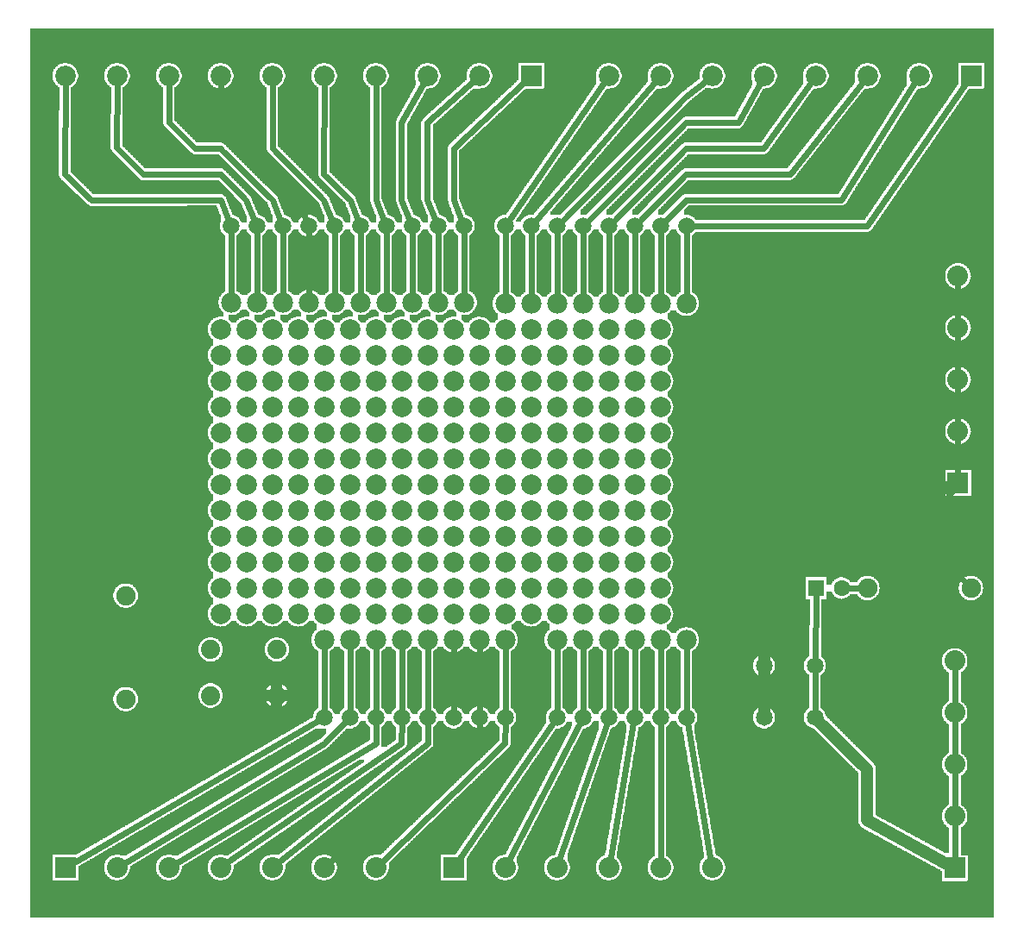
<source format=gtl>
G04 MADE WITH FRITZING*
G04 WWW.FRITZING.ORG*
G04 DOUBLE SIDED*
G04 HOLES PLATED*
G04 CONTOUR ON CENTER OF CONTOUR VECTOR*
%ASAXBY*%
%FSLAX23Y23*%
%MOIN*%
%OFA0B0*%
%SFA1.0B1.0*%
%ADD10C,0.075000*%
%ADD11C,0.078000*%
%ADD12C,0.065278*%
%ADD13C,0.078740*%
%ADD14C,0.074000*%
%ADD15C,0.062992*%
%ADD16C,0.065000*%
%ADD17C,0.079370*%
%ADD18C,0.080000*%
%ADD19R,0.062992X0.062992*%
%ADD20R,0.079370X0.079370*%
%ADD21R,0.080000X0.080000*%
%ADD22C,0.024000*%
%ADD23C,0.048000*%
%LNCOPPER1*%
G90*
G70*
G54D10*
X1099Y2600D03*
X124Y3395D03*
X1666Y992D03*
G54D11*
X1874Y2413D03*
X1974Y2413D03*
X2074Y2413D03*
X2174Y2413D03*
X2274Y2413D03*
X2374Y2413D03*
X2474Y2413D03*
X2574Y2413D03*
X815Y2417D03*
X915Y2417D03*
X1015Y2417D03*
X1115Y2417D03*
X1215Y2417D03*
X1315Y2417D03*
X1415Y2417D03*
X1515Y2417D03*
X1615Y2417D03*
X1715Y2417D03*
G54D12*
X2174Y813D03*
X2274Y813D03*
X2374Y813D03*
X2474Y813D03*
X2574Y813D03*
X1714Y2713D03*
X1614Y2713D03*
X1514Y2713D03*
X1414Y2713D03*
X1314Y2713D03*
X1214Y2713D03*
X1114Y2713D03*
X1014Y2713D03*
X914Y2713D03*
X814Y2713D03*
X2574Y2713D03*
X2474Y2713D03*
X2374Y2713D03*
X2274Y2713D03*
X2174Y2713D03*
X2074Y2713D03*
X1974Y2713D03*
X1874Y2713D03*
X1274Y813D03*
X1174Y813D03*
X1374Y813D03*
X1474Y813D03*
X1574Y813D03*
X1674Y813D03*
X1774Y813D03*
X1874Y813D03*
X2074Y813D03*
G54D13*
X1874Y2313D03*
X1874Y2213D03*
X1874Y2113D03*
X1874Y2013D03*
X1874Y1913D03*
X1874Y1813D03*
X1874Y1613D03*
X1874Y1513D03*
X1874Y1713D03*
X1874Y1413D03*
X1874Y1313D03*
X1874Y1213D03*
X1774Y2313D03*
X1774Y1913D03*
X1774Y1813D03*
X1774Y1213D03*
X1774Y1413D03*
X1774Y1613D03*
X1774Y2113D03*
X1774Y1313D03*
X1774Y1513D03*
X1774Y1713D03*
X1774Y2013D03*
X1774Y2213D03*
X1974Y2313D03*
X1974Y1913D03*
X1974Y1813D03*
X1974Y1213D03*
X1974Y1413D03*
X1974Y1613D03*
X1974Y2113D03*
X1974Y1313D03*
X1974Y1513D03*
X1974Y1713D03*
X1974Y2013D03*
X1974Y2213D03*
X2074Y1813D03*
X2074Y2013D03*
X2074Y1513D03*
X2074Y1313D03*
X2074Y1213D03*
X2074Y1913D03*
X2074Y1613D03*
X2074Y2313D03*
X2074Y1713D03*
X2074Y2213D03*
X2074Y2113D03*
X2074Y1413D03*
X2174Y1813D03*
X2174Y2013D03*
X2174Y1513D03*
X2174Y1313D03*
X2174Y1213D03*
X2174Y1913D03*
X2174Y1613D03*
X2174Y2313D03*
X2174Y1713D03*
X2174Y2213D03*
X2174Y2113D03*
X2174Y1413D03*
X2274Y1813D03*
X2274Y2013D03*
X2274Y1513D03*
X2274Y1313D03*
X2274Y1213D03*
X2274Y1913D03*
X2274Y1613D03*
X2274Y2313D03*
X2274Y1713D03*
X2274Y2213D03*
X2274Y2113D03*
X2274Y1413D03*
X2374Y1813D03*
X2374Y2013D03*
X2374Y1513D03*
X2374Y1313D03*
X2374Y1213D03*
X2374Y1913D03*
X2374Y1613D03*
X2374Y2313D03*
X2374Y1713D03*
X2374Y2213D03*
X2374Y2113D03*
X2374Y1413D03*
X2474Y1813D03*
X2474Y2013D03*
X2474Y1513D03*
X2474Y1313D03*
X2474Y1213D03*
X2474Y1913D03*
X2474Y1613D03*
X2474Y2313D03*
X2474Y1713D03*
X2474Y2213D03*
X2474Y2113D03*
X2474Y1413D03*
X774Y1813D03*
X774Y2013D03*
X774Y1513D03*
X774Y1313D03*
X774Y1213D03*
X774Y1913D03*
X774Y1613D03*
X774Y2313D03*
X774Y1713D03*
X774Y2213D03*
X774Y2113D03*
X774Y1413D03*
X874Y1813D03*
X874Y2013D03*
X874Y1513D03*
X874Y1313D03*
X874Y1213D03*
X874Y1913D03*
X874Y1613D03*
X874Y2313D03*
X874Y1713D03*
X874Y2213D03*
X874Y2113D03*
X874Y1413D03*
X974Y1813D03*
X974Y2013D03*
X974Y1513D03*
X974Y1313D03*
X974Y1213D03*
X974Y1913D03*
X974Y1613D03*
X974Y2313D03*
X974Y1713D03*
X974Y2213D03*
X974Y2113D03*
X974Y1413D03*
X1074Y1813D03*
X1074Y2013D03*
X1074Y1513D03*
X1074Y1313D03*
X1074Y1213D03*
X1074Y1913D03*
X1074Y1613D03*
X1074Y2313D03*
X1074Y1713D03*
X1074Y2213D03*
X1074Y2113D03*
X1074Y1413D03*
X1174Y1813D03*
X1174Y2013D03*
X1174Y1513D03*
X1174Y1313D03*
X1174Y1213D03*
X1174Y1913D03*
X1174Y1613D03*
X1174Y2313D03*
X1174Y1713D03*
X1174Y2213D03*
X1174Y2113D03*
X1174Y1413D03*
X1274Y1813D03*
X1274Y2013D03*
X1274Y1513D03*
X1274Y1313D03*
X1274Y1213D03*
X1274Y1913D03*
X1274Y1613D03*
X1274Y2313D03*
X1274Y1713D03*
X1274Y2213D03*
X1274Y2113D03*
X1274Y1413D03*
X1374Y1813D03*
X1374Y2013D03*
X1374Y1513D03*
X1374Y1313D03*
X1374Y1213D03*
X1374Y1913D03*
X1374Y1613D03*
X1374Y2313D03*
X1374Y1713D03*
X1374Y2213D03*
X1374Y2113D03*
X1374Y1413D03*
X1474Y1813D03*
X1474Y2013D03*
X1474Y1513D03*
X1474Y1313D03*
X1474Y1213D03*
X1474Y1913D03*
X1474Y1613D03*
X1474Y2313D03*
X1474Y1713D03*
X1474Y2213D03*
X1474Y2113D03*
X1474Y1413D03*
X1574Y1813D03*
X1574Y2013D03*
X1574Y1513D03*
X1574Y1313D03*
X1574Y1213D03*
X1574Y1913D03*
X1574Y1613D03*
X1574Y2313D03*
X1574Y1713D03*
X1574Y2213D03*
X1574Y2113D03*
X1574Y1413D03*
X1674Y1813D03*
X1674Y2013D03*
X1674Y1513D03*
X1674Y1313D03*
X1674Y1213D03*
X1674Y1913D03*
X1674Y1613D03*
X1674Y2313D03*
X1674Y1713D03*
X1674Y2213D03*
X1674Y2113D03*
X1674Y1413D03*
G54D10*
X407Y884D03*
X407Y1284D03*
G54D14*
X736Y1076D03*
X992Y1076D03*
X736Y898D03*
X992Y898D03*
X736Y1076D03*
X992Y1076D03*
X736Y898D03*
X992Y898D03*
G54D15*
X3075Y1313D03*
X3174Y1313D03*
G54D10*
X3274Y1313D03*
X3674Y1313D03*
G54D16*
X2874Y813D03*
X3071Y813D03*
X2874Y813D03*
X3071Y813D03*
X2874Y1013D03*
X3071Y1013D03*
X2874Y1013D03*
X3071Y1013D03*
G54D17*
X3674Y3293D03*
X3474Y3293D03*
X3274Y3293D03*
X3074Y3293D03*
X2874Y3293D03*
X2674Y3293D03*
X2474Y3293D03*
X2274Y3293D03*
X1974Y3293D03*
X1774Y3293D03*
X1574Y3293D03*
X1374Y3293D03*
X1174Y3293D03*
X974Y3293D03*
X774Y3293D03*
X574Y3293D03*
X374Y3293D03*
X174Y3293D03*
G54D18*
X3611Y232D03*
X3611Y432D03*
X3611Y632D03*
X3611Y832D03*
X3611Y1032D03*
X3623Y1719D03*
X3623Y1919D03*
X3623Y2119D03*
X3623Y2319D03*
X3623Y2519D03*
X1674Y233D03*
X1874Y233D03*
X2074Y233D03*
X2274Y233D03*
X2474Y233D03*
X2674Y233D03*
X174Y233D03*
X374Y233D03*
X574Y233D03*
X774Y233D03*
X974Y233D03*
X1174Y233D03*
X1374Y233D03*
G54D11*
X1874Y1113D03*
X1774Y1113D03*
X1674Y1113D03*
X1574Y1113D03*
X1474Y1113D03*
X1374Y1113D03*
X1274Y1113D03*
X1174Y1113D03*
X1874Y1113D03*
X1774Y1113D03*
X1674Y1113D03*
X1574Y1113D03*
X1474Y1113D03*
X1374Y1113D03*
X1274Y1113D03*
X1174Y1113D03*
X2074Y1113D03*
X2174Y1113D03*
X2274Y1113D03*
X2374Y1113D03*
X2474Y1113D03*
X2574Y1113D03*
X2074Y1113D03*
X2174Y1113D03*
X2274Y1113D03*
X2374Y1113D03*
X2474Y1113D03*
X2574Y1113D03*
G54D19*
X3075Y1313D03*
G54D20*
X3674Y3293D03*
X1974Y3293D03*
G54D21*
X3611Y232D03*
X3623Y1719D03*
X1674Y233D03*
X174Y233D03*
G54D22*
X774Y2814D02*
X674Y2814D01*
D02*
X172Y2912D02*
X174Y3274D01*
D02*
X274Y2814D02*
X172Y2912D01*
D02*
X674Y2814D02*
X274Y2814D01*
D02*
X806Y2732D02*
X774Y2814D01*
D02*
X2263Y3277D02*
X1885Y2730D01*
D02*
X1674Y2814D02*
X1706Y2732D01*
D02*
X1674Y3013D02*
X1674Y2814D01*
D02*
X1959Y3280D02*
X1674Y3013D01*
D02*
X1573Y2814D02*
X1606Y2732D01*
D02*
X1573Y3113D02*
X1573Y2814D01*
D02*
X1759Y3280D02*
X1573Y3113D01*
D02*
X1473Y2814D02*
X1473Y3113D01*
D02*
X1473Y3113D02*
X1564Y3276D01*
D02*
X1506Y2732D02*
X1473Y2814D01*
D02*
X1374Y2814D02*
X1374Y3274D01*
D02*
X1406Y2732D02*
X1374Y2814D01*
D02*
X1274Y2814D02*
X1173Y2914D01*
D02*
X1173Y2814D02*
X974Y3013D01*
D02*
X1173Y2914D02*
X1174Y3274D01*
D02*
X1306Y2732D02*
X1274Y2814D01*
D02*
X974Y3013D02*
X974Y3113D01*
D02*
X974Y3113D02*
X974Y3274D01*
D02*
X1206Y2732D02*
X1173Y2814D01*
D02*
X774Y3113D02*
X774Y3274D01*
D02*
X1074Y2814D02*
X774Y3113D01*
D02*
X1106Y2732D02*
X1074Y2814D01*
D02*
X574Y3113D02*
X574Y3274D01*
D02*
X674Y3013D02*
X574Y3113D01*
D02*
X774Y3013D02*
X674Y3013D01*
D02*
X974Y2814D02*
X773Y3013D01*
D02*
X1006Y2732D02*
X974Y2814D01*
D02*
X774Y2914D02*
X475Y2912D01*
D02*
X372Y3015D02*
X374Y3274D01*
D02*
X475Y2912D02*
X372Y3015D01*
D02*
X872Y2814D02*
X774Y2914D01*
D02*
X906Y2732D02*
X872Y2814D01*
D02*
X1174Y834D02*
X1174Y1094D01*
D02*
X2573Y2814D02*
X2488Y2728D01*
D02*
X3173Y2814D02*
X2573Y2814D01*
D02*
X3463Y3277D02*
X3173Y2814D01*
D02*
X3273Y2713D02*
X2594Y2713D01*
D02*
X3663Y3277D02*
X3273Y2713D01*
D02*
X2974Y2914D02*
X2573Y2914D01*
D02*
X2573Y2914D02*
X2388Y2728D01*
D02*
X3262Y3278D02*
X2974Y2914D01*
D02*
X2573Y3013D02*
X2288Y2728D01*
D02*
X2873Y3013D02*
X2573Y3013D01*
D02*
X3062Y3277D02*
X2873Y3013D01*
D02*
X2774Y3113D02*
X2573Y3113D01*
D02*
X2573Y3113D02*
X2374Y2914D01*
D02*
X2374Y2914D02*
X2188Y2728D01*
D02*
X2864Y3276D02*
X2774Y3113D01*
D02*
X2573Y3214D02*
X2088Y2728D01*
D02*
X2658Y3281D02*
X2573Y3214D01*
D02*
X2461Y3279D02*
X1987Y2729D01*
D02*
X2274Y834D02*
X2274Y1094D01*
D02*
X2174Y834D02*
X2174Y1094D01*
D02*
X2074Y834D02*
X2074Y1094D01*
D02*
X1874Y834D02*
X1874Y1094D01*
D02*
X1774Y834D02*
X1774Y1094D01*
D02*
X1674Y834D02*
X1674Y1094D01*
D02*
X1574Y834D02*
X1574Y1094D01*
D02*
X1474Y834D02*
X1474Y1094D01*
D02*
X1374Y834D02*
X1374Y1094D01*
D02*
X1274Y834D02*
X1274Y1094D01*
D02*
X2274Y2693D02*
X2274Y2432D01*
D02*
X2374Y2693D02*
X2374Y2432D01*
D02*
X2474Y2693D02*
X2474Y2432D01*
D02*
X2574Y2693D02*
X2574Y2432D01*
D02*
X2574Y834D02*
X2574Y1094D01*
D02*
X2474Y834D02*
X2474Y1094D01*
D02*
X2374Y834D02*
X2374Y1094D01*
D02*
X2174Y2693D02*
X2174Y2432D01*
D02*
X2074Y2693D02*
X2074Y2432D01*
D02*
X1974Y2693D02*
X1974Y2432D01*
D02*
X1874Y2693D02*
X1874Y2432D01*
D02*
X1714Y2693D02*
X1715Y2436D01*
D02*
X1614Y2693D02*
X1615Y2436D01*
D02*
X1514Y2693D02*
X1515Y2436D01*
D02*
X1414Y2693D02*
X1415Y2436D01*
D02*
X1314Y2693D02*
X1315Y2436D01*
D02*
X1214Y2693D02*
X1215Y2436D01*
D02*
X1114Y2693D02*
X1115Y2436D01*
D02*
X1014Y2693D02*
X1015Y2436D01*
D02*
X914Y2693D02*
X915Y2436D01*
D02*
X814Y2693D02*
X815Y2436D01*
D02*
X2062Y797D02*
X1685Y250D01*
D02*
X2164Y796D02*
X1883Y251D01*
D02*
X2267Y794D02*
X2080Y252D01*
D02*
X2370Y794D02*
X2277Y253D01*
D02*
X2474Y793D02*
X2474Y253D01*
D02*
X2577Y794D02*
X2670Y253D01*
D02*
X1874Y793D02*
X1873Y714D01*
D02*
X1873Y714D02*
X1388Y247D01*
D02*
X1775Y714D02*
X1473Y514D01*
D02*
X1473Y514D02*
X1188Y247D01*
D02*
X1774Y793D02*
X1775Y714D01*
D02*
X191Y243D02*
X1156Y803D01*
D02*
X1575Y714D02*
X1574Y793D01*
D02*
X989Y246D02*
X1575Y714D01*
D02*
X1473Y714D02*
X1474Y793D01*
D02*
X790Y245D02*
X1473Y714D01*
D02*
X591Y244D02*
X1375Y714D01*
D02*
X1375Y714D02*
X1374Y793D01*
D02*
X1175Y714D02*
X1259Y799D01*
D02*
X391Y244D02*
X1175Y714D01*
D02*
X3256Y1313D02*
X3189Y1313D01*
D02*
X3475Y1512D02*
X3661Y1326D01*
D02*
X3611Y1703D02*
X3475Y1512D01*
D02*
X3623Y1739D02*
X3623Y1899D01*
D02*
X3623Y1939D02*
X3623Y2099D01*
D02*
X3623Y2139D02*
X3623Y2299D01*
D02*
X3623Y2339D02*
X3623Y2499D01*
D02*
X3611Y852D02*
X3611Y1012D01*
D02*
X3611Y812D02*
X3611Y652D01*
D02*
X3611Y612D02*
X3611Y452D01*
D02*
X3611Y412D02*
X3611Y252D01*
D02*
X3071Y1027D02*
X3075Y1298D01*
D02*
X3071Y1000D02*
X3071Y827D01*
G54D23*
D02*
X3273Y415D02*
X3273Y613D01*
D02*
X3593Y241D02*
X3273Y415D01*
D02*
X3273Y613D02*
X3080Y804D01*
D02*
X2874Y1000D02*
X2874Y827D01*
D02*
X2874Y1027D02*
X2873Y1413D01*
D02*
X2873Y1413D02*
X3605Y1712D01*
G36*
X854Y2701D02*
X854Y2697D01*
X852Y2697D01*
X852Y2693D01*
X850Y2693D01*
X850Y2689D01*
X848Y2689D01*
X848Y2687D01*
X846Y2687D01*
X846Y2685D01*
X844Y2685D01*
X844Y2683D01*
X842Y2683D01*
X842Y2681D01*
X840Y2681D01*
X840Y2679D01*
X838Y2679D01*
X838Y2677D01*
X836Y2677D01*
X836Y2461D01*
X838Y2461D01*
X838Y2459D01*
X842Y2459D01*
X842Y2457D01*
X844Y2457D01*
X844Y2455D01*
X848Y2455D01*
X848Y2453D01*
X850Y2453D01*
X850Y2451D01*
X852Y2451D01*
X852Y2449D01*
X854Y2449D01*
X854Y2445D01*
X876Y2445D01*
X876Y2447D01*
X878Y2447D01*
X878Y2451D01*
X880Y2451D01*
X880Y2453D01*
X884Y2453D01*
X884Y2455D01*
X886Y2455D01*
X886Y2457D01*
X888Y2457D01*
X888Y2459D01*
X892Y2459D01*
X892Y2677D01*
X890Y2677D01*
X890Y2679D01*
X888Y2679D01*
X888Y2681D01*
X884Y2681D01*
X884Y2683D01*
X882Y2683D01*
X882Y2687D01*
X880Y2687D01*
X880Y2689D01*
X878Y2689D01*
X878Y2691D01*
X876Y2691D01*
X876Y2695D01*
X874Y2695D01*
X874Y2701D01*
X854Y2701D01*
G37*
D02*
G36*
X954Y2701D02*
X954Y2697D01*
X952Y2697D01*
X952Y2693D01*
X950Y2693D01*
X950Y2689D01*
X948Y2689D01*
X948Y2687D01*
X946Y2687D01*
X946Y2685D01*
X944Y2685D01*
X944Y2683D01*
X942Y2683D01*
X942Y2681D01*
X940Y2681D01*
X940Y2679D01*
X938Y2679D01*
X938Y2677D01*
X936Y2677D01*
X936Y2461D01*
X938Y2461D01*
X938Y2459D01*
X942Y2459D01*
X942Y2457D01*
X944Y2457D01*
X944Y2455D01*
X948Y2455D01*
X948Y2453D01*
X950Y2453D01*
X950Y2451D01*
X952Y2451D01*
X952Y2449D01*
X954Y2449D01*
X954Y2445D01*
X976Y2445D01*
X976Y2447D01*
X978Y2447D01*
X978Y2451D01*
X980Y2451D01*
X980Y2453D01*
X984Y2453D01*
X984Y2455D01*
X986Y2455D01*
X986Y2457D01*
X988Y2457D01*
X988Y2459D01*
X992Y2459D01*
X992Y2677D01*
X990Y2677D01*
X990Y2679D01*
X988Y2679D01*
X988Y2681D01*
X984Y2681D01*
X984Y2683D01*
X982Y2683D01*
X982Y2687D01*
X980Y2687D01*
X980Y2689D01*
X978Y2689D01*
X978Y2691D01*
X976Y2691D01*
X976Y2695D01*
X974Y2695D01*
X974Y2701D01*
X954Y2701D01*
G37*
D02*
G36*
X1054Y2701D02*
X1054Y2697D01*
X1052Y2697D01*
X1052Y2693D01*
X1050Y2693D01*
X1050Y2689D01*
X1048Y2689D01*
X1048Y2687D01*
X1046Y2687D01*
X1046Y2685D01*
X1044Y2685D01*
X1044Y2683D01*
X1042Y2683D01*
X1042Y2681D01*
X1040Y2681D01*
X1040Y2679D01*
X1038Y2679D01*
X1038Y2677D01*
X1036Y2677D01*
X1036Y2671D01*
X1104Y2671D01*
X1104Y2673D01*
X1098Y2673D01*
X1098Y2675D01*
X1094Y2675D01*
X1094Y2677D01*
X1090Y2677D01*
X1090Y2679D01*
X1088Y2679D01*
X1088Y2681D01*
X1084Y2681D01*
X1084Y2683D01*
X1082Y2683D01*
X1082Y2687D01*
X1080Y2687D01*
X1080Y2689D01*
X1078Y2689D01*
X1078Y2691D01*
X1076Y2691D01*
X1076Y2695D01*
X1074Y2695D01*
X1074Y2701D01*
X1054Y2701D01*
G37*
D02*
G36*
X1154Y2701D02*
X1154Y2697D01*
X1152Y2697D01*
X1152Y2693D01*
X1150Y2693D01*
X1150Y2689D01*
X1148Y2689D01*
X1148Y2687D01*
X1146Y2687D01*
X1146Y2685D01*
X1144Y2685D01*
X1144Y2683D01*
X1142Y2683D01*
X1142Y2681D01*
X1140Y2681D01*
X1140Y2679D01*
X1138Y2679D01*
X1138Y2677D01*
X1134Y2677D01*
X1134Y2675D01*
X1130Y2675D01*
X1130Y2673D01*
X1124Y2673D01*
X1124Y2671D01*
X1192Y2671D01*
X1192Y2677D01*
X1190Y2677D01*
X1190Y2679D01*
X1188Y2679D01*
X1188Y2681D01*
X1184Y2681D01*
X1184Y2683D01*
X1182Y2683D01*
X1182Y2687D01*
X1180Y2687D01*
X1180Y2689D01*
X1178Y2689D01*
X1178Y2691D01*
X1176Y2691D01*
X1176Y2695D01*
X1174Y2695D01*
X1174Y2701D01*
X1154Y2701D01*
G37*
D02*
G36*
X1036Y2671D02*
X1036Y2669D01*
X1192Y2669D01*
X1192Y2671D01*
X1036Y2671D01*
G37*
D02*
G36*
X1036Y2671D02*
X1036Y2669D01*
X1192Y2669D01*
X1192Y2671D01*
X1036Y2671D01*
G37*
D02*
G36*
X1036Y2669D02*
X1036Y2467D01*
X1120Y2467D01*
X1120Y2465D01*
X1130Y2465D01*
X1130Y2463D01*
X1136Y2463D01*
X1136Y2461D01*
X1138Y2461D01*
X1138Y2459D01*
X1142Y2459D01*
X1142Y2457D01*
X1144Y2457D01*
X1144Y2455D01*
X1148Y2455D01*
X1148Y2453D01*
X1150Y2453D01*
X1150Y2451D01*
X1152Y2451D01*
X1152Y2449D01*
X1154Y2449D01*
X1154Y2445D01*
X1176Y2445D01*
X1176Y2447D01*
X1178Y2447D01*
X1178Y2451D01*
X1180Y2451D01*
X1180Y2453D01*
X1184Y2453D01*
X1184Y2455D01*
X1186Y2455D01*
X1186Y2457D01*
X1188Y2457D01*
X1188Y2459D01*
X1192Y2459D01*
X1192Y2669D01*
X1036Y2669D01*
G37*
D02*
G36*
X1036Y2467D02*
X1036Y2461D01*
X1038Y2461D01*
X1038Y2459D01*
X1042Y2459D01*
X1042Y2457D01*
X1044Y2457D01*
X1044Y2455D01*
X1048Y2455D01*
X1048Y2453D01*
X1050Y2453D01*
X1050Y2451D01*
X1052Y2451D01*
X1052Y2449D01*
X1054Y2449D01*
X1054Y2445D01*
X1076Y2445D01*
X1076Y2447D01*
X1078Y2447D01*
X1078Y2451D01*
X1080Y2451D01*
X1080Y2453D01*
X1084Y2453D01*
X1084Y2455D01*
X1086Y2455D01*
X1086Y2457D01*
X1088Y2457D01*
X1088Y2459D01*
X1092Y2459D01*
X1092Y2461D01*
X1096Y2461D01*
X1096Y2463D01*
X1102Y2463D01*
X1102Y2465D01*
X1110Y2465D01*
X1110Y2467D01*
X1036Y2467D01*
G37*
D02*
G36*
X1254Y2701D02*
X1254Y2697D01*
X1252Y2697D01*
X1252Y2693D01*
X1250Y2693D01*
X1250Y2689D01*
X1248Y2689D01*
X1248Y2687D01*
X1246Y2687D01*
X1246Y2685D01*
X1244Y2685D01*
X1244Y2683D01*
X1242Y2683D01*
X1242Y2681D01*
X1240Y2681D01*
X1240Y2679D01*
X1238Y2679D01*
X1238Y2677D01*
X1236Y2677D01*
X1236Y2461D01*
X1238Y2461D01*
X1238Y2459D01*
X1242Y2459D01*
X1242Y2457D01*
X1244Y2457D01*
X1244Y2455D01*
X1248Y2455D01*
X1248Y2453D01*
X1250Y2453D01*
X1250Y2451D01*
X1252Y2451D01*
X1252Y2449D01*
X1254Y2449D01*
X1254Y2445D01*
X1276Y2445D01*
X1276Y2447D01*
X1278Y2447D01*
X1278Y2451D01*
X1280Y2451D01*
X1280Y2453D01*
X1284Y2453D01*
X1284Y2455D01*
X1286Y2455D01*
X1286Y2457D01*
X1288Y2457D01*
X1288Y2459D01*
X1292Y2459D01*
X1292Y2677D01*
X1290Y2677D01*
X1290Y2679D01*
X1288Y2679D01*
X1288Y2681D01*
X1284Y2681D01*
X1284Y2683D01*
X1282Y2683D01*
X1282Y2687D01*
X1280Y2687D01*
X1280Y2689D01*
X1278Y2689D01*
X1278Y2691D01*
X1276Y2691D01*
X1276Y2695D01*
X1274Y2695D01*
X1274Y2701D01*
X1254Y2701D01*
G37*
D02*
G36*
X1354Y2701D02*
X1354Y2697D01*
X1352Y2697D01*
X1352Y2693D01*
X1350Y2693D01*
X1350Y2689D01*
X1348Y2689D01*
X1348Y2687D01*
X1346Y2687D01*
X1346Y2685D01*
X1344Y2685D01*
X1344Y2683D01*
X1342Y2683D01*
X1342Y2681D01*
X1340Y2681D01*
X1340Y2679D01*
X1338Y2679D01*
X1338Y2677D01*
X1336Y2677D01*
X1336Y2461D01*
X1338Y2461D01*
X1338Y2459D01*
X1342Y2459D01*
X1342Y2457D01*
X1344Y2457D01*
X1344Y2455D01*
X1348Y2455D01*
X1348Y2453D01*
X1350Y2453D01*
X1350Y2451D01*
X1352Y2451D01*
X1352Y2449D01*
X1354Y2449D01*
X1354Y2445D01*
X1376Y2445D01*
X1376Y2447D01*
X1378Y2447D01*
X1378Y2451D01*
X1380Y2451D01*
X1380Y2453D01*
X1384Y2453D01*
X1384Y2455D01*
X1386Y2455D01*
X1386Y2457D01*
X1388Y2457D01*
X1388Y2459D01*
X1392Y2459D01*
X1392Y2677D01*
X1390Y2677D01*
X1390Y2679D01*
X1388Y2679D01*
X1388Y2681D01*
X1384Y2681D01*
X1384Y2683D01*
X1382Y2683D01*
X1382Y2687D01*
X1380Y2687D01*
X1380Y2689D01*
X1378Y2689D01*
X1378Y2691D01*
X1376Y2691D01*
X1376Y2695D01*
X1374Y2695D01*
X1374Y2701D01*
X1354Y2701D01*
G37*
D02*
G36*
X1454Y2701D02*
X1454Y2697D01*
X1452Y2697D01*
X1452Y2693D01*
X1450Y2693D01*
X1450Y2689D01*
X1448Y2689D01*
X1448Y2687D01*
X1446Y2687D01*
X1446Y2685D01*
X1444Y2685D01*
X1444Y2683D01*
X1442Y2683D01*
X1442Y2681D01*
X1440Y2681D01*
X1440Y2679D01*
X1438Y2679D01*
X1438Y2677D01*
X1436Y2677D01*
X1436Y2461D01*
X1438Y2461D01*
X1438Y2459D01*
X1442Y2459D01*
X1442Y2457D01*
X1444Y2457D01*
X1444Y2455D01*
X1448Y2455D01*
X1448Y2453D01*
X1450Y2453D01*
X1450Y2451D01*
X1452Y2451D01*
X1452Y2449D01*
X1454Y2449D01*
X1454Y2445D01*
X1476Y2445D01*
X1476Y2447D01*
X1478Y2447D01*
X1478Y2451D01*
X1480Y2451D01*
X1480Y2453D01*
X1484Y2453D01*
X1484Y2455D01*
X1486Y2455D01*
X1486Y2457D01*
X1488Y2457D01*
X1488Y2459D01*
X1492Y2459D01*
X1492Y2677D01*
X1490Y2677D01*
X1490Y2679D01*
X1488Y2679D01*
X1488Y2681D01*
X1484Y2681D01*
X1484Y2683D01*
X1482Y2683D01*
X1482Y2687D01*
X1480Y2687D01*
X1480Y2689D01*
X1478Y2689D01*
X1478Y2691D01*
X1476Y2691D01*
X1476Y2695D01*
X1474Y2695D01*
X1474Y2701D01*
X1454Y2701D01*
G37*
D02*
G36*
X1554Y2701D02*
X1554Y2697D01*
X1552Y2697D01*
X1552Y2693D01*
X1550Y2693D01*
X1550Y2689D01*
X1548Y2689D01*
X1548Y2687D01*
X1546Y2687D01*
X1546Y2685D01*
X1544Y2685D01*
X1544Y2683D01*
X1542Y2683D01*
X1542Y2681D01*
X1540Y2681D01*
X1540Y2679D01*
X1538Y2679D01*
X1538Y2677D01*
X1536Y2677D01*
X1536Y2461D01*
X1538Y2461D01*
X1538Y2459D01*
X1542Y2459D01*
X1542Y2457D01*
X1544Y2457D01*
X1544Y2455D01*
X1548Y2455D01*
X1548Y2453D01*
X1550Y2453D01*
X1550Y2451D01*
X1552Y2451D01*
X1552Y2449D01*
X1554Y2449D01*
X1554Y2445D01*
X1576Y2445D01*
X1576Y2447D01*
X1578Y2447D01*
X1578Y2451D01*
X1580Y2451D01*
X1580Y2453D01*
X1584Y2453D01*
X1584Y2455D01*
X1586Y2455D01*
X1586Y2457D01*
X1588Y2457D01*
X1588Y2459D01*
X1592Y2459D01*
X1592Y2677D01*
X1590Y2677D01*
X1590Y2679D01*
X1588Y2679D01*
X1588Y2681D01*
X1584Y2681D01*
X1584Y2683D01*
X1582Y2683D01*
X1582Y2687D01*
X1580Y2687D01*
X1580Y2689D01*
X1578Y2689D01*
X1578Y2693D01*
X1576Y2693D01*
X1576Y2695D01*
X1574Y2695D01*
X1574Y2701D01*
X1554Y2701D01*
G37*
D02*
G36*
X1654Y2701D02*
X1654Y2697D01*
X1652Y2697D01*
X1652Y2693D01*
X1650Y2693D01*
X1650Y2689D01*
X1648Y2689D01*
X1648Y2687D01*
X1646Y2687D01*
X1646Y2685D01*
X1644Y2685D01*
X1644Y2683D01*
X1642Y2683D01*
X1642Y2681D01*
X1640Y2681D01*
X1640Y2679D01*
X1638Y2679D01*
X1638Y2677D01*
X1636Y2677D01*
X1636Y2461D01*
X1638Y2461D01*
X1638Y2459D01*
X1642Y2459D01*
X1642Y2457D01*
X1644Y2457D01*
X1644Y2455D01*
X1648Y2455D01*
X1648Y2453D01*
X1650Y2453D01*
X1650Y2451D01*
X1652Y2451D01*
X1652Y2449D01*
X1654Y2449D01*
X1654Y2445D01*
X1676Y2445D01*
X1676Y2447D01*
X1678Y2447D01*
X1678Y2451D01*
X1680Y2451D01*
X1680Y2453D01*
X1684Y2453D01*
X1684Y2455D01*
X1686Y2455D01*
X1686Y2457D01*
X1688Y2457D01*
X1688Y2459D01*
X1692Y2459D01*
X1692Y2677D01*
X1690Y2677D01*
X1690Y2679D01*
X1688Y2679D01*
X1688Y2681D01*
X1684Y2681D01*
X1684Y2683D01*
X1682Y2683D01*
X1682Y2687D01*
X1680Y2687D01*
X1680Y2689D01*
X1678Y2689D01*
X1678Y2691D01*
X1676Y2691D01*
X1676Y2695D01*
X1674Y2695D01*
X1674Y2701D01*
X1654Y2701D01*
G37*
D02*
G36*
X1914Y2701D02*
X1914Y2697D01*
X1912Y2697D01*
X1912Y2693D01*
X1910Y2693D01*
X1910Y2689D01*
X1908Y2689D01*
X1908Y2687D01*
X1906Y2687D01*
X1906Y2685D01*
X1904Y2685D01*
X1904Y2683D01*
X1902Y2683D01*
X1902Y2681D01*
X1900Y2681D01*
X1900Y2679D01*
X1898Y2679D01*
X1898Y2677D01*
X1896Y2677D01*
X1896Y2457D01*
X1898Y2457D01*
X1898Y2455D01*
X1900Y2455D01*
X1900Y2453D01*
X1904Y2453D01*
X1904Y2451D01*
X1906Y2451D01*
X1906Y2449D01*
X1908Y2449D01*
X1908Y2447D01*
X1910Y2447D01*
X1910Y2445D01*
X1912Y2445D01*
X1912Y2443D01*
X1914Y2443D01*
X1914Y2441D01*
X1934Y2441D01*
X1934Y2443D01*
X1936Y2443D01*
X1936Y2445D01*
X1938Y2445D01*
X1938Y2447D01*
X1940Y2447D01*
X1940Y2449D01*
X1942Y2449D01*
X1942Y2451D01*
X1944Y2451D01*
X1944Y2453D01*
X1946Y2453D01*
X1946Y2455D01*
X1950Y2455D01*
X1950Y2457D01*
X1952Y2457D01*
X1952Y2677D01*
X1950Y2677D01*
X1950Y2679D01*
X1948Y2679D01*
X1948Y2681D01*
X1944Y2681D01*
X1944Y2683D01*
X1942Y2683D01*
X1942Y2687D01*
X1940Y2687D01*
X1940Y2689D01*
X1938Y2689D01*
X1938Y2693D01*
X1936Y2693D01*
X1936Y2695D01*
X1934Y2695D01*
X1934Y2701D01*
X1914Y2701D01*
G37*
D02*
G36*
X2014Y2701D02*
X2014Y2697D01*
X2012Y2697D01*
X2012Y2693D01*
X2010Y2693D01*
X2010Y2689D01*
X2008Y2689D01*
X2008Y2687D01*
X2006Y2687D01*
X2006Y2685D01*
X2004Y2685D01*
X2004Y2683D01*
X2002Y2683D01*
X2002Y2681D01*
X2000Y2681D01*
X2000Y2679D01*
X1998Y2679D01*
X1998Y2677D01*
X1996Y2677D01*
X1996Y2457D01*
X1998Y2457D01*
X1998Y2455D01*
X2000Y2455D01*
X2000Y2453D01*
X2004Y2453D01*
X2004Y2451D01*
X2006Y2451D01*
X2006Y2449D01*
X2008Y2449D01*
X2008Y2447D01*
X2010Y2447D01*
X2010Y2445D01*
X2012Y2445D01*
X2012Y2443D01*
X2014Y2443D01*
X2014Y2441D01*
X2034Y2441D01*
X2034Y2443D01*
X2036Y2443D01*
X2036Y2445D01*
X2038Y2445D01*
X2038Y2447D01*
X2040Y2447D01*
X2040Y2449D01*
X2042Y2449D01*
X2042Y2451D01*
X2044Y2451D01*
X2044Y2453D01*
X2046Y2453D01*
X2046Y2455D01*
X2050Y2455D01*
X2050Y2457D01*
X2052Y2457D01*
X2052Y2677D01*
X2050Y2677D01*
X2050Y2679D01*
X2048Y2679D01*
X2048Y2681D01*
X2044Y2681D01*
X2044Y2683D01*
X2042Y2683D01*
X2042Y2687D01*
X2040Y2687D01*
X2040Y2689D01*
X2038Y2689D01*
X2038Y2693D01*
X2036Y2693D01*
X2036Y2695D01*
X2034Y2695D01*
X2034Y2701D01*
X2014Y2701D01*
G37*
D02*
G36*
X2114Y2701D02*
X2114Y2697D01*
X2112Y2697D01*
X2112Y2693D01*
X2110Y2693D01*
X2110Y2689D01*
X2108Y2689D01*
X2108Y2687D01*
X2106Y2687D01*
X2106Y2685D01*
X2104Y2685D01*
X2104Y2683D01*
X2102Y2683D01*
X2102Y2681D01*
X2100Y2681D01*
X2100Y2679D01*
X2098Y2679D01*
X2098Y2677D01*
X2096Y2677D01*
X2096Y2457D01*
X2098Y2457D01*
X2098Y2455D01*
X2100Y2455D01*
X2100Y2453D01*
X2104Y2453D01*
X2104Y2451D01*
X2106Y2451D01*
X2106Y2449D01*
X2108Y2449D01*
X2108Y2447D01*
X2110Y2447D01*
X2110Y2445D01*
X2112Y2445D01*
X2112Y2443D01*
X2114Y2443D01*
X2114Y2441D01*
X2134Y2441D01*
X2134Y2443D01*
X2136Y2443D01*
X2136Y2445D01*
X2138Y2445D01*
X2138Y2447D01*
X2140Y2447D01*
X2140Y2449D01*
X2142Y2449D01*
X2142Y2451D01*
X2144Y2451D01*
X2144Y2453D01*
X2146Y2453D01*
X2146Y2455D01*
X2150Y2455D01*
X2150Y2457D01*
X2152Y2457D01*
X2152Y2677D01*
X2150Y2677D01*
X2150Y2679D01*
X2148Y2679D01*
X2148Y2681D01*
X2144Y2681D01*
X2144Y2683D01*
X2142Y2683D01*
X2142Y2687D01*
X2140Y2687D01*
X2140Y2689D01*
X2138Y2689D01*
X2138Y2691D01*
X2136Y2691D01*
X2136Y2695D01*
X2134Y2695D01*
X2134Y2701D01*
X2114Y2701D01*
G37*
D02*
G36*
X2214Y2701D02*
X2214Y2697D01*
X2212Y2697D01*
X2212Y2693D01*
X2210Y2693D01*
X2210Y2689D01*
X2208Y2689D01*
X2208Y2687D01*
X2206Y2687D01*
X2206Y2685D01*
X2204Y2685D01*
X2204Y2683D01*
X2202Y2683D01*
X2202Y2681D01*
X2200Y2681D01*
X2200Y2679D01*
X2198Y2679D01*
X2198Y2677D01*
X2196Y2677D01*
X2196Y2457D01*
X2198Y2457D01*
X2198Y2455D01*
X2200Y2455D01*
X2200Y2453D01*
X2204Y2453D01*
X2204Y2451D01*
X2206Y2451D01*
X2206Y2449D01*
X2208Y2449D01*
X2208Y2447D01*
X2210Y2447D01*
X2210Y2445D01*
X2212Y2445D01*
X2212Y2443D01*
X2214Y2443D01*
X2214Y2441D01*
X2234Y2441D01*
X2234Y2443D01*
X2236Y2443D01*
X2236Y2445D01*
X2238Y2445D01*
X2238Y2447D01*
X2240Y2447D01*
X2240Y2449D01*
X2242Y2449D01*
X2242Y2451D01*
X2244Y2451D01*
X2244Y2453D01*
X2246Y2453D01*
X2246Y2455D01*
X2250Y2455D01*
X2250Y2457D01*
X2252Y2457D01*
X2252Y2677D01*
X2250Y2677D01*
X2250Y2679D01*
X2248Y2679D01*
X2248Y2681D01*
X2244Y2681D01*
X2244Y2683D01*
X2242Y2683D01*
X2242Y2687D01*
X2240Y2687D01*
X2240Y2689D01*
X2238Y2689D01*
X2238Y2691D01*
X2236Y2691D01*
X2236Y2695D01*
X2234Y2695D01*
X2234Y2701D01*
X2214Y2701D01*
G37*
D02*
G36*
X2314Y2701D02*
X2314Y2697D01*
X2312Y2697D01*
X2312Y2693D01*
X2310Y2693D01*
X2310Y2689D01*
X2308Y2689D01*
X2308Y2687D01*
X2306Y2687D01*
X2306Y2685D01*
X2304Y2685D01*
X2304Y2683D01*
X2302Y2683D01*
X2302Y2681D01*
X2300Y2681D01*
X2300Y2679D01*
X2298Y2679D01*
X2298Y2677D01*
X2296Y2677D01*
X2296Y2457D01*
X2298Y2457D01*
X2298Y2455D01*
X2300Y2455D01*
X2300Y2453D01*
X2304Y2453D01*
X2304Y2451D01*
X2306Y2451D01*
X2306Y2449D01*
X2308Y2449D01*
X2308Y2447D01*
X2310Y2447D01*
X2310Y2445D01*
X2312Y2445D01*
X2312Y2443D01*
X2314Y2443D01*
X2314Y2441D01*
X2334Y2441D01*
X2334Y2443D01*
X2336Y2443D01*
X2336Y2445D01*
X2338Y2445D01*
X2338Y2447D01*
X2340Y2447D01*
X2340Y2449D01*
X2342Y2449D01*
X2342Y2451D01*
X2344Y2451D01*
X2344Y2453D01*
X2346Y2453D01*
X2346Y2455D01*
X2350Y2455D01*
X2350Y2457D01*
X2352Y2457D01*
X2352Y2677D01*
X2350Y2677D01*
X2350Y2679D01*
X2348Y2679D01*
X2348Y2681D01*
X2344Y2681D01*
X2344Y2683D01*
X2342Y2683D01*
X2342Y2687D01*
X2340Y2687D01*
X2340Y2689D01*
X2338Y2689D01*
X2338Y2693D01*
X2336Y2693D01*
X2336Y2695D01*
X2334Y2695D01*
X2334Y2701D01*
X2314Y2701D01*
G37*
D02*
G36*
X2414Y2701D02*
X2414Y2697D01*
X2412Y2697D01*
X2412Y2693D01*
X2410Y2693D01*
X2410Y2689D01*
X2408Y2689D01*
X2408Y2687D01*
X2406Y2687D01*
X2406Y2685D01*
X2404Y2685D01*
X2404Y2683D01*
X2402Y2683D01*
X2402Y2681D01*
X2400Y2681D01*
X2400Y2679D01*
X2398Y2679D01*
X2398Y2677D01*
X2396Y2677D01*
X2396Y2457D01*
X2398Y2457D01*
X2398Y2455D01*
X2400Y2455D01*
X2400Y2453D01*
X2404Y2453D01*
X2404Y2451D01*
X2406Y2451D01*
X2406Y2449D01*
X2408Y2449D01*
X2408Y2447D01*
X2410Y2447D01*
X2410Y2445D01*
X2412Y2445D01*
X2412Y2443D01*
X2414Y2443D01*
X2414Y2441D01*
X2434Y2441D01*
X2434Y2443D01*
X2436Y2443D01*
X2436Y2445D01*
X2438Y2445D01*
X2438Y2447D01*
X2440Y2447D01*
X2440Y2449D01*
X2442Y2449D01*
X2442Y2451D01*
X2444Y2451D01*
X2444Y2453D01*
X2446Y2453D01*
X2446Y2455D01*
X2450Y2455D01*
X2450Y2457D01*
X2452Y2457D01*
X2452Y2677D01*
X2450Y2677D01*
X2450Y2679D01*
X2448Y2679D01*
X2448Y2681D01*
X2444Y2681D01*
X2444Y2683D01*
X2442Y2683D01*
X2442Y2687D01*
X2440Y2687D01*
X2440Y2689D01*
X2438Y2689D01*
X2438Y2693D01*
X2436Y2693D01*
X2436Y2695D01*
X2434Y2695D01*
X2434Y2701D01*
X2414Y2701D01*
G37*
D02*
G36*
X2514Y2701D02*
X2514Y2697D01*
X2512Y2697D01*
X2512Y2693D01*
X2510Y2693D01*
X2510Y2689D01*
X2508Y2689D01*
X2508Y2687D01*
X2506Y2687D01*
X2506Y2685D01*
X2504Y2685D01*
X2504Y2683D01*
X2502Y2683D01*
X2502Y2681D01*
X2500Y2681D01*
X2500Y2679D01*
X2498Y2679D01*
X2498Y2677D01*
X2496Y2677D01*
X2496Y2457D01*
X2498Y2457D01*
X2498Y2455D01*
X2500Y2455D01*
X2500Y2453D01*
X2504Y2453D01*
X2504Y2451D01*
X2506Y2451D01*
X2506Y2449D01*
X2508Y2449D01*
X2508Y2447D01*
X2510Y2447D01*
X2510Y2445D01*
X2512Y2445D01*
X2512Y2443D01*
X2514Y2443D01*
X2514Y2441D01*
X2534Y2441D01*
X2534Y2443D01*
X2536Y2443D01*
X2536Y2445D01*
X2538Y2445D01*
X2538Y2447D01*
X2540Y2447D01*
X2540Y2449D01*
X2542Y2449D01*
X2542Y2451D01*
X2544Y2451D01*
X2544Y2453D01*
X2546Y2453D01*
X2546Y2455D01*
X2550Y2455D01*
X2550Y2457D01*
X2552Y2457D01*
X2552Y2677D01*
X2550Y2677D01*
X2550Y2679D01*
X2548Y2679D01*
X2548Y2681D01*
X2544Y2681D01*
X2544Y2683D01*
X2542Y2683D01*
X2542Y2687D01*
X2540Y2687D01*
X2540Y2689D01*
X2538Y2689D01*
X2538Y2693D01*
X2536Y2693D01*
X2536Y2695D01*
X2534Y2695D01*
X2534Y2701D01*
X2514Y2701D01*
G37*
D02*
G36*
X854Y2389D02*
X854Y2387D01*
X852Y2387D01*
X852Y2385D01*
X850Y2385D01*
X850Y2381D01*
X846Y2381D01*
X846Y2379D01*
X844Y2379D01*
X844Y2377D01*
X842Y2377D01*
X842Y2375D01*
X838Y2375D01*
X838Y2373D01*
X834Y2373D01*
X834Y2371D01*
X828Y2371D01*
X828Y2369D01*
X806Y2369D01*
X806Y2349D01*
X808Y2349D01*
X808Y2347D01*
X810Y2347D01*
X810Y2345D01*
X812Y2345D01*
X812Y2343D01*
X814Y2343D01*
X814Y2341D01*
X834Y2341D01*
X834Y2343D01*
X836Y2343D01*
X836Y2345D01*
X838Y2345D01*
X838Y2349D01*
X842Y2349D01*
X842Y2351D01*
X844Y2351D01*
X844Y2353D01*
X846Y2353D01*
X846Y2355D01*
X850Y2355D01*
X850Y2357D01*
X854Y2357D01*
X854Y2359D01*
X858Y2359D01*
X858Y2361D01*
X866Y2361D01*
X866Y2363D01*
X884Y2363D01*
X884Y2381D01*
X882Y2381D01*
X882Y2383D01*
X880Y2383D01*
X880Y2385D01*
X878Y2385D01*
X878Y2387D01*
X876Y2387D01*
X876Y2389D01*
X854Y2389D01*
G37*
D02*
G36*
X954Y2389D02*
X954Y2387D01*
X952Y2387D01*
X952Y2385D01*
X950Y2385D01*
X950Y2381D01*
X946Y2381D01*
X946Y2379D01*
X944Y2379D01*
X944Y2377D01*
X942Y2377D01*
X942Y2375D01*
X938Y2375D01*
X938Y2373D01*
X934Y2373D01*
X934Y2371D01*
X928Y2371D01*
X928Y2369D01*
X906Y2369D01*
X906Y2349D01*
X908Y2349D01*
X908Y2347D01*
X910Y2347D01*
X910Y2345D01*
X912Y2345D01*
X912Y2343D01*
X914Y2343D01*
X914Y2341D01*
X934Y2341D01*
X934Y2343D01*
X936Y2343D01*
X936Y2345D01*
X938Y2345D01*
X938Y2349D01*
X942Y2349D01*
X942Y2351D01*
X944Y2351D01*
X944Y2353D01*
X946Y2353D01*
X946Y2355D01*
X950Y2355D01*
X950Y2357D01*
X954Y2357D01*
X954Y2359D01*
X958Y2359D01*
X958Y2361D01*
X966Y2361D01*
X966Y2363D01*
X984Y2363D01*
X984Y2381D01*
X982Y2381D01*
X982Y2383D01*
X980Y2383D01*
X980Y2385D01*
X978Y2385D01*
X978Y2387D01*
X976Y2387D01*
X976Y2389D01*
X954Y2389D01*
G37*
D02*
G36*
X1054Y2389D02*
X1054Y2387D01*
X1052Y2387D01*
X1052Y2385D01*
X1050Y2385D01*
X1050Y2381D01*
X1046Y2381D01*
X1046Y2379D01*
X1044Y2379D01*
X1044Y2377D01*
X1042Y2377D01*
X1042Y2375D01*
X1038Y2375D01*
X1038Y2373D01*
X1034Y2373D01*
X1034Y2371D01*
X1028Y2371D01*
X1028Y2369D01*
X1006Y2369D01*
X1006Y2349D01*
X1008Y2349D01*
X1008Y2347D01*
X1010Y2347D01*
X1010Y2345D01*
X1012Y2345D01*
X1012Y2343D01*
X1014Y2343D01*
X1014Y2341D01*
X1034Y2341D01*
X1034Y2343D01*
X1036Y2343D01*
X1036Y2345D01*
X1038Y2345D01*
X1038Y2349D01*
X1042Y2349D01*
X1042Y2351D01*
X1044Y2351D01*
X1044Y2353D01*
X1046Y2353D01*
X1046Y2355D01*
X1050Y2355D01*
X1050Y2357D01*
X1054Y2357D01*
X1054Y2359D01*
X1058Y2359D01*
X1058Y2361D01*
X1066Y2361D01*
X1066Y2363D01*
X1084Y2363D01*
X1084Y2381D01*
X1082Y2381D01*
X1082Y2383D01*
X1080Y2383D01*
X1080Y2385D01*
X1078Y2385D01*
X1078Y2387D01*
X1076Y2387D01*
X1076Y2389D01*
X1054Y2389D01*
G37*
D02*
G36*
X1154Y2389D02*
X1154Y2387D01*
X1152Y2387D01*
X1152Y2385D01*
X1150Y2385D01*
X1150Y2381D01*
X1146Y2381D01*
X1146Y2379D01*
X1144Y2379D01*
X1144Y2377D01*
X1142Y2377D01*
X1142Y2375D01*
X1138Y2375D01*
X1138Y2373D01*
X1134Y2373D01*
X1134Y2371D01*
X1128Y2371D01*
X1128Y2369D01*
X1106Y2369D01*
X1106Y2349D01*
X1108Y2349D01*
X1108Y2347D01*
X1110Y2347D01*
X1110Y2345D01*
X1112Y2345D01*
X1112Y2343D01*
X1114Y2343D01*
X1114Y2341D01*
X1134Y2341D01*
X1134Y2343D01*
X1136Y2343D01*
X1136Y2345D01*
X1138Y2345D01*
X1138Y2349D01*
X1142Y2349D01*
X1142Y2351D01*
X1144Y2351D01*
X1144Y2353D01*
X1146Y2353D01*
X1146Y2355D01*
X1150Y2355D01*
X1150Y2357D01*
X1154Y2357D01*
X1154Y2359D01*
X1158Y2359D01*
X1158Y2361D01*
X1166Y2361D01*
X1166Y2363D01*
X1184Y2363D01*
X1184Y2381D01*
X1182Y2381D01*
X1182Y2383D01*
X1180Y2383D01*
X1180Y2385D01*
X1178Y2385D01*
X1178Y2387D01*
X1176Y2387D01*
X1176Y2389D01*
X1154Y2389D01*
G37*
D02*
G36*
X1254Y2389D02*
X1254Y2387D01*
X1252Y2387D01*
X1252Y2385D01*
X1250Y2385D01*
X1250Y2381D01*
X1246Y2381D01*
X1246Y2379D01*
X1244Y2379D01*
X1244Y2377D01*
X1242Y2377D01*
X1242Y2375D01*
X1238Y2375D01*
X1238Y2373D01*
X1234Y2373D01*
X1234Y2371D01*
X1228Y2371D01*
X1228Y2369D01*
X1206Y2369D01*
X1206Y2349D01*
X1208Y2349D01*
X1208Y2347D01*
X1210Y2347D01*
X1210Y2345D01*
X1212Y2345D01*
X1212Y2343D01*
X1214Y2343D01*
X1214Y2341D01*
X1234Y2341D01*
X1234Y2343D01*
X1236Y2343D01*
X1236Y2345D01*
X1238Y2345D01*
X1238Y2349D01*
X1242Y2349D01*
X1242Y2351D01*
X1244Y2351D01*
X1244Y2353D01*
X1246Y2353D01*
X1246Y2355D01*
X1250Y2355D01*
X1250Y2357D01*
X1254Y2357D01*
X1254Y2359D01*
X1258Y2359D01*
X1258Y2361D01*
X1266Y2361D01*
X1266Y2363D01*
X1284Y2363D01*
X1284Y2381D01*
X1282Y2381D01*
X1282Y2383D01*
X1280Y2383D01*
X1280Y2385D01*
X1278Y2385D01*
X1278Y2387D01*
X1276Y2387D01*
X1276Y2389D01*
X1254Y2389D01*
G37*
D02*
G36*
X1354Y2389D02*
X1354Y2387D01*
X1352Y2387D01*
X1352Y2385D01*
X1350Y2385D01*
X1350Y2381D01*
X1346Y2381D01*
X1346Y2379D01*
X1344Y2379D01*
X1344Y2377D01*
X1342Y2377D01*
X1342Y2375D01*
X1338Y2375D01*
X1338Y2373D01*
X1334Y2373D01*
X1334Y2371D01*
X1328Y2371D01*
X1328Y2369D01*
X1306Y2369D01*
X1306Y2349D01*
X1308Y2349D01*
X1308Y2347D01*
X1310Y2347D01*
X1310Y2345D01*
X1312Y2345D01*
X1312Y2343D01*
X1314Y2343D01*
X1314Y2341D01*
X1334Y2341D01*
X1334Y2343D01*
X1336Y2343D01*
X1336Y2345D01*
X1338Y2345D01*
X1338Y2349D01*
X1342Y2349D01*
X1342Y2351D01*
X1344Y2351D01*
X1344Y2353D01*
X1346Y2353D01*
X1346Y2355D01*
X1350Y2355D01*
X1350Y2357D01*
X1354Y2357D01*
X1354Y2359D01*
X1358Y2359D01*
X1358Y2361D01*
X1366Y2361D01*
X1366Y2363D01*
X1384Y2363D01*
X1384Y2381D01*
X1382Y2381D01*
X1382Y2383D01*
X1380Y2383D01*
X1380Y2385D01*
X1378Y2385D01*
X1378Y2387D01*
X1376Y2387D01*
X1376Y2389D01*
X1354Y2389D01*
G37*
D02*
G36*
X1454Y2389D02*
X1454Y2387D01*
X1452Y2387D01*
X1452Y2385D01*
X1450Y2385D01*
X1450Y2381D01*
X1446Y2381D01*
X1446Y2379D01*
X1444Y2379D01*
X1444Y2377D01*
X1442Y2377D01*
X1442Y2375D01*
X1438Y2375D01*
X1438Y2373D01*
X1434Y2373D01*
X1434Y2371D01*
X1428Y2371D01*
X1428Y2369D01*
X1406Y2369D01*
X1406Y2349D01*
X1408Y2349D01*
X1408Y2347D01*
X1410Y2347D01*
X1410Y2345D01*
X1412Y2345D01*
X1412Y2343D01*
X1414Y2343D01*
X1414Y2341D01*
X1434Y2341D01*
X1434Y2343D01*
X1436Y2343D01*
X1436Y2345D01*
X1438Y2345D01*
X1438Y2349D01*
X1442Y2349D01*
X1442Y2351D01*
X1444Y2351D01*
X1444Y2353D01*
X1446Y2353D01*
X1446Y2355D01*
X1450Y2355D01*
X1450Y2357D01*
X1454Y2357D01*
X1454Y2359D01*
X1458Y2359D01*
X1458Y2361D01*
X1466Y2361D01*
X1466Y2363D01*
X1484Y2363D01*
X1484Y2381D01*
X1482Y2381D01*
X1482Y2383D01*
X1480Y2383D01*
X1480Y2385D01*
X1478Y2385D01*
X1478Y2387D01*
X1476Y2387D01*
X1476Y2389D01*
X1454Y2389D01*
G37*
D02*
G36*
X1554Y2389D02*
X1554Y2387D01*
X1552Y2387D01*
X1552Y2385D01*
X1550Y2385D01*
X1550Y2381D01*
X1546Y2381D01*
X1546Y2379D01*
X1544Y2379D01*
X1544Y2377D01*
X1542Y2377D01*
X1542Y2375D01*
X1538Y2375D01*
X1538Y2373D01*
X1534Y2373D01*
X1534Y2371D01*
X1528Y2371D01*
X1528Y2369D01*
X1506Y2369D01*
X1506Y2349D01*
X1508Y2349D01*
X1508Y2347D01*
X1510Y2347D01*
X1510Y2345D01*
X1512Y2345D01*
X1512Y2343D01*
X1514Y2343D01*
X1514Y2341D01*
X1534Y2341D01*
X1534Y2343D01*
X1536Y2343D01*
X1536Y2345D01*
X1538Y2345D01*
X1538Y2349D01*
X1542Y2349D01*
X1542Y2351D01*
X1544Y2351D01*
X1544Y2353D01*
X1546Y2353D01*
X1546Y2355D01*
X1550Y2355D01*
X1550Y2357D01*
X1554Y2357D01*
X1554Y2359D01*
X1558Y2359D01*
X1558Y2361D01*
X1566Y2361D01*
X1566Y2363D01*
X1584Y2363D01*
X1584Y2381D01*
X1582Y2381D01*
X1582Y2383D01*
X1580Y2383D01*
X1580Y2385D01*
X1578Y2385D01*
X1578Y2387D01*
X1576Y2387D01*
X1576Y2389D01*
X1554Y2389D01*
G37*
D02*
G36*
X1654Y2389D02*
X1654Y2387D01*
X1652Y2387D01*
X1652Y2385D01*
X1650Y2385D01*
X1650Y2381D01*
X1646Y2381D01*
X1646Y2379D01*
X1644Y2379D01*
X1644Y2377D01*
X1642Y2377D01*
X1642Y2375D01*
X1638Y2375D01*
X1638Y2373D01*
X1634Y2373D01*
X1634Y2371D01*
X1628Y2371D01*
X1628Y2369D01*
X1606Y2369D01*
X1606Y2349D01*
X1608Y2349D01*
X1608Y2347D01*
X1610Y2347D01*
X1610Y2345D01*
X1612Y2345D01*
X1612Y2343D01*
X1614Y2343D01*
X1614Y2341D01*
X1634Y2341D01*
X1634Y2343D01*
X1636Y2343D01*
X1636Y2345D01*
X1638Y2345D01*
X1638Y2349D01*
X1642Y2349D01*
X1642Y2351D01*
X1644Y2351D01*
X1644Y2353D01*
X1646Y2353D01*
X1646Y2355D01*
X1650Y2355D01*
X1650Y2357D01*
X1654Y2357D01*
X1654Y2359D01*
X1658Y2359D01*
X1658Y2361D01*
X1666Y2361D01*
X1666Y2363D01*
X1684Y2363D01*
X1684Y2381D01*
X1682Y2381D01*
X1682Y2383D01*
X1680Y2383D01*
X1680Y2385D01*
X1678Y2385D01*
X1678Y2387D01*
X1676Y2387D01*
X1676Y2389D01*
X1654Y2389D01*
G37*
D02*
G36*
X40Y3475D02*
X40Y3343D01*
X3724Y3343D01*
X3724Y3245D01*
X3722Y3245D01*
X3722Y3243D01*
X3666Y3243D01*
X3666Y3241D01*
X3664Y3241D01*
X3664Y3239D01*
X3662Y3239D01*
X3662Y3237D01*
X3660Y3237D01*
X3660Y3233D01*
X3658Y3233D01*
X3658Y3231D01*
X3656Y3231D01*
X3656Y3227D01*
X3654Y3227D01*
X3654Y3225D01*
X3652Y3225D01*
X3652Y3221D01*
X3650Y3221D01*
X3650Y3219D01*
X3648Y3219D01*
X3648Y3215D01*
X3646Y3215D01*
X3646Y3213D01*
X3644Y3213D01*
X3644Y3211D01*
X3642Y3211D01*
X3642Y3207D01*
X3640Y3207D01*
X3640Y3205D01*
X3638Y3205D01*
X3638Y3201D01*
X3636Y3201D01*
X3636Y3199D01*
X3634Y3199D01*
X3634Y3195D01*
X3632Y3195D01*
X3632Y3193D01*
X3630Y3193D01*
X3630Y3189D01*
X3628Y3189D01*
X3628Y3187D01*
X3626Y3187D01*
X3626Y3185D01*
X3624Y3185D01*
X3624Y3181D01*
X3622Y3181D01*
X3622Y3179D01*
X3620Y3179D01*
X3620Y3175D01*
X3618Y3175D01*
X3618Y3173D01*
X3616Y3173D01*
X3616Y3169D01*
X3614Y3169D01*
X3614Y3167D01*
X3612Y3167D01*
X3612Y3163D01*
X3610Y3163D01*
X3610Y3161D01*
X3608Y3161D01*
X3608Y3157D01*
X3606Y3157D01*
X3606Y3155D01*
X3604Y3155D01*
X3604Y3153D01*
X3602Y3153D01*
X3602Y3149D01*
X3600Y3149D01*
X3600Y3147D01*
X3598Y3147D01*
X3598Y3143D01*
X3596Y3143D01*
X3596Y3141D01*
X3594Y3141D01*
X3594Y3137D01*
X3592Y3137D01*
X3592Y3135D01*
X3590Y3135D01*
X3590Y3131D01*
X3588Y3131D01*
X3588Y3129D01*
X3586Y3129D01*
X3586Y3127D01*
X3584Y3127D01*
X3584Y3123D01*
X3582Y3123D01*
X3582Y3121D01*
X3580Y3121D01*
X3580Y3117D01*
X3578Y3117D01*
X3578Y3115D01*
X3576Y3115D01*
X3576Y3111D01*
X3574Y3111D01*
X3574Y3109D01*
X3572Y3109D01*
X3572Y3105D01*
X3570Y3105D01*
X3570Y3103D01*
X3568Y3103D01*
X3568Y3101D01*
X3566Y3101D01*
X3566Y3097D01*
X3564Y3097D01*
X3564Y3095D01*
X3562Y3095D01*
X3562Y3091D01*
X3560Y3091D01*
X3560Y3089D01*
X3558Y3089D01*
X3558Y3085D01*
X3556Y3085D01*
X3556Y3083D01*
X3554Y3083D01*
X3554Y3079D01*
X3552Y3079D01*
X3552Y3077D01*
X3550Y3077D01*
X3550Y3073D01*
X3548Y3073D01*
X3548Y3071D01*
X3546Y3071D01*
X3546Y3069D01*
X3544Y3069D01*
X3544Y3065D01*
X3542Y3065D01*
X3542Y3063D01*
X3540Y3063D01*
X3540Y3059D01*
X3538Y3059D01*
X3538Y3057D01*
X3536Y3057D01*
X3536Y3053D01*
X3534Y3053D01*
X3534Y3051D01*
X3532Y3051D01*
X3532Y3047D01*
X3530Y3047D01*
X3530Y3045D01*
X3528Y3045D01*
X3528Y3043D01*
X3526Y3043D01*
X3526Y3039D01*
X3524Y3039D01*
X3524Y3037D01*
X3522Y3037D01*
X3522Y3033D01*
X3520Y3033D01*
X3520Y3031D01*
X3518Y3031D01*
X3518Y3027D01*
X3516Y3027D01*
X3516Y3025D01*
X3514Y3025D01*
X3514Y3021D01*
X3512Y3021D01*
X3512Y3019D01*
X3510Y3019D01*
X3510Y3017D01*
X3508Y3017D01*
X3508Y3013D01*
X3506Y3013D01*
X3506Y3011D01*
X3504Y3011D01*
X3504Y3007D01*
X3502Y3007D01*
X3502Y3005D01*
X3500Y3005D01*
X3500Y3001D01*
X3498Y3001D01*
X3498Y2999D01*
X3496Y2999D01*
X3496Y2995D01*
X3494Y2995D01*
X3494Y2993D01*
X3492Y2993D01*
X3492Y2989D01*
X3490Y2989D01*
X3490Y2987D01*
X3488Y2987D01*
X3488Y2985D01*
X3486Y2985D01*
X3486Y2981D01*
X3484Y2981D01*
X3484Y2979D01*
X3482Y2979D01*
X3482Y2975D01*
X3480Y2975D01*
X3480Y2973D01*
X3478Y2973D01*
X3478Y2969D01*
X3476Y2969D01*
X3476Y2967D01*
X3474Y2967D01*
X3474Y2963D01*
X3472Y2963D01*
X3472Y2961D01*
X3470Y2961D01*
X3470Y2959D01*
X3468Y2959D01*
X3468Y2955D01*
X3466Y2955D01*
X3466Y2953D01*
X3464Y2953D01*
X3464Y2949D01*
X3462Y2949D01*
X3462Y2947D01*
X3460Y2947D01*
X3460Y2943D01*
X3458Y2943D01*
X3458Y2941D01*
X3456Y2941D01*
X3456Y2937D01*
X3454Y2937D01*
X3454Y2935D01*
X3452Y2935D01*
X3452Y2933D01*
X3450Y2933D01*
X3450Y2929D01*
X3448Y2929D01*
X3448Y2927D01*
X3446Y2927D01*
X3446Y2923D01*
X3444Y2923D01*
X3444Y2921D01*
X3442Y2921D01*
X3442Y2917D01*
X3440Y2917D01*
X3440Y2915D01*
X3438Y2915D01*
X3438Y2911D01*
X3436Y2911D01*
X3436Y2909D01*
X3434Y2909D01*
X3434Y2905D01*
X3432Y2905D01*
X3432Y2903D01*
X3430Y2903D01*
X3430Y2901D01*
X3428Y2901D01*
X3428Y2897D01*
X3426Y2897D01*
X3426Y2895D01*
X3424Y2895D01*
X3424Y2891D01*
X3422Y2891D01*
X3422Y2889D01*
X3420Y2889D01*
X3420Y2885D01*
X3418Y2885D01*
X3418Y2883D01*
X3416Y2883D01*
X3416Y2879D01*
X3414Y2879D01*
X3414Y2877D01*
X3412Y2877D01*
X3412Y2875D01*
X3410Y2875D01*
X3410Y2871D01*
X3408Y2871D01*
X3408Y2869D01*
X3406Y2869D01*
X3406Y2865D01*
X3404Y2865D01*
X3404Y2863D01*
X3402Y2863D01*
X3402Y2859D01*
X3400Y2859D01*
X3400Y2857D01*
X3398Y2857D01*
X3398Y2853D01*
X3396Y2853D01*
X3396Y2851D01*
X3394Y2851D01*
X3394Y2849D01*
X3392Y2849D01*
X3392Y2845D01*
X3390Y2845D01*
X3390Y2843D01*
X3388Y2843D01*
X3388Y2839D01*
X3386Y2839D01*
X3386Y2837D01*
X3384Y2837D01*
X3384Y2833D01*
X3382Y2833D01*
X3382Y2831D01*
X3380Y2831D01*
X3380Y2827D01*
X3378Y2827D01*
X3378Y2825D01*
X3376Y2825D01*
X3376Y2821D01*
X3374Y2821D01*
X3374Y2819D01*
X3372Y2819D01*
X3372Y2817D01*
X3370Y2817D01*
X3370Y2813D01*
X3368Y2813D01*
X3368Y2811D01*
X3366Y2811D01*
X3366Y2807D01*
X3364Y2807D01*
X3364Y2805D01*
X3362Y2805D01*
X3362Y2801D01*
X3360Y2801D01*
X3360Y2799D01*
X3358Y2799D01*
X3358Y2795D01*
X3356Y2795D01*
X3356Y2793D01*
X3354Y2793D01*
X3354Y2791D01*
X3352Y2791D01*
X3352Y2787D01*
X3350Y2787D01*
X3350Y2785D01*
X3348Y2785D01*
X3348Y2781D01*
X3346Y2781D01*
X3346Y2779D01*
X3344Y2779D01*
X3344Y2775D01*
X3342Y2775D01*
X3342Y2773D01*
X3340Y2773D01*
X3340Y2769D01*
X3338Y2769D01*
X3338Y2767D01*
X3336Y2767D01*
X3336Y2765D01*
X3334Y2765D01*
X3334Y2761D01*
X3332Y2761D01*
X3332Y2759D01*
X3330Y2759D01*
X3330Y2755D01*
X3328Y2755D01*
X3328Y2753D01*
X3326Y2753D01*
X3326Y2749D01*
X3324Y2749D01*
X3324Y2747D01*
X3322Y2747D01*
X3322Y2743D01*
X3320Y2743D01*
X3320Y2741D01*
X3318Y2741D01*
X3318Y2737D01*
X3316Y2737D01*
X3316Y2735D01*
X3314Y2735D01*
X3314Y2733D01*
X3312Y2733D01*
X3312Y2729D01*
X3310Y2729D01*
X3310Y2727D01*
X3308Y2727D01*
X3308Y2723D01*
X3306Y2723D01*
X3306Y2721D01*
X3304Y2721D01*
X3304Y2717D01*
X3302Y2717D01*
X3302Y2715D01*
X3300Y2715D01*
X3300Y2711D01*
X3298Y2711D01*
X3298Y2709D01*
X3296Y2709D01*
X3296Y2707D01*
X3294Y2707D01*
X3294Y2703D01*
X3292Y2703D01*
X3292Y2701D01*
X3290Y2701D01*
X3290Y2697D01*
X3286Y2697D01*
X3286Y2695D01*
X3284Y2695D01*
X3284Y2693D01*
X3280Y2693D01*
X3280Y2691D01*
X2610Y2691D01*
X2610Y2689D01*
X2608Y2689D01*
X2608Y2687D01*
X2606Y2687D01*
X2606Y2685D01*
X2604Y2685D01*
X2604Y2683D01*
X2602Y2683D01*
X2602Y2681D01*
X2600Y2681D01*
X2600Y2679D01*
X2598Y2679D01*
X2598Y2677D01*
X2596Y2677D01*
X2596Y2569D01*
X3634Y2569D01*
X3634Y2567D01*
X3640Y2567D01*
X3640Y2565D01*
X3646Y2565D01*
X3646Y2563D01*
X3648Y2563D01*
X3648Y2561D01*
X3652Y2561D01*
X3652Y2559D01*
X3654Y2559D01*
X3654Y2557D01*
X3656Y2557D01*
X3656Y2555D01*
X3658Y2555D01*
X3658Y2553D01*
X3660Y2553D01*
X3660Y2551D01*
X3662Y2551D01*
X3662Y2549D01*
X3664Y2549D01*
X3664Y2547D01*
X3666Y2547D01*
X3666Y2543D01*
X3668Y2543D01*
X3668Y2539D01*
X3670Y2539D01*
X3670Y2533D01*
X3672Y2533D01*
X3672Y2521D01*
X3674Y2521D01*
X3674Y2517D01*
X3672Y2517D01*
X3672Y2505D01*
X3670Y2505D01*
X3670Y2499D01*
X3668Y2499D01*
X3668Y2495D01*
X3666Y2495D01*
X3666Y2493D01*
X3664Y2493D01*
X3664Y2489D01*
X3662Y2489D01*
X3662Y2487D01*
X3660Y2487D01*
X3660Y2485D01*
X3658Y2485D01*
X3658Y2483D01*
X3656Y2483D01*
X3656Y2481D01*
X3654Y2481D01*
X3654Y2479D01*
X3652Y2479D01*
X3652Y2477D01*
X3648Y2477D01*
X3648Y2475D01*
X3644Y2475D01*
X3644Y2473D01*
X3640Y2473D01*
X3640Y2471D01*
X3630Y2471D01*
X3630Y2469D01*
X3762Y2469D01*
X3762Y3475D01*
X40Y3475D01*
G37*
D02*
G36*
X40Y3343D02*
X40Y2791D01*
X270Y2791D01*
X270Y2793D01*
X264Y2793D01*
X264Y2795D01*
X262Y2795D01*
X262Y2797D01*
X258Y2797D01*
X258Y2799D01*
X256Y2799D01*
X256Y2801D01*
X254Y2801D01*
X254Y2803D01*
X252Y2803D01*
X252Y2805D01*
X250Y2805D01*
X250Y2807D01*
X248Y2807D01*
X248Y2809D01*
X246Y2809D01*
X246Y2811D01*
X244Y2811D01*
X244Y2813D01*
X242Y2813D01*
X242Y2815D01*
X240Y2815D01*
X240Y2817D01*
X238Y2817D01*
X238Y2819D01*
X236Y2819D01*
X236Y2821D01*
X234Y2821D01*
X234Y2823D01*
X232Y2823D01*
X232Y2825D01*
X230Y2825D01*
X230Y2827D01*
X228Y2827D01*
X228Y2829D01*
X226Y2829D01*
X226Y2831D01*
X224Y2831D01*
X224Y2833D01*
X222Y2833D01*
X222Y2835D01*
X220Y2835D01*
X220Y2837D01*
X216Y2837D01*
X216Y2839D01*
X214Y2839D01*
X214Y2841D01*
X212Y2841D01*
X212Y2843D01*
X210Y2843D01*
X210Y2845D01*
X208Y2845D01*
X208Y2847D01*
X206Y2847D01*
X206Y2849D01*
X204Y2849D01*
X204Y2851D01*
X202Y2851D01*
X202Y2853D01*
X200Y2853D01*
X200Y2855D01*
X198Y2855D01*
X198Y2857D01*
X196Y2857D01*
X196Y2859D01*
X194Y2859D01*
X194Y2861D01*
X192Y2861D01*
X192Y2863D01*
X190Y2863D01*
X190Y2865D01*
X188Y2865D01*
X188Y2867D01*
X186Y2867D01*
X186Y2869D01*
X184Y2869D01*
X184Y2871D01*
X182Y2871D01*
X182Y2873D01*
X180Y2873D01*
X180Y2875D01*
X178Y2875D01*
X178Y2877D01*
X176Y2877D01*
X176Y2879D01*
X174Y2879D01*
X174Y2881D01*
X172Y2881D01*
X172Y2883D01*
X170Y2883D01*
X170Y2885D01*
X166Y2885D01*
X166Y2887D01*
X164Y2887D01*
X164Y2889D01*
X162Y2889D01*
X162Y2891D01*
X160Y2891D01*
X160Y2893D01*
X158Y2893D01*
X158Y2895D01*
X156Y2895D01*
X156Y2897D01*
X154Y2897D01*
X154Y2901D01*
X152Y2901D01*
X152Y2905D01*
X150Y2905D01*
X150Y3159D01*
X152Y3159D01*
X152Y3249D01*
X150Y3249D01*
X150Y3251D01*
X146Y3251D01*
X146Y3253D01*
X144Y3253D01*
X144Y3255D01*
X142Y3255D01*
X142Y3257D01*
X138Y3257D01*
X138Y3261D01*
X136Y3261D01*
X136Y3263D01*
X134Y3263D01*
X134Y3265D01*
X132Y3265D01*
X132Y3269D01*
X130Y3269D01*
X130Y3271D01*
X128Y3271D01*
X128Y3277D01*
X126Y3277D01*
X126Y3283D01*
X124Y3283D01*
X124Y3303D01*
X126Y3303D01*
X126Y3309D01*
X128Y3309D01*
X128Y3315D01*
X130Y3315D01*
X130Y3319D01*
X132Y3319D01*
X132Y3321D01*
X134Y3321D01*
X134Y3323D01*
X136Y3323D01*
X136Y3327D01*
X138Y3327D01*
X138Y3329D01*
X140Y3329D01*
X140Y3331D01*
X144Y3331D01*
X144Y3333D01*
X146Y3333D01*
X146Y3335D01*
X148Y3335D01*
X148Y3337D01*
X152Y3337D01*
X152Y3339D01*
X158Y3339D01*
X158Y3341D01*
X164Y3341D01*
X164Y3343D01*
X40Y3343D01*
G37*
D02*
G36*
X182Y3343D02*
X182Y3341D01*
X190Y3341D01*
X190Y3339D01*
X194Y3339D01*
X194Y3337D01*
X198Y3337D01*
X198Y3335D01*
X202Y3335D01*
X202Y3333D01*
X204Y3333D01*
X204Y3331D01*
X206Y3331D01*
X206Y3329D01*
X210Y3329D01*
X210Y3325D01*
X212Y3325D01*
X212Y3323D01*
X214Y3323D01*
X214Y3321D01*
X216Y3321D01*
X216Y3317D01*
X218Y3317D01*
X218Y3313D01*
X220Y3313D01*
X220Y3307D01*
X222Y3307D01*
X222Y3299D01*
X224Y3299D01*
X224Y3287D01*
X222Y3287D01*
X222Y3279D01*
X220Y3279D01*
X220Y3273D01*
X218Y3273D01*
X218Y3269D01*
X216Y3269D01*
X216Y3265D01*
X214Y3265D01*
X214Y3263D01*
X212Y3263D01*
X212Y3261D01*
X210Y3261D01*
X210Y3259D01*
X208Y3259D01*
X208Y3257D01*
X206Y3257D01*
X206Y3255D01*
X204Y3255D01*
X204Y3253D01*
X202Y3253D01*
X202Y3251D01*
X198Y3251D01*
X198Y3249D01*
X196Y3249D01*
X196Y3157D01*
X194Y3157D01*
X194Y2921D01*
X196Y2921D01*
X196Y2919D01*
X198Y2919D01*
X198Y2917D01*
X200Y2917D01*
X200Y2915D01*
X202Y2915D01*
X202Y2913D01*
X204Y2913D01*
X204Y2911D01*
X206Y2911D01*
X206Y2909D01*
X208Y2909D01*
X208Y2907D01*
X210Y2907D01*
X210Y2905D01*
X212Y2905D01*
X212Y2903D01*
X214Y2903D01*
X214Y2901D01*
X216Y2901D01*
X216Y2899D01*
X218Y2899D01*
X218Y2897D01*
X220Y2897D01*
X220Y2895D01*
X222Y2895D01*
X222Y2893D01*
X224Y2893D01*
X224Y2891D01*
X226Y2891D01*
X226Y2889D01*
X474Y2889D01*
X474Y2891D01*
X466Y2891D01*
X466Y2893D01*
X462Y2893D01*
X462Y2895D01*
X460Y2895D01*
X460Y2897D01*
X458Y2897D01*
X458Y2899D01*
X456Y2899D01*
X456Y2901D01*
X454Y2901D01*
X454Y2903D01*
X452Y2903D01*
X452Y2905D01*
X450Y2905D01*
X450Y2907D01*
X448Y2907D01*
X448Y2909D01*
X446Y2909D01*
X446Y2911D01*
X444Y2911D01*
X444Y2913D01*
X442Y2913D01*
X442Y2915D01*
X440Y2915D01*
X440Y2917D01*
X438Y2917D01*
X438Y2919D01*
X436Y2919D01*
X436Y2921D01*
X434Y2921D01*
X434Y2923D01*
X432Y2923D01*
X432Y2925D01*
X430Y2925D01*
X430Y2927D01*
X428Y2927D01*
X428Y2929D01*
X426Y2929D01*
X426Y2931D01*
X424Y2931D01*
X424Y2933D01*
X422Y2933D01*
X422Y2935D01*
X420Y2935D01*
X420Y2937D01*
X418Y2937D01*
X418Y2939D01*
X416Y2939D01*
X416Y2941D01*
X414Y2941D01*
X414Y2943D01*
X412Y2943D01*
X412Y2945D01*
X410Y2945D01*
X410Y2947D01*
X408Y2947D01*
X408Y2949D01*
X406Y2949D01*
X406Y2951D01*
X404Y2951D01*
X404Y2953D01*
X402Y2953D01*
X402Y2955D01*
X400Y2955D01*
X400Y2957D01*
X398Y2957D01*
X398Y2959D01*
X396Y2959D01*
X396Y2961D01*
X394Y2961D01*
X394Y2963D01*
X392Y2963D01*
X392Y2965D01*
X390Y2965D01*
X390Y2967D01*
X388Y2967D01*
X388Y2969D01*
X386Y2969D01*
X386Y2971D01*
X384Y2971D01*
X384Y2973D01*
X382Y2973D01*
X382Y2975D01*
X380Y2975D01*
X380Y2977D01*
X378Y2977D01*
X378Y2979D01*
X376Y2979D01*
X376Y2981D01*
X374Y2981D01*
X374Y2983D01*
X372Y2983D01*
X372Y2985D01*
X370Y2985D01*
X370Y2987D01*
X368Y2987D01*
X368Y2989D01*
X366Y2989D01*
X366Y2991D01*
X364Y2991D01*
X364Y2993D01*
X362Y2993D01*
X362Y2995D01*
X360Y2995D01*
X360Y2997D01*
X358Y2997D01*
X358Y2999D01*
X356Y2999D01*
X356Y3001D01*
X354Y3001D01*
X354Y3005D01*
X352Y3005D01*
X352Y3009D01*
X350Y3009D01*
X350Y3147D01*
X352Y3147D01*
X352Y3249D01*
X350Y3249D01*
X350Y3251D01*
X346Y3251D01*
X346Y3253D01*
X344Y3253D01*
X344Y3255D01*
X342Y3255D01*
X342Y3257D01*
X338Y3257D01*
X338Y3261D01*
X336Y3261D01*
X336Y3263D01*
X334Y3263D01*
X334Y3265D01*
X332Y3265D01*
X332Y3269D01*
X330Y3269D01*
X330Y3271D01*
X328Y3271D01*
X328Y3277D01*
X326Y3277D01*
X326Y3283D01*
X324Y3283D01*
X324Y3303D01*
X326Y3303D01*
X326Y3309D01*
X328Y3309D01*
X328Y3315D01*
X330Y3315D01*
X330Y3319D01*
X332Y3319D01*
X332Y3321D01*
X334Y3321D01*
X334Y3323D01*
X336Y3323D01*
X336Y3327D01*
X338Y3327D01*
X338Y3329D01*
X340Y3329D01*
X340Y3331D01*
X344Y3331D01*
X344Y3333D01*
X346Y3333D01*
X346Y3335D01*
X348Y3335D01*
X348Y3337D01*
X352Y3337D01*
X352Y3339D01*
X358Y3339D01*
X358Y3341D01*
X364Y3341D01*
X364Y3343D01*
X182Y3343D01*
G37*
D02*
G36*
X382Y3343D02*
X382Y3341D01*
X390Y3341D01*
X390Y3339D01*
X394Y3339D01*
X394Y3337D01*
X398Y3337D01*
X398Y3335D01*
X402Y3335D01*
X402Y3333D01*
X404Y3333D01*
X404Y3331D01*
X406Y3331D01*
X406Y3329D01*
X410Y3329D01*
X410Y3325D01*
X412Y3325D01*
X412Y3323D01*
X414Y3323D01*
X414Y3321D01*
X416Y3321D01*
X416Y3317D01*
X418Y3317D01*
X418Y3313D01*
X420Y3313D01*
X420Y3307D01*
X422Y3307D01*
X422Y3299D01*
X424Y3299D01*
X424Y3287D01*
X422Y3287D01*
X422Y3279D01*
X420Y3279D01*
X420Y3273D01*
X418Y3273D01*
X418Y3269D01*
X416Y3269D01*
X416Y3265D01*
X414Y3265D01*
X414Y3263D01*
X412Y3263D01*
X412Y3261D01*
X410Y3261D01*
X410Y3259D01*
X408Y3259D01*
X408Y3257D01*
X406Y3257D01*
X406Y3255D01*
X404Y3255D01*
X404Y3253D01*
X402Y3253D01*
X402Y3251D01*
X398Y3251D01*
X398Y3249D01*
X396Y3249D01*
X396Y3143D01*
X394Y3143D01*
X394Y3023D01*
X396Y3023D01*
X396Y3021D01*
X398Y3021D01*
X398Y3019D01*
X400Y3019D01*
X400Y3017D01*
X402Y3017D01*
X402Y3015D01*
X404Y3015D01*
X404Y3013D01*
X406Y3013D01*
X406Y3011D01*
X408Y3011D01*
X408Y3009D01*
X410Y3009D01*
X410Y3007D01*
X412Y3007D01*
X412Y3005D01*
X414Y3005D01*
X414Y3003D01*
X416Y3003D01*
X416Y3001D01*
X418Y3001D01*
X418Y2999D01*
X420Y2999D01*
X420Y2997D01*
X422Y2997D01*
X422Y2995D01*
X424Y2995D01*
X424Y2993D01*
X426Y2993D01*
X426Y2991D01*
X428Y2991D01*
X428Y2989D01*
X430Y2989D01*
X430Y2987D01*
X432Y2987D01*
X432Y2985D01*
X434Y2985D01*
X434Y2983D01*
X436Y2983D01*
X436Y2981D01*
X438Y2981D01*
X438Y2979D01*
X440Y2979D01*
X440Y2977D01*
X442Y2977D01*
X442Y2975D01*
X444Y2975D01*
X444Y2973D01*
X446Y2973D01*
X446Y2971D01*
X448Y2971D01*
X448Y2969D01*
X450Y2969D01*
X450Y2967D01*
X452Y2967D01*
X452Y2965D01*
X454Y2965D01*
X454Y2963D01*
X456Y2963D01*
X456Y2961D01*
X458Y2961D01*
X458Y2959D01*
X460Y2959D01*
X460Y2957D01*
X462Y2957D01*
X462Y2955D01*
X464Y2955D01*
X464Y2953D01*
X466Y2953D01*
X466Y2951D01*
X468Y2951D01*
X468Y2949D01*
X470Y2949D01*
X470Y2947D01*
X472Y2947D01*
X472Y2945D01*
X474Y2945D01*
X474Y2943D01*
X476Y2943D01*
X476Y2941D01*
X478Y2941D01*
X478Y2939D01*
X480Y2939D01*
X480Y2937D01*
X482Y2937D01*
X482Y2935D01*
X782Y2935D01*
X782Y2933D01*
X786Y2933D01*
X786Y2931D01*
X788Y2931D01*
X788Y2929D01*
X790Y2929D01*
X790Y2927D01*
X792Y2927D01*
X792Y2925D01*
X794Y2925D01*
X794Y2923D01*
X796Y2923D01*
X796Y2921D01*
X798Y2921D01*
X798Y2919D01*
X800Y2919D01*
X800Y2917D01*
X802Y2917D01*
X802Y2915D01*
X804Y2915D01*
X804Y2913D01*
X806Y2913D01*
X806Y2911D01*
X808Y2911D01*
X808Y2909D01*
X810Y2909D01*
X810Y2907D01*
X812Y2907D01*
X812Y2905D01*
X814Y2905D01*
X814Y2903D01*
X816Y2903D01*
X816Y2901D01*
X818Y2901D01*
X818Y2899D01*
X820Y2899D01*
X820Y2897D01*
X822Y2897D01*
X822Y2895D01*
X824Y2895D01*
X824Y2893D01*
X826Y2893D01*
X826Y2891D01*
X828Y2891D01*
X828Y2889D01*
X830Y2889D01*
X830Y2887D01*
X832Y2887D01*
X832Y2885D01*
X834Y2885D01*
X834Y2883D01*
X836Y2883D01*
X836Y2881D01*
X838Y2881D01*
X838Y2879D01*
X840Y2879D01*
X840Y2877D01*
X842Y2877D01*
X842Y2875D01*
X844Y2875D01*
X844Y2873D01*
X846Y2873D01*
X846Y2871D01*
X848Y2871D01*
X848Y2869D01*
X850Y2869D01*
X850Y2867D01*
X852Y2867D01*
X852Y2865D01*
X854Y2865D01*
X854Y2863D01*
X856Y2863D01*
X856Y2861D01*
X858Y2861D01*
X858Y2859D01*
X860Y2859D01*
X860Y2857D01*
X862Y2857D01*
X862Y2855D01*
X864Y2855D01*
X864Y2853D01*
X866Y2853D01*
X866Y2851D01*
X868Y2851D01*
X868Y2849D01*
X870Y2849D01*
X870Y2847D01*
X872Y2847D01*
X872Y2843D01*
X874Y2843D01*
X874Y2841D01*
X876Y2841D01*
X876Y2839D01*
X878Y2839D01*
X878Y2837D01*
X880Y2837D01*
X880Y2835D01*
X882Y2835D01*
X882Y2833D01*
X884Y2833D01*
X884Y2831D01*
X886Y2831D01*
X886Y2829D01*
X888Y2829D01*
X888Y2827D01*
X890Y2827D01*
X890Y2825D01*
X892Y2825D01*
X892Y2821D01*
X894Y2821D01*
X894Y2815D01*
X896Y2815D01*
X896Y2811D01*
X898Y2811D01*
X898Y2807D01*
X900Y2807D01*
X900Y2801D01*
X902Y2801D01*
X902Y2797D01*
X904Y2797D01*
X904Y2791D01*
X906Y2791D01*
X906Y2787D01*
X908Y2787D01*
X908Y2781D01*
X910Y2781D01*
X910Y2777D01*
X912Y2777D01*
X912Y2773D01*
X914Y2773D01*
X914Y2767D01*
X916Y2767D01*
X916Y2763D01*
X918Y2763D01*
X918Y2757D01*
X920Y2757D01*
X920Y2755D01*
X926Y2755D01*
X926Y2753D01*
X932Y2753D01*
X932Y2751D01*
X934Y2751D01*
X934Y2749D01*
X938Y2749D01*
X938Y2747D01*
X940Y2747D01*
X940Y2745D01*
X944Y2745D01*
X944Y2741D01*
X946Y2741D01*
X946Y2739D01*
X948Y2739D01*
X948Y2737D01*
X950Y2737D01*
X950Y2733D01*
X952Y2733D01*
X952Y2729D01*
X954Y2729D01*
X954Y2725D01*
X974Y2725D01*
X974Y2731D01*
X976Y2731D01*
X976Y2751D01*
X974Y2751D01*
X974Y2757D01*
X972Y2757D01*
X972Y2761D01*
X970Y2761D01*
X970Y2767D01*
X968Y2767D01*
X968Y2773D01*
X966Y2773D01*
X966Y2777D01*
X964Y2777D01*
X964Y2783D01*
X962Y2783D01*
X962Y2787D01*
X960Y2787D01*
X960Y2793D01*
X958Y2793D01*
X958Y2797D01*
X956Y2797D01*
X956Y2803D01*
X954Y2803D01*
X954Y2805D01*
X952Y2805D01*
X952Y2807D01*
X950Y2807D01*
X950Y2809D01*
X946Y2809D01*
X946Y2811D01*
X944Y2811D01*
X944Y2813D01*
X942Y2813D01*
X942Y2815D01*
X940Y2815D01*
X940Y2817D01*
X938Y2817D01*
X938Y2819D01*
X936Y2819D01*
X936Y2821D01*
X934Y2821D01*
X934Y2823D01*
X932Y2823D01*
X932Y2825D01*
X930Y2825D01*
X930Y2827D01*
X928Y2827D01*
X928Y2829D01*
X926Y2829D01*
X926Y2831D01*
X924Y2831D01*
X924Y2833D01*
X922Y2833D01*
X922Y2835D01*
X920Y2835D01*
X920Y2837D01*
X918Y2837D01*
X918Y2839D01*
X916Y2839D01*
X916Y2841D01*
X914Y2841D01*
X914Y2843D01*
X912Y2843D01*
X912Y2845D01*
X910Y2845D01*
X910Y2847D01*
X908Y2847D01*
X908Y2849D01*
X906Y2849D01*
X906Y2851D01*
X904Y2851D01*
X904Y2853D01*
X902Y2853D01*
X902Y2855D01*
X900Y2855D01*
X900Y2857D01*
X898Y2857D01*
X898Y2859D01*
X896Y2859D01*
X896Y2861D01*
X894Y2861D01*
X894Y2863D01*
X892Y2863D01*
X892Y2865D01*
X890Y2865D01*
X890Y2867D01*
X888Y2867D01*
X888Y2869D01*
X886Y2869D01*
X886Y2871D01*
X884Y2871D01*
X884Y2873D01*
X882Y2873D01*
X882Y2875D01*
X880Y2875D01*
X880Y2877D01*
X878Y2877D01*
X878Y2879D01*
X876Y2879D01*
X876Y2881D01*
X874Y2881D01*
X874Y2883D01*
X872Y2883D01*
X872Y2885D01*
X870Y2885D01*
X870Y2887D01*
X868Y2887D01*
X868Y2889D01*
X866Y2889D01*
X866Y2891D01*
X864Y2891D01*
X864Y2893D01*
X862Y2893D01*
X862Y2895D01*
X860Y2895D01*
X860Y2897D01*
X858Y2897D01*
X858Y2899D01*
X856Y2899D01*
X856Y2901D01*
X854Y2901D01*
X854Y2903D01*
X852Y2903D01*
X852Y2905D01*
X850Y2905D01*
X850Y2907D01*
X848Y2907D01*
X848Y2909D01*
X846Y2909D01*
X846Y2911D01*
X844Y2911D01*
X844Y2913D01*
X842Y2913D01*
X842Y2915D01*
X840Y2915D01*
X840Y2917D01*
X838Y2917D01*
X838Y2919D01*
X836Y2919D01*
X836Y2921D01*
X834Y2921D01*
X834Y2923D01*
X832Y2923D01*
X832Y2925D01*
X830Y2925D01*
X830Y2927D01*
X828Y2927D01*
X828Y2929D01*
X826Y2929D01*
X826Y2931D01*
X824Y2931D01*
X824Y2933D01*
X822Y2933D01*
X822Y2935D01*
X820Y2935D01*
X820Y2937D01*
X818Y2937D01*
X818Y2939D01*
X816Y2939D01*
X816Y2941D01*
X814Y2941D01*
X814Y2943D01*
X812Y2943D01*
X812Y2945D01*
X810Y2945D01*
X810Y2947D01*
X808Y2947D01*
X808Y2949D01*
X806Y2949D01*
X806Y2951D01*
X804Y2951D01*
X804Y2953D01*
X802Y2953D01*
X802Y2955D01*
X800Y2955D01*
X800Y2957D01*
X798Y2957D01*
X798Y2959D01*
X796Y2959D01*
X796Y2961D01*
X794Y2961D01*
X794Y2963D01*
X792Y2963D01*
X792Y2965D01*
X790Y2965D01*
X790Y2967D01*
X788Y2967D01*
X788Y2969D01*
X786Y2969D01*
X786Y2971D01*
X784Y2971D01*
X784Y2973D01*
X782Y2973D01*
X782Y2975D01*
X780Y2975D01*
X780Y2977D01*
X778Y2977D01*
X778Y2979D01*
X776Y2979D01*
X776Y2981D01*
X774Y2981D01*
X774Y2983D01*
X772Y2983D01*
X772Y2985D01*
X770Y2985D01*
X770Y2987D01*
X768Y2987D01*
X768Y2989D01*
X766Y2989D01*
X766Y2991D01*
X668Y2991D01*
X668Y2993D01*
X664Y2993D01*
X664Y2995D01*
X660Y2995D01*
X660Y2997D01*
X658Y2997D01*
X658Y2999D01*
X656Y2999D01*
X656Y3001D01*
X654Y3001D01*
X654Y3003D01*
X652Y3003D01*
X652Y3005D01*
X650Y3005D01*
X650Y3007D01*
X648Y3007D01*
X648Y3009D01*
X646Y3009D01*
X646Y3011D01*
X644Y3011D01*
X644Y3013D01*
X642Y3013D01*
X642Y3015D01*
X640Y3015D01*
X640Y3017D01*
X638Y3017D01*
X638Y3019D01*
X636Y3019D01*
X636Y3021D01*
X634Y3021D01*
X634Y3023D01*
X632Y3023D01*
X632Y3025D01*
X630Y3025D01*
X630Y3027D01*
X628Y3027D01*
X628Y3029D01*
X626Y3029D01*
X626Y3031D01*
X624Y3031D01*
X624Y3033D01*
X622Y3033D01*
X622Y3035D01*
X620Y3035D01*
X620Y3037D01*
X618Y3037D01*
X618Y3039D01*
X616Y3039D01*
X616Y3041D01*
X614Y3041D01*
X614Y3043D01*
X612Y3043D01*
X612Y3045D01*
X610Y3045D01*
X610Y3047D01*
X608Y3047D01*
X608Y3049D01*
X606Y3049D01*
X606Y3051D01*
X604Y3051D01*
X604Y3053D01*
X602Y3053D01*
X602Y3055D01*
X600Y3055D01*
X600Y3057D01*
X598Y3057D01*
X598Y3059D01*
X596Y3059D01*
X596Y3061D01*
X594Y3061D01*
X594Y3063D01*
X592Y3063D01*
X592Y3065D01*
X590Y3065D01*
X590Y3067D01*
X588Y3067D01*
X588Y3069D01*
X586Y3069D01*
X586Y3071D01*
X584Y3071D01*
X584Y3073D01*
X582Y3073D01*
X582Y3075D01*
X580Y3075D01*
X580Y3077D01*
X578Y3077D01*
X578Y3079D01*
X576Y3079D01*
X576Y3081D01*
X574Y3081D01*
X574Y3083D01*
X572Y3083D01*
X572Y3085D01*
X570Y3085D01*
X570Y3087D01*
X568Y3087D01*
X568Y3089D01*
X566Y3089D01*
X566Y3091D01*
X564Y3091D01*
X564Y3093D01*
X562Y3093D01*
X562Y3095D01*
X560Y3095D01*
X560Y3097D01*
X558Y3097D01*
X558Y3099D01*
X556Y3099D01*
X556Y3103D01*
X554Y3103D01*
X554Y3107D01*
X552Y3107D01*
X552Y3249D01*
X550Y3249D01*
X550Y3251D01*
X546Y3251D01*
X546Y3253D01*
X544Y3253D01*
X544Y3255D01*
X542Y3255D01*
X542Y3257D01*
X538Y3257D01*
X538Y3261D01*
X536Y3261D01*
X536Y3263D01*
X534Y3263D01*
X534Y3265D01*
X532Y3265D01*
X532Y3269D01*
X530Y3269D01*
X530Y3271D01*
X528Y3271D01*
X528Y3277D01*
X526Y3277D01*
X526Y3283D01*
X524Y3283D01*
X524Y3303D01*
X526Y3303D01*
X526Y3309D01*
X528Y3309D01*
X528Y3315D01*
X530Y3315D01*
X530Y3319D01*
X532Y3319D01*
X532Y3321D01*
X534Y3321D01*
X534Y3323D01*
X536Y3323D01*
X536Y3327D01*
X538Y3327D01*
X538Y3329D01*
X540Y3329D01*
X540Y3331D01*
X544Y3331D01*
X544Y3333D01*
X546Y3333D01*
X546Y3335D01*
X548Y3335D01*
X548Y3337D01*
X552Y3337D01*
X552Y3339D01*
X558Y3339D01*
X558Y3341D01*
X564Y3341D01*
X564Y3343D01*
X382Y3343D01*
G37*
D02*
G36*
X582Y3343D02*
X582Y3341D01*
X590Y3341D01*
X590Y3339D01*
X594Y3339D01*
X594Y3337D01*
X598Y3337D01*
X598Y3335D01*
X602Y3335D01*
X602Y3333D01*
X604Y3333D01*
X604Y3331D01*
X606Y3331D01*
X606Y3329D01*
X610Y3329D01*
X610Y3325D01*
X612Y3325D01*
X612Y3323D01*
X614Y3323D01*
X614Y3321D01*
X616Y3321D01*
X616Y3317D01*
X618Y3317D01*
X618Y3313D01*
X620Y3313D01*
X620Y3307D01*
X622Y3307D01*
X622Y3299D01*
X624Y3299D01*
X624Y3287D01*
X622Y3287D01*
X622Y3279D01*
X620Y3279D01*
X620Y3273D01*
X618Y3273D01*
X618Y3269D01*
X616Y3269D01*
X616Y3265D01*
X614Y3265D01*
X614Y3263D01*
X612Y3263D01*
X612Y3261D01*
X610Y3261D01*
X610Y3259D01*
X608Y3259D01*
X608Y3257D01*
X606Y3257D01*
X606Y3255D01*
X604Y3255D01*
X604Y3253D01*
X602Y3253D01*
X602Y3251D01*
X598Y3251D01*
X598Y3249D01*
X596Y3249D01*
X596Y3243D01*
X768Y3243D01*
X768Y3245D01*
X760Y3245D01*
X760Y3247D01*
X754Y3247D01*
X754Y3249D01*
X750Y3249D01*
X750Y3251D01*
X746Y3251D01*
X746Y3253D01*
X744Y3253D01*
X744Y3255D01*
X742Y3255D01*
X742Y3257D01*
X738Y3257D01*
X738Y3261D01*
X736Y3261D01*
X736Y3263D01*
X734Y3263D01*
X734Y3265D01*
X732Y3265D01*
X732Y3269D01*
X730Y3269D01*
X730Y3271D01*
X728Y3271D01*
X728Y3277D01*
X726Y3277D01*
X726Y3283D01*
X724Y3283D01*
X724Y3303D01*
X726Y3303D01*
X726Y3309D01*
X728Y3309D01*
X728Y3315D01*
X730Y3315D01*
X730Y3319D01*
X732Y3319D01*
X732Y3321D01*
X734Y3321D01*
X734Y3323D01*
X736Y3323D01*
X736Y3327D01*
X738Y3327D01*
X738Y3329D01*
X740Y3329D01*
X740Y3331D01*
X744Y3331D01*
X744Y3333D01*
X746Y3333D01*
X746Y3335D01*
X748Y3335D01*
X748Y3337D01*
X752Y3337D01*
X752Y3339D01*
X758Y3339D01*
X758Y3341D01*
X764Y3341D01*
X764Y3343D01*
X582Y3343D01*
G37*
D02*
G36*
X782Y3343D02*
X782Y3341D01*
X790Y3341D01*
X790Y3339D01*
X794Y3339D01*
X794Y3337D01*
X798Y3337D01*
X798Y3335D01*
X802Y3335D01*
X802Y3333D01*
X804Y3333D01*
X804Y3331D01*
X806Y3331D01*
X806Y3329D01*
X810Y3329D01*
X810Y3325D01*
X812Y3325D01*
X812Y3323D01*
X814Y3323D01*
X814Y3321D01*
X816Y3321D01*
X816Y3317D01*
X818Y3317D01*
X818Y3313D01*
X820Y3313D01*
X820Y3307D01*
X822Y3307D01*
X822Y3299D01*
X824Y3299D01*
X824Y3287D01*
X822Y3287D01*
X822Y3279D01*
X820Y3279D01*
X820Y3273D01*
X818Y3273D01*
X818Y3269D01*
X816Y3269D01*
X816Y3265D01*
X814Y3265D01*
X814Y3263D01*
X812Y3263D01*
X812Y3261D01*
X810Y3261D01*
X810Y3259D01*
X808Y3259D01*
X808Y3257D01*
X806Y3257D01*
X806Y3255D01*
X804Y3255D01*
X804Y3253D01*
X802Y3253D01*
X802Y3251D01*
X798Y3251D01*
X798Y3249D01*
X794Y3249D01*
X794Y3247D01*
X788Y3247D01*
X788Y3245D01*
X780Y3245D01*
X780Y3243D01*
X952Y3243D01*
X952Y3249D01*
X950Y3249D01*
X950Y3251D01*
X946Y3251D01*
X946Y3253D01*
X944Y3253D01*
X944Y3255D01*
X942Y3255D01*
X942Y3257D01*
X938Y3257D01*
X938Y3261D01*
X936Y3261D01*
X936Y3263D01*
X934Y3263D01*
X934Y3265D01*
X932Y3265D01*
X932Y3269D01*
X930Y3269D01*
X930Y3271D01*
X928Y3271D01*
X928Y3277D01*
X926Y3277D01*
X926Y3283D01*
X924Y3283D01*
X924Y3303D01*
X926Y3303D01*
X926Y3309D01*
X928Y3309D01*
X928Y3315D01*
X930Y3315D01*
X930Y3319D01*
X932Y3319D01*
X932Y3321D01*
X934Y3321D01*
X934Y3323D01*
X936Y3323D01*
X936Y3327D01*
X938Y3327D01*
X938Y3329D01*
X940Y3329D01*
X940Y3331D01*
X944Y3331D01*
X944Y3333D01*
X946Y3333D01*
X946Y3335D01*
X948Y3335D01*
X948Y3337D01*
X952Y3337D01*
X952Y3339D01*
X958Y3339D01*
X958Y3341D01*
X964Y3341D01*
X964Y3343D01*
X782Y3343D01*
G37*
D02*
G36*
X982Y3343D02*
X982Y3341D01*
X990Y3341D01*
X990Y3339D01*
X994Y3339D01*
X994Y3337D01*
X998Y3337D01*
X998Y3335D01*
X1002Y3335D01*
X1002Y3333D01*
X1004Y3333D01*
X1004Y3331D01*
X1006Y3331D01*
X1006Y3329D01*
X1010Y3329D01*
X1010Y3325D01*
X1012Y3325D01*
X1012Y3323D01*
X1014Y3323D01*
X1014Y3321D01*
X1016Y3321D01*
X1016Y3317D01*
X1018Y3317D01*
X1018Y3313D01*
X1020Y3313D01*
X1020Y3307D01*
X1022Y3307D01*
X1022Y3299D01*
X1024Y3299D01*
X1024Y3287D01*
X1022Y3287D01*
X1022Y3279D01*
X1020Y3279D01*
X1020Y3273D01*
X1018Y3273D01*
X1018Y3269D01*
X1016Y3269D01*
X1016Y3265D01*
X1014Y3265D01*
X1014Y3263D01*
X1012Y3263D01*
X1012Y3261D01*
X1010Y3261D01*
X1010Y3259D01*
X1008Y3259D01*
X1008Y3257D01*
X1006Y3257D01*
X1006Y3255D01*
X1004Y3255D01*
X1004Y3253D01*
X1002Y3253D01*
X1002Y3251D01*
X998Y3251D01*
X998Y3249D01*
X996Y3249D01*
X996Y3021D01*
X998Y3021D01*
X998Y3019D01*
X1000Y3019D01*
X1000Y3017D01*
X1002Y3017D01*
X1002Y3015D01*
X1004Y3015D01*
X1004Y3013D01*
X1006Y3013D01*
X1006Y3011D01*
X1008Y3011D01*
X1008Y3009D01*
X1010Y3009D01*
X1010Y3007D01*
X1012Y3007D01*
X1012Y3005D01*
X1014Y3005D01*
X1014Y3003D01*
X1016Y3003D01*
X1016Y3001D01*
X1018Y3001D01*
X1018Y2999D01*
X1020Y2999D01*
X1020Y2997D01*
X1022Y2997D01*
X1022Y2995D01*
X1024Y2995D01*
X1024Y2993D01*
X1026Y2993D01*
X1026Y2991D01*
X1028Y2991D01*
X1028Y2989D01*
X1030Y2989D01*
X1030Y2987D01*
X1032Y2987D01*
X1032Y2985D01*
X1034Y2985D01*
X1034Y2983D01*
X1036Y2983D01*
X1036Y2981D01*
X1038Y2981D01*
X1038Y2979D01*
X1040Y2979D01*
X1040Y2977D01*
X1042Y2977D01*
X1042Y2975D01*
X1044Y2975D01*
X1044Y2973D01*
X1046Y2973D01*
X1046Y2971D01*
X1048Y2971D01*
X1048Y2969D01*
X1050Y2969D01*
X1050Y2967D01*
X1052Y2967D01*
X1052Y2965D01*
X1054Y2965D01*
X1054Y2963D01*
X1056Y2963D01*
X1056Y2961D01*
X1058Y2961D01*
X1058Y2959D01*
X1060Y2959D01*
X1060Y2957D01*
X1062Y2957D01*
X1062Y2955D01*
X1064Y2955D01*
X1064Y2953D01*
X1066Y2953D01*
X1066Y2951D01*
X1068Y2951D01*
X1068Y2949D01*
X1070Y2949D01*
X1070Y2947D01*
X1072Y2947D01*
X1072Y2945D01*
X1074Y2945D01*
X1074Y2943D01*
X1076Y2943D01*
X1076Y2941D01*
X1078Y2941D01*
X1078Y2939D01*
X1080Y2939D01*
X1080Y2937D01*
X1082Y2937D01*
X1082Y2935D01*
X1084Y2935D01*
X1084Y2933D01*
X1086Y2933D01*
X1086Y2931D01*
X1088Y2931D01*
X1088Y2929D01*
X1090Y2929D01*
X1090Y2927D01*
X1092Y2927D01*
X1092Y2925D01*
X1094Y2925D01*
X1094Y2923D01*
X1096Y2923D01*
X1096Y2921D01*
X1098Y2921D01*
X1098Y2919D01*
X1100Y2919D01*
X1100Y2917D01*
X1102Y2917D01*
X1102Y2915D01*
X1104Y2915D01*
X1104Y2913D01*
X1106Y2913D01*
X1106Y2911D01*
X1108Y2911D01*
X1108Y2909D01*
X1110Y2909D01*
X1110Y2907D01*
X1112Y2907D01*
X1112Y2905D01*
X1114Y2905D01*
X1114Y2903D01*
X1116Y2903D01*
X1116Y2901D01*
X1118Y2901D01*
X1118Y2899D01*
X1120Y2899D01*
X1120Y2897D01*
X1122Y2897D01*
X1122Y2895D01*
X1124Y2895D01*
X1124Y2893D01*
X1126Y2893D01*
X1126Y2891D01*
X1128Y2891D01*
X1128Y2889D01*
X1130Y2889D01*
X1130Y2887D01*
X1132Y2887D01*
X1132Y2885D01*
X1134Y2885D01*
X1134Y2883D01*
X1136Y2883D01*
X1136Y2881D01*
X1138Y2881D01*
X1138Y2879D01*
X1140Y2879D01*
X1140Y2877D01*
X1142Y2877D01*
X1142Y2875D01*
X1144Y2875D01*
X1144Y2873D01*
X1146Y2873D01*
X1146Y2871D01*
X1148Y2871D01*
X1148Y2869D01*
X1150Y2869D01*
X1150Y2867D01*
X1152Y2867D01*
X1152Y2865D01*
X1154Y2865D01*
X1154Y2863D01*
X1156Y2863D01*
X1156Y2861D01*
X1158Y2861D01*
X1158Y2859D01*
X1160Y2859D01*
X1160Y2857D01*
X1162Y2857D01*
X1162Y2855D01*
X1164Y2855D01*
X1164Y2853D01*
X1166Y2853D01*
X1166Y2851D01*
X1168Y2851D01*
X1168Y2849D01*
X1170Y2849D01*
X1170Y2847D01*
X1172Y2847D01*
X1172Y2845D01*
X1174Y2845D01*
X1174Y2843D01*
X1176Y2843D01*
X1176Y2841D01*
X1178Y2841D01*
X1178Y2839D01*
X1180Y2839D01*
X1180Y2837D01*
X1182Y2837D01*
X1182Y2835D01*
X1184Y2835D01*
X1184Y2833D01*
X1186Y2833D01*
X1186Y2831D01*
X1188Y2831D01*
X1188Y2829D01*
X1190Y2829D01*
X1190Y2827D01*
X1192Y2827D01*
X1192Y2823D01*
X1194Y2823D01*
X1194Y2819D01*
X1196Y2819D01*
X1196Y2813D01*
X1198Y2813D01*
X1198Y2809D01*
X1200Y2809D01*
X1200Y2803D01*
X1202Y2803D01*
X1202Y2799D01*
X1204Y2799D01*
X1204Y2793D01*
X1206Y2793D01*
X1206Y2789D01*
X1208Y2789D01*
X1208Y2783D01*
X1210Y2783D01*
X1210Y2779D01*
X1212Y2779D01*
X1212Y2773D01*
X1214Y2773D01*
X1214Y2769D01*
X1216Y2769D01*
X1216Y2765D01*
X1218Y2765D01*
X1218Y2759D01*
X1220Y2759D01*
X1220Y2755D01*
X1226Y2755D01*
X1226Y2753D01*
X1232Y2753D01*
X1232Y2751D01*
X1234Y2751D01*
X1234Y2749D01*
X1238Y2749D01*
X1238Y2747D01*
X1240Y2747D01*
X1240Y2745D01*
X1244Y2745D01*
X1244Y2741D01*
X1246Y2741D01*
X1246Y2739D01*
X1248Y2739D01*
X1248Y2737D01*
X1250Y2737D01*
X1250Y2733D01*
X1252Y2733D01*
X1252Y2729D01*
X1254Y2729D01*
X1254Y2725D01*
X1274Y2725D01*
X1274Y2731D01*
X1276Y2731D01*
X1276Y2751D01*
X1274Y2751D01*
X1274Y2757D01*
X1272Y2757D01*
X1272Y2763D01*
X1270Y2763D01*
X1270Y2767D01*
X1268Y2767D01*
X1268Y2773D01*
X1266Y2773D01*
X1266Y2777D01*
X1264Y2777D01*
X1264Y2783D01*
X1262Y2783D01*
X1262Y2787D01*
X1260Y2787D01*
X1260Y2793D01*
X1258Y2793D01*
X1258Y2799D01*
X1256Y2799D01*
X1256Y2803D01*
X1254Y2803D01*
X1254Y2805D01*
X1252Y2805D01*
X1252Y2807D01*
X1250Y2807D01*
X1250Y2809D01*
X1248Y2809D01*
X1248Y2811D01*
X1246Y2811D01*
X1246Y2813D01*
X1244Y2813D01*
X1244Y2815D01*
X1242Y2815D01*
X1242Y2817D01*
X1238Y2817D01*
X1238Y2819D01*
X1236Y2819D01*
X1236Y2821D01*
X1234Y2821D01*
X1234Y2823D01*
X1232Y2823D01*
X1232Y2825D01*
X1230Y2825D01*
X1230Y2827D01*
X1228Y2827D01*
X1228Y2829D01*
X1226Y2829D01*
X1226Y2831D01*
X1224Y2831D01*
X1224Y2833D01*
X1222Y2833D01*
X1222Y2835D01*
X1220Y2835D01*
X1220Y2837D01*
X1218Y2837D01*
X1218Y2839D01*
X1216Y2839D01*
X1216Y2841D01*
X1214Y2841D01*
X1214Y2843D01*
X1212Y2843D01*
X1212Y2845D01*
X1210Y2845D01*
X1210Y2847D01*
X1208Y2847D01*
X1208Y2849D01*
X1206Y2849D01*
X1206Y2851D01*
X1204Y2851D01*
X1204Y2853D01*
X1202Y2853D01*
X1202Y2855D01*
X1200Y2855D01*
X1200Y2857D01*
X1198Y2857D01*
X1198Y2859D01*
X1196Y2859D01*
X1196Y2861D01*
X1194Y2861D01*
X1194Y2863D01*
X1192Y2863D01*
X1192Y2865D01*
X1190Y2865D01*
X1190Y2867D01*
X1188Y2867D01*
X1188Y2869D01*
X1186Y2869D01*
X1186Y2871D01*
X1184Y2871D01*
X1184Y2873D01*
X1182Y2873D01*
X1182Y2875D01*
X1180Y2875D01*
X1180Y2877D01*
X1178Y2877D01*
X1178Y2879D01*
X1176Y2879D01*
X1176Y2881D01*
X1174Y2881D01*
X1174Y2883D01*
X1172Y2883D01*
X1172Y2885D01*
X1170Y2885D01*
X1170Y2887D01*
X1168Y2887D01*
X1168Y2889D01*
X1166Y2889D01*
X1166Y2891D01*
X1164Y2891D01*
X1164Y2893D01*
X1162Y2893D01*
X1162Y2895D01*
X1160Y2895D01*
X1160Y2897D01*
X1158Y2897D01*
X1158Y2899D01*
X1156Y2899D01*
X1156Y2901D01*
X1154Y2901D01*
X1154Y2905D01*
X1152Y2905D01*
X1152Y3249D01*
X1150Y3249D01*
X1150Y3251D01*
X1146Y3251D01*
X1146Y3253D01*
X1144Y3253D01*
X1144Y3255D01*
X1142Y3255D01*
X1142Y3257D01*
X1138Y3257D01*
X1138Y3261D01*
X1136Y3261D01*
X1136Y3263D01*
X1134Y3263D01*
X1134Y3265D01*
X1132Y3265D01*
X1132Y3269D01*
X1130Y3269D01*
X1130Y3271D01*
X1128Y3271D01*
X1128Y3277D01*
X1126Y3277D01*
X1126Y3283D01*
X1124Y3283D01*
X1124Y3303D01*
X1126Y3303D01*
X1126Y3309D01*
X1128Y3309D01*
X1128Y3315D01*
X1130Y3315D01*
X1130Y3319D01*
X1132Y3319D01*
X1132Y3321D01*
X1134Y3321D01*
X1134Y3323D01*
X1136Y3323D01*
X1136Y3327D01*
X1138Y3327D01*
X1138Y3329D01*
X1140Y3329D01*
X1140Y3331D01*
X1144Y3331D01*
X1144Y3333D01*
X1146Y3333D01*
X1146Y3335D01*
X1148Y3335D01*
X1148Y3337D01*
X1152Y3337D01*
X1152Y3339D01*
X1158Y3339D01*
X1158Y3341D01*
X1164Y3341D01*
X1164Y3343D01*
X982Y3343D01*
G37*
D02*
G36*
X1182Y3343D02*
X1182Y3341D01*
X1190Y3341D01*
X1190Y3339D01*
X1194Y3339D01*
X1194Y3337D01*
X1198Y3337D01*
X1198Y3335D01*
X1202Y3335D01*
X1202Y3333D01*
X1204Y3333D01*
X1204Y3331D01*
X1206Y3331D01*
X1206Y3329D01*
X1210Y3329D01*
X1210Y3325D01*
X1212Y3325D01*
X1212Y3323D01*
X1214Y3323D01*
X1214Y3321D01*
X1216Y3321D01*
X1216Y3317D01*
X1218Y3317D01*
X1218Y3313D01*
X1220Y3313D01*
X1220Y3307D01*
X1222Y3307D01*
X1222Y3299D01*
X1224Y3299D01*
X1224Y3287D01*
X1222Y3287D01*
X1222Y3279D01*
X1220Y3279D01*
X1220Y3273D01*
X1218Y3273D01*
X1218Y3269D01*
X1216Y3269D01*
X1216Y3265D01*
X1214Y3265D01*
X1214Y3263D01*
X1212Y3263D01*
X1212Y3261D01*
X1210Y3261D01*
X1210Y3259D01*
X1208Y3259D01*
X1208Y3257D01*
X1206Y3257D01*
X1206Y3255D01*
X1204Y3255D01*
X1204Y3253D01*
X1202Y3253D01*
X1202Y3251D01*
X1198Y3251D01*
X1198Y3249D01*
X1196Y3249D01*
X1196Y2921D01*
X1198Y2921D01*
X1198Y2919D01*
X1200Y2919D01*
X1200Y2917D01*
X1202Y2917D01*
X1202Y2915D01*
X1204Y2915D01*
X1204Y2913D01*
X1206Y2913D01*
X1206Y2911D01*
X1208Y2911D01*
X1208Y2909D01*
X1210Y2909D01*
X1210Y2907D01*
X1212Y2907D01*
X1212Y2905D01*
X1214Y2905D01*
X1214Y2903D01*
X1216Y2903D01*
X1216Y2901D01*
X1218Y2901D01*
X1218Y2899D01*
X1220Y2899D01*
X1220Y2897D01*
X1222Y2897D01*
X1222Y2895D01*
X1224Y2895D01*
X1224Y2893D01*
X1226Y2893D01*
X1226Y2891D01*
X1228Y2891D01*
X1228Y2889D01*
X1230Y2889D01*
X1230Y2887D01*
X1232Y2887D01*
X1232Y2885D01*
X1234Y2885D01*
X1234Y2883D01*
X1236Y2883D01*
X1236Y2881D01*
X1238Y2881D01*
X1238Y2879D01*
X1240Y2879D01*
X1240Y2877D01*
X1242Y2877D01*
X1242Y2875D01*
X1244Y2875D01*
X1244Y2873D01*
X1246Y2873D01*
X1246Y2871D01*
X1248Y2871D01*
X1248Y2869D01*
X1250Y2869D01*
X1250Y2867D01*
X1252Y2867D01*
X1252Y2865D01*
X1254Y2865D01*
X1254Y2863D01*
X1256Y2863D01*
X1256Y2861D01*
X1260Y2861D01*
X1260Y2859D01*
X1262Y2859D01*
X1262Y2857D01*
X1264Y2857D01*
X1264Y2855D01*
X1266Y2855D01*
X1266Y2853D01*
X1268Y2853D01*
X1268Y2851D01*
X1270Y2851D01*
X1270Y2849D01*
X1272Y2849D01*
X1272Y2847D01*
X1274Y2847D01*
X1274Y2845D01*
X1276Y2845D01*
X1276Y2843D01*
X1278Y2843D01*
X1278Y2841D01*
X1280Y2841D01*
X1280Y2839D01*
X1282Y2839D01*
X1282Y2837D01*
X1284Y2837D01*
X1284Y2835D01*
X1286Y2835D01*
X1286Y2833D01*
X1288Y2833D01*
X1288Y2831D01*
X1290Y2831D01*
X1290Y2829D01*
X1292Y2829D01*
X1292Y2825D01*
X1294Y2825D01*
X1294Y2821D01*
X1296Y2821D01*
X1296Y2817D01*
X1298Y2817D01*
X1298Y2811D01*
X1300Y2811D01*
X1300Y2807D01*
X1302Y2807D01*
X1302Y2801D01*
X1304Y2801D01*
X1304Y2797D01*
X1306Y2797D01*
X1306Y2791D01*
X1308Y2791D01*
X1308Y2785D01*
X1310Y2785D01*
X1310Y2781D01*
X1312Y2781D01*
X1312Y2775D01*
X1314Y2775D01*
X1314Y2771D01*
X1316Y2771D01*
X1316Y2765D01*
X1318Y2765D01*
X1318Y2761D01*
X1320Y2761D01*
X1320Y2755D01*
X1326Y2755D01*
X1326Y2753D01*
X1332Y2753D01*
X1332Y2751D01*
X1334Y2751D01*
X1334Y2749D01*
X1338Y2749D01*
X1338Y2747D01*
X1340Y2747D01*
X1340Y2745D01*
X1344Y2745D01*
X1344Y2741D01*
X1346Y2741D01*
X1346Y2739D01*
X1348Y2739D01*
X1348Y2737D01*
X1350Y2737D01*
X1350Y2733D01*
X1352Y2733D01*
X1352Y2729D01*
X1354Y2729D01*
X1354Y2725D01*
X1374Y2725D01*
X1374Y2731D01*
X1376Y2731D01*
X1376Y2751D01*
X1374Y2751D01*
X1374Y2757D01*
X1372Y2757D01*
X1372Y2761D01*
X1370Y2761D01*
X1370Y2767D01*
X1368Y2767D01*
X1368Y2771D01*
X1366Y2771D01*
X1366Y2777D01*
X1364Y2777D01*
X1364Y2781D01*
X1362Y2781D01*
X1362Y2787D01*
X1360Y2787D01*
X1360Y2791D01*
X1358Y2791D01*
X1358Y2797D01*
X1356Y2797D01*
X1356Y2801D01*
X1354Y2801D01*
X1354Y2807D01*
X1352Y2807D01*
X1352Y3249D01*
X1350Y3249D01*
X1350Y3251D01*
X1346Y3251D01*
X1346Y3253D01*
X1344Y3253D01*
X1344Y3255D01*
X1342Y3255D01*
X1342Y3257D01*
X1338Y3257D01*
X1338Y3261D01*
X1336Y3261D01*
X1336Y3263D01*
X1334Y3263D01*
X1334Y3265D01*
X1332Y3265D01*
X1332Y3269D01*
X1330Y3269D01*
X1330Y3271D01*
X1328Y3271D01*
X1328Y3277D01*
X1326Y3277D01*
X1326Y3283D01*
X1324Y3283D01*
X1324Y3303D01*
X1326Y3303D01*
X1326Y3309D01*
X1328Y3309D01*
X1328Y3315D01*
X1330Y3315D01*
X1330Y3319D01*
X1332Y3319D01*
X1332Y3321D01*
X1334Y3321D01*
X1334Y3323D01*
X1336Y3323D01*
X1336Y3327D01*
X1338Y3327D01*
X1338Y3329D01*
X1340Y3329D01*
X1340Y3331D01*
X1344Y3331D01*
X1344Y3333D01*
X1346Y3333D01*
X1346Y3335D01*
X1348Y3335D01*
X1348Y3337D01*
X1352Y3337D01*
X1352Y3339D01*
X1358Y3339D01*
X1358Y3341D01*
X1364Y3341D01*
X1364Y3343D01*
X1182Y3343D01*
G37*
D02*
G36*
X1382Y3343D02*
X1382Y3341D01*
X1390Y3341D01*
X1390Y3339D01*
X1394Y3339D01*
X1394Y3337D01*
X1398Y3337D01*
X1398Y3335D01*
X1402Y3335D01*
X1402Y3333D01*
X1404Y3333D01*
X1404Y3331D01*
X1406Y3331D01*
X1406Y3329D01*
X1410Y3329D01*
X1410Y3325D01*
X1412Y3325D01*
X1412Y3323D01*
X1414Y3323D01*
X1414Y3321D01*
X1416Y3321D01*
X1416Y3317D01*
X1418Y3317D01*
X1418Y3313D01*
X1420Y3313D01*
X1420Y3307D01*
X1422Y3307D01*
X1422Y3299D01*
X1424Y3299D01*
X1424Y3287D01*
X1422Y3287D01*
X1422Y3279D01*
X1420Y3279D01*
X1420Y3273D01*
X1418Y3273D01*
X1418Y3269D01*
X1416Y3269D01*
X1416Y3265D01*
X1414Y3265D01*
X1414Y3263D01*
X1412Y3263D01*
X1412Y3261D01*
X1410Y3261D01*
X1410Y3259D01*
X1408Y3259D01*
X1408Y3257D01*
X1406Y3257D01*
X1406Y3255D01*
X1404Y3255D01*
X1404Y3253D01*
X1402Y3253D01*
X1402Y3251D01*
X1398Y3251D01*
X1398Y3249D01*
X1396Y3249D01*
X1396Y2815D01*
X1398Y2815D01*
X1398Y2811D01*
X1400Y2811D01*
X1400Y2805D01*
X1402Y2805D01*
X1402Y2801D01*
X1404Y2801D01*
X1404Y2795D01*
X1406Y2795D01*
X1406Y2791D01*
X1408Y2791D01*
X1408Y2785D01*
X1410Y2785D01*
X1410Y2779D01*
X1412Y2779D01*
X1412Y2775D01*
X1414Y2775D01*
X1414Y2769D01*
X1416Y2769D01*
X1416Y2765D01*
X1418Y2765D01*
X1418Y2759D01*
X1420Y2759D01*
X1420Y2755D01*
X1426Y2755D01*
X1426Y2753D01*
X1432Y2753D01*
X1432Y2751D01*
X1434Y2751D01*
X1434Y2749D01*
X1438Y2749D01*
X1438Y2747D01*
X1440Y2747D01*
X1440Y2745D01*
X1444Y2745D01*
X1444Y2741D01*
X1446Y2741D01*
X1446Y2739D01*
X1448Y2739D01*
X1448Y2737D01*
X1450Y2737D01*
X1450Y2733D01*
X1452Y2733D01*
X1452Y2729D01*
X1454Y2729D01*
X1454Y2725D01*
X1474Y2725D01*
X1474Y2731D01*
X1476Y2731D01*
X1476Y2751D01*
X1474Y2751D01*
X1474Y2755D01*
X1472Y2755D01*
X1472Y2761D01*
X1470Y2761D01*
X1470Y2765D01*
X1468Y2765D01*
X1468Y2771D01*
X1466Y2771D01*
X1466Y2775D01*
X1464Y2775D01*
X1464Y2781D01*
X1462Y2781D01*
X1462Y2785D01*
X1460Y2785D01*
X1460Y2791D01*
X1458Y2791D01*
X1458Y2795D01*
X1456Y2795D01*
X1456Y2801D01*
X1454Y2801D01*
X1454Y2805D01*
X1452Y2805D01*
X1452Y3121D01*
X1454Y3121D01*
X1454Y3125D01*
X1456Y3125D01*
X1456Y3129D01*
X1458Y3129D01*
X1458Y3131D01*
X1460Y3131D01*
X1460Y3135D01*
X1462Y3135D01*
X1462Y3139D01*
X1464Y3139D01*
X1464Y3143D01*
X1466Y3143D01*
X1466Y3147D01*
X1468Y3147D01*
X1468Y3149D01*
X1470Y3149D01*
X1470Y3153D01*
X1472Y3153D01*
X1472Y3157D01*
X1474Y3157D01*
X1474Y3161D01*
X1476Y3161D01*
X1476Y3165D01*
X1478Y3165D01*
X1478Y3167D01*
X1480Y3167D01*
X1480Y3171D01*
X1482Y3171D01*
X1482Y3175D01*
X1484Y3175D01*
X1484Y3179D01*
X1486Y3179D01*
X1486Y3183D01*
X1488Y3183D01*
X1488Y3187D01*
X1490Y3187D01*
X1490Y3189D01*
X1492Y3189D01*
X1492Y3193D01*
X1494Y3193D01*
X1494Y3197D01*
X1496Y3197D01*
X1496Y3201D01*
X1498Y3201D01*
X1498Y3205D01*
X1500Y3205D01*
X1500Y3207D01*
X1502Y3207D01*
X1502Y3211D01*
X1504Y3211D01*
X1504Y3215D01*
X1506Y3215D01*
X1506Y3219D01*
X1508Y3219D01*
X1508Y3223D01*
X1510Y3223D01*
X1510Y3225D01*
X1512Y3225D01*
X1512Y3229D01*
X1514Y3229D01*
X1514Y3233D01*
X1516Y3233D01*
X1516Y3237D01*
X1518Y3237D01*
X1518Y3241D01*
X1520Y3241D01*
X1520Y3243D01*
X1522Y3243D01*
X1522Y3247D01*
X1524Y3247D01*
X1524Y3251D01*
X1526Y3251D01*
X1526Y3255D01*
X1528Y3255D01*
X1528Y3277D01*
X1526Y3277D01*
X1526Y3283D01*
X1524Y3283D01*
X1524Y3303D01*
X1526Y3303D01*
X1526Y3309D01*
X1528Y3309D01*
X1528Y3315D01*
X1530Y3315D01*
X1530Y3319D01*
X1532Y3319D01*
X1532Y3321D01*
X1534Y3321D01*
X1534Y3323D01*
X1536Y3323D01*
X1536Y3327D01*
X1538Y3327D01*
X1538Y3329D01*
X1540Y3329D01*
X1540Y3331D01*
X1544Y3331D01*
X1544Y3333D01*
X1546Y3333D01*
X1546Y3335D01*
X1548Y3335D01*
X1548Y3337D01*
X1552Y3337D01*
X1552Y3339D01*
X1558Y3339D01*
X1558Y3341D01*
X1564Y3341D01*
X1564Y3343D01*
X1382Y3343D01*
G37*
D02*
G36*
X1582Y3343D02*
X1582Y3341D01*
X1590Y3341D01*
X1590Y3339D01*
X1594Y3339D01*
X1594Y3337D01*
X1598Y3337D01*
X1598Y3335D01*
X1602Y3335D01*
X1602Y3333D01*
X1604Y3333D01*
X1604Y3331D01*
X1606Y3331D01*
X1606Y3329D01*
X1610Y3329D01*
X1610Y3325D01*
X1612Y3325D01*
X1612Y3323D01*
X1614Y3323D01*
X1614Y3321D01*
X1616Y3321D01*
X1616Y3317D01*
X1618Y3317D01*
X1618Y3313D01*
X1620Y3313D01*
X1620Y3307D01*
X1622Y3307D01*
X1622Y3299D01*
X1624Y3299D01*
X1624Y3287D01*
X1622Y3287D01*
X1622Y3279D01*
X1620Y3279D01*
X1620Y3273D01*
X1618Y3273D01*
X1618Y3269D01*
X1616Y3269D01*
X1616Y3265D01*
X1614Y3265D01*
X1614Y3263D01*
X1612Y3263D01*
X1612Y3261D01*
X1610Y3261D01*
X1610Y3259D01*
X1608Y3259D01*
X1608Y3257D01*
X1606Y3257D01*
X1606Y3255D01*
X1604Y3255D01*
X1604Y3253D01*
X1602Y3253D01*
X1602Y3251D01*
X1598Y3251D01*
X1598Y3249D01*
X1594Y3249D01*
X1594Y3247D01*
X1588Y3247D01*
X1588Y3245D01*
X1580Y3245D01*
X1580Y3243D01*
X1570Y3243D01*
X1570Y3239D01*
X1568Y3239D01*
X1568Y3235D01*
X1566Y3235D01*
X1566Y3233D01*
X1564Y3233D01*
X1564Y3229D01*
X1562Y3229D01*
X1562Y3225D01*
X1560Y3225D01*
X1560Y3221D01*
X1558Y3221D01*
X1558Y3217D01*
X1556Y3217D01*
X1556Y3215D01*
X1554Y3215D01*
X1554Y3211D01*
X1552Y3211D01*
X1552Y3207D01*
X1550Y3207D01*
X1550Y3203D01*
X1548Y3203D01*
X1548Y3199D01*
X1546Y3199D01*
X1546Y3197D01*
X1544Y3197D01*
X1544Y3193D01*
X1542Y3193D01*
X1542Y3189D01*
X1540Y3189D01*
X1540Y3185D01*
X1538Y3185D01*
X1538Y3181D01*
X1536Y3181D01*
X1536Y3179D01*
X1534Y3179D01*
X1534Y3175D01*
X1532Y3175D01*
X1532Y3171D01*
X1530Y3171D01*
X1530Y3167D01*
X1528Y3167D01*
X1528Y3163D01*
X1526Y3163D01*
X1526Y3161D01*
X1524Y3161D01*
X1524Y3157D01*
X1522Y3157D01*
X1522Y3153D01*
X1520Y3153D01*
X1520Y3149D01*
X1518Y3149D01*
X1518Y3145D01*
X1516Y3145D01*
X1516Y3143D01*
X1514Y3143D01*
X1514Y3139D01*
X1512Y3139D01*
X1512Y3135D01*
X1510Y3135D01*
X1510Y3131D01*
X1508Y3131D01*
X1508Y3127D01*
X1506Y3127D01*
X1506Y3125D01*
X1504Y3125D01*
X1504Y3121D01*
X1502Y3121D01*
X1502Y3117D01*
X1500Y3117D01*
X1500Y3113D01*
X1498Y3113D01*
X1498Y3109D01*
X1496Y3109D01*
X1496Y2815D01*
X1498Y2815D01*
X1498Y2809D01*
X1500Y2809D01*
X1500Y2805D01*
X1502Y2805D01*
X1502Y2799D01*
X1504Y2799D01*
X1504Y2795D01*
X1506Y2795D01*
X1506Y2789D01*
X1508Y2789D01*
X1508Y2785D01*
X1510Y2785D01*
X1510Y2779D01*
X1512Y2779D01*
X1512Y2775D01*
X1514Y2775D01*
X1514Y2769D01*
X1516Y2769D01*
X1516Y2765D01*
X1518Y2765D01*
X1518Y2759D01*
X1520Y2759D01*
X1520Y2755D01*
X1526Y2755D01*
X1526Y2753D01*
X1532Y2753D01*
X1532Y2751D01*
X1534Y2751D01*
X1534Y2749D01*
X1538Y2749D01*
X1538Y2747D01*
X1540Y2747D01*
X1540Y2745D01*
X1544Y2745D01*
X1544Y2741D01*
X1546Y2741D01*
X1546Y2739D01*
X1548Y2739D01*
X1548Y2737D01*
X1550Y2737D01*
X1550Y2733D01*
X1552Y2733D01*
X1552Y2729D01*
X1554Y2729D01*
X1554Y2725D01*
X1574Y2725D01*
X1574Y2731D01*
X1576Y2731D01*
X1576Y2751D01*
X1574Y2751D01*
X1574Y2755D01*
X1572Y2755D01*
X1572Y2761D01*
X1570Y2761D01*
X1570Y2765D01*
X1568Y2765D01*
X1568Y2769D01*
X1566Y2769D01*
X1566Y2775D01*
X1564Y2775D01*
X1564Y2779D01*
X1562Y2779D01*
X1562Y2785D01*
X1560Y2785D01*
X1560Y2789D01*
X1558Y2789D01*
X1558Y2795D01*
X1556Y2795D01*
X1556Y2799D01*
X1554Y2799D01*
X1554Y2805D01*
X1552Y2805D01*
X1552Y2813D01*
X1550Y2813D01*
X1550Y3115D01*
X1552Y3115D01*
X1552Y3121D01*
X1554Y3121D01*
X1554Y3125D01*
X1556Y3125D01*
X1556Y3127D01*
X1558Y3127D01*
X1558Y3129D01*
X1560Y3129D01*
X1560Y3131D01*
X1562Y3131D01*
X1562Y3133D01*
X1564Y3133D01*
X1564Y3135D01*
X1566Y3135D01*
X1566Y3137D01*
X1568Y3137D01*
X1568Y3139D01*
X1570Y3139D01*
X1570Y3141D01*
X1572Y3141D01*
X1572Y3143D01*
X1574Y3143D01*
X1574Y3145D01*
X1578Y3145D01*
X1578Y3147D01*
X1580Y3147D01*
X1580Y3149D01*
X1582Y3149D01*
X1582Y3151D01*
X1584Y3151D01*
X1584Y3153D01*
X1586Y3153D01*
X1586Y3155D01*
X1588Y3155D01*
X1588Y3157D01*
X1590Y3157D01*
X1590Y3159D01*
X1592Y3159D01*
X1592Y3161D01*
X1594Y3161D01*
X1594Y3163D01*
X1598Y3163D01*
X1598Y3165D01*
X1600Y3165D01*
X1600Y3167D01*
X1602Y3167D01*
X1602Y3169D01*
X1604Y3169D01*
X1604Y3171D01*
X1606Y3171D01*
X1606Y3173D01*
X1608Y3173D01*
X1608Y3175D01*
X1610Y3175D01*
X1610Y3177D01*
X1612Y3177D01*
X1612Y3179D01*
X1614Y3179D01*
X1614Y3181D01*
X1618Y3181D01*
X1618Y3183D01*
X1620Y3183D01*
X1620Y3185D01*
X1622Y3185D01*
X1622Y3187D01*
X1624Y3187D01*
X1624Y3189D01*
X1626Y3189D01*
X1626Y3191D01*
X1628Y3191D01*
X1628Y3193D01*
X1630Y3193D01*
X1630Y3195D01*
X1632Y3195D01*
X1632Y3197D01*
X1634Y3197D01*
X1634Y3199D01*
X1638Y3199D01*
X1638Y3201D01*
X1640Y3201D01*
X1640Y3203D01*
X1642Y3203D01*
X1642Y3205D01*
X1644Y3205D01*
X1644Y3207D01*
X1646Y3207D01*
X1646Y3209D01*
X1648Y3209D01*
X1648Y3211D01*
X1650Y3211D01*
X1650Y3213D01*
X1652Y3213D01*
X1652Y3215D01*
X1654Y3215D01*
X1654Y3217D01*
X1658Y3217D01*
X1658Y3219D01*
X1660Y3219D01*
X1660Y3221D01*
X1662Y3221D01*
X1662Y3223D01*
X1664Y3223D01*
X1664Y3225D01*
X1666Y3225D01*
X1666Y3227D01*
X1668Y3227D01*
X1668Y3229D01*
X1670Y3229D01*
X1670Y3231D01*
X1672Y3231D01*
X1672Y3233D01*
X1674Y3233D01*
X1674Y3235D01*
X1678Y3235D01*
X1678Y3237D01*
X1680Y3237D01*
X1680Y3239D01*
X1682Y3239D01*
X1682Y3241D01*
X1684Y3241D01*
X1684Y3243D01*
X1686Y3243D01*
X1686Y3245D01*
X1688Y3245D01*
X1688Y3247D01*
X1690Y3247D01*
X1690Y3249D01*
X1692Y3249D01*
X1692Y3251D01*
X1694Y3251D01*
X1694Y3253D01*
X1698Y3253D01*
X1698Y3255D01*
X1700Y3255D01*
X1700Y3257D01*
X1702Y3257D01*
X1702Y3259D01*
X1704Y3259D01*
X1704Y3261D01*
X1706Y3261D01*
X1706Y3263D01*
X1708Y3263D01*
X1708Y3265D01*
X1710Y3265D01*
X1710Y3267D01*
X1712Y3267D01*
X1712Y3269D01*
X1714Y3269D01*
X1714Y3271D01*
X1718Y3271D01*
X1718Y3273D01*
X1720Y3273D01*
X1720Y3275D01*
X1722Y3275D01*
X1722Y3277D01*
X1724Y3277D01*
X1724Y3303D01*
X1726Y3303D01*
X1726Y3309D01*
X1728Y3309D01*
X1728Y3315D01*
X1730Y3315D01*
X1730Y3319D01*
X1732Y3319D01*
X1732Y3321D01*
X1734Y3321D01*
X1734Y3323D01*
X1736Y3323D01*
X1736Y3327D01*
X1738Y3327D01*
X1738Y3329D01*
X1740Y3329D01*
X1740Y3331D01*
X1744Y3331D01*
X1744Y3333D01*
X1746Y3333D01*
X1746Y3335D01*
X1748Y3335D01*
X1748Y3337D01*
X1752Y3337D01*
X1752Y3339D01*
X1758Y3339D01*
X1758Y3341D01*
X1764Y3341D01*
X1764Y3343D01*
X1582Y3343D01*
G37*
D02*
G36*
X1782Y3343D02*
X1782Y3341D01*
X1790Y3341D01*
X1790Y3339D01*
X1794Y3339D01*
X1794Y3337D01*
X1798Y3337D01*
X1798Y3335D01*
X1802Y3335D01*
X1802Y3333D01*
X1804Y3333D01*
X1804Y3331D01*
X1806Y3331D01*
X1806Y3329D01*
X1810Y3329D01*
X1810Y3325D01*
X1812Y3325D01*
X1812Y3323D01*
X1814Y3323D01*
X1814Y3321D01*
X1816Y3321D01*
X1816Y3317D01*
X1818Y3317D01*
X1818Y3313D01*
X1820Y3313D01*
X1820Y3307D01*
X1822Y3307D01*
X1822Y3299D01*
X1824Y3299D01*
X1824Y3287D01*
X1822Y3287D01*
X1822Y3279D01*
X1820Y3279D01*
X1820Y3273D01*
X1818Y3273D01*
X1818Y3269D01*
X1816Y3269D01*
X1816Y3265D01*
X1814Y3265D01*
X1814Y3263D01*
X1812Y3263D01*
X1812Y3261D01*
X1810Y3261D01*
X1810Y3259D01*
X1808Y3259D01*
X1808Y3257D01*
X1806Y3257D01*
X1806Y3255D01*
X1804Y3255D01*
X1804Y3253D01*
X1802Y3253D01*
X1802Y3251D01*
X1798Y3251D01*
X1798Y3249D01*
X1794Y3249D01*
X1794Y3247D01*
X1788Y3247D01*
X1788Y3245D01*
X1780Y3245D01*
X1780Y3243D01*
X1750Y3243D01*
X1750Y3241D01*
X1748Y3241D01*
X1748Y3239D01*
X1746Y3239D01*
X1746Y3237D01*
X1742Y3237D01*
X1742Y3235D01*
X1740Y3235D01*
X1740Y3233D01*
X1738Y3233D01*
X1738Y3231D01*
X1736Y3231D01*
X1736Y3229D01*
X1734Y3229D01*
X1734Y3227D01*
X1732Y3227D01*
X1732Y3225D01*
X1730Y3225D01*
X1730Y3223D01*
X1728Y3223D01*
X1728Y3221D01*
X1726Y3221D01*
X1726Y3219D01*
X1722Y3219D01*
X1722Y3217D01*
X1720Y3217D01*
X1720Y3215D01*
X1718Y3215D01*
X1718Y3213D01*
X1716Y3213D01*
X1716Y3211D01*
X1714Y3211D01*
X1714Y3209D01*
X1712Y3209D01*
X1712Y3207D01*
X1710Y3207D01*
X1710Y3205D01*
X1708Y3205D01*
X1708Y3203D01*
X1706Y3203D01*
X1706Y3201D01*
X1702Y3201D01*
X1702Y3199D01*
X1700Y3199D01*
X1700Y3197D01*
X1698Y3197D01*
X1698Y3195D01*
X1696Y3195D01*
X1696Y3193D01*
X1694Y3193D01*
X1694Y3191D01*
X1692Y3191D01*
X1692Y3189D01*
X1690Y3189D01*
X1690Y3187D01*
X1688Y3187D01*
X1688Y3185D01*
X1686Y3185D01*
X1686Y3183D01*
X1682Y3183D01*
X1682Y3181D01*
X1680Y3181D01*
X1680Y3179D01*
X1678Y3179D01*
X1678Y3177D01*
X1676Y3177D01*
X1676Y3175D01*
X1674Y3175D01*
X1674Y3173D01*
X1672Y3173D01*
X1672Y3171D01*
X1670Y3171D01*
X1670Y3169D01*
X1668Y3169D01*
X1668Y3167D01*
X1666Y3167D01*
X1666Y3165D01*
X1662Y3165D01*
X1662Y3163D01*
X1660Y3163D01*
X1660Y3161D01*
X1658Y3161D01*
X1658Y3159D01*
X1656Y3159D01*
X1656Y3157D01*
X1654Y3157D01*
X1654Y3155D01*
X1652Y3155D01*
X1652Y3153D01*
X1650Y3153D01*
X1650Y3151D01*
X1648Y3151D01*
X1648Y3149D01*
X1646Y3149D01*
X1646Y3147D01*
X1642Y3147D01*
X1642Y3145D01*
X1640Y3145D01*
X1640Y3143D01*
X1638Y3143D01*
X1638Y3141D01*
X1636Y3141D01*
X1636Y3139D01*
X1634Y3139D01*
X1634Y3137D01*
X1632Y3137D01*
X1632Y3135D01*
X1630Y3135D01*
X1630Y3133D01*
X1628Y3133D01*
X1628Y3131D01*
X1626Y3131D01*
X1626Y3129D01*
X1622Y3129D01*
X1622Y3127D01*
X1620Y3127D01*
X1620Y3125D01*
X1618Y3125D01*
X1618Y3123D01*
X1616Y3123D01*
X1616Y3121D01*
X1614Y3121D01*
X1614Y3119D01*
X1612Y3119D01*
X1612Y3117D01*
X1610Y3117D01*
X1610Y3115D01*
X1608Y3115D01*
X1608Y3113D01*
X1606Y3113D01*
X1606Y3111D01*
X1602Y3111D01*
X1602Y3109D01*
X1600Y3109D01*
X1600Y3107D01*
X1598Y3107D01*
X1598Y3105D01*
X1596Y3105D01*
X1596Y3103D01*
X1594Y3103D01*
X1594Y2819D01*
X1596Y2819D01*
X1596Y2813D01*
X1598Y2813D01*
X1598Y2809D01*
X1600Y2809D01*
X1600Y2803D01*
X1602Y2803D01*
X1602Y2799D01*
X1604Y2799D01*
X1604Y2793D01*
X1606Y2793D01*
X1606Y2789D01*
X1608Y2789D01*
X1608Y2783D01*
X1610Y2783D01*
X1610Y2779D01*
X1612Y2779D01*
X1612Y2773D01*
X1614Y2773D01*
X1614Y2769D01*
X1616Y2769D01*
X1616Y2763D01*
X1618Y2763D01*
X1618Y2759D01*
X1620Y2759D01*
X1620Y2755D01*
X1626Y2755D01*
X1626Y2753D01*
X1632Y2753D01*
X1632Y2751D01*
X1634Y2751D01*
X1634Y2749D01*
X1638Y2749D01*
X1638Y2747D01*
X1640Y2747D01*
X1640Y2745D01*
X1644Y2745D01*
X1644Y2741D01*
X1646Y2741D01*
X1646Y2739D01*
X1648Y2739D01*
X1648Y2737D01*
X1650Y2737D01*
X1650Y2733D01*
X1652Y2733D01*
X1652Y2729D01*
X1654Y2729D01*
X1654Y2725D01*
X1674Y2725D01*
X1674Y2731D01*
X1676Y2731D01*
X1676Y2751D01*
X1674Y2751D01*
X1674Y2757D01*
X1672Y2757D01*
X1672Y2761D01*
X1670Y2761D01*
X1670Y2767D01*
X1668Y2767D01*
X1668Y2771D01*
X1666Y2771D01*
X1666Y2777D01*
X1664Y2777D01*
X1664Y2783D01*
X1662Y2783D01*
X1662Y2787D01*
X1660Y2787D01*
X1660Y2793D01*
X1658Y2793D01*
X1658Y2797D01*
X1656Y2797D01*
X1656Y2803D01*
X1654Y2803D01*
X1654Y2809D01*
X1652Y2809D01*
X1652Y3019D01*
X1654Y3019D01*
X1654Y3023D01*
X1656Y3023D01*
X1656Y3027D01*
X1658Y3027D01*
X1658Y3029D01*
X1660Y3029D01*
X1660Y3031D01*
X1662Y3031D01*
X1662Y3033D01*
X1664Y3033D01*
X1664Y3035D01*
X1666Y3035D01*
X1666Y3037D01*
X1668Y3037D01*
X1668Y3039D01*
X1670Y3039D01*
X1670Y3041D01*
X1672Y3041D01*
X1672Y3043D01*
X1674Y3043D01*
X1674Y3045D01*
X1678Y3045D01*
X1678Y3047D01*
X1680Y3047D01*
X1680Y3049D01*
X1682Y3049D01*
X1682Y3051D01*
X1684Y3051D01*
X1684Y3053D01*
X1686Y3053D01*
X1686Y3055D01*
X1688Y3055D01*
X1688Y3057D01*
X1690Y3057D01*
X1690Y3059D01*
X1692Y3059D01*
X1692Y3061D01*
X1694Y3061D01*
X1694Y3063D01*
X1696Y3063D01*
X1696Y3065D01*
X1698Y3065D01*
X1698Y3067D01*
X1700Y3067D01*
X1700Y3069D01*
X1702Y3069D01*
X1702Y3071D01*
X1704Y3071D01*
X1704Y3073D01*
X1708Y3073D01*
X1708Y3075D01*
X1710Y3075D01*
X1710Y3077D01*
X1712Y3077D01*
X1712Y3079D01*
X1714Y3079D01*
X1714Y3081D01*
X1716Y3081D01*
X1716Y3083D01*
X1718Y3083D01*
X1718Y3085D01*
X1720Y3085D01*
X1720Y3087D01*
X1722Y3087D01*
X1722Y3089D01*
X1724Y3089D01*
X1724Y3091D01*
X1726Y3091D01*
X1726Y3093D01*
X1728Y3093D01*
X1728Y3095D01*
X1730Y3095D01*
X1730Y3097D01*
X1732Y3097D01*
X1732Y3099D01*
X1734Y3099D01*
X1734Y3101D01*
X1736Y3101D01*
X1736Y3103D01*
X1740Y3103D01*
X1740Y3105D01*
X1742Y3105D01*
X1742Y3107D01*
X1744Y3107D01*
X1744Y3109D01*
X1746Y3109D01*
X1746Y3111D01*
X1748Y3111D01*
X1748Y3113D01*
X1750Y3113D01*
X1750Y3115D01*
X1752Y3115D01*
X1752Y3117D01*
X1754Y3117D01*
X1754Y3119D01*
X1756Y3119D01*
X1756Y3121D01*
X1758Y3121D01*
X1758Y3123D01*
X1760Y3123D01*
X1760Y3125D01*
X1762Y3125D01*
X1762Y3127D01*
X1764Y3127D01*
X1764Y3129D01*
X1766Y3129D01*
X1766Y3131D01*
X1770Y3131D01*
X1770Y3133D01*
X1772Y3133D01*
X1772Y3135D01*
X1774Y3135D01*
X1774Y3137D01*
X1776Y3137D01*
X1776Y3139D01*
X1778Y3139D01*
X1778Y3141D01*
X1780Y3141D01*
X1780Y3143D01*
X1782Y3143D01*
X1782Y3145D01*
X1784Y3145D01*
X1784Y3147D01*
X1786Y3147D01*
X1786Y3149D01*
X1788Y3149D01*
X1788Y3151D01*
X1790Y3151D01*
X1790Y3153D01*
X1792Y3153D01*
X1792Y3155D01*
X1794Y3155D01*
X1794Y3157D01*
X1796Y3157D01*
X1796Y3159D01*
X1798Y3159D01*
X1798Y3161D01*
X1802Y3161D01*
X1802Y3163D01*
X1804Y3163D01*
X1804Y3165D01*
X1806Y3165D01*
X1806Y3167D01*
X1808Y3167D01*
X1808Y3169D01*
X1810Y3169D01*
X1810Y3171D01*
X1812Y3171D01*
X1812Y3173D01*
X1814Y3173D01*
X1814Y3175D01*
X1816Y3175D01*
X1816Y3177D01*
X1818Y3177D01*
X1818Y3179D01*
X1820Y3179D01*
X1820Y3181D01*
X1822Y3181D01*
X1822Y3183D01*
X1824Y3183D01*
X1824Y3185D01*
X1826Y3185D01*
X1826Y3187D01*
X1828Y3187D01*
X1828Y3189D01*
X1832Y3189D01*
X1832Y3191D01*
X1834Y3191D01*
X1834Y3193D01*
X1836Y3193D01*
X1836Y3195D01*
X1838Y3195D01*
X1838Y3197D01*
X1840Y3197D01*
X1840Y3199D01*
X1842Y3199D01*
X1842Y3201D01*
X1844Y3201D01*
X1844Y3203D01*
X1846Y3203D01*
X1846Y3205D01*
X1848Y3205D01*
X1848Y3207D01*
X1850Y3207D01*
X1850Y3209D01*
X1852Y3209D01*
X1852Y3211D01*
X1854Y3211D01*
X1854Y3213D01*
X1856Y3213D01*
X1856Y3215D01*
X1858Y3215D01*
X1858Y3217D01*
X1860Y3217D01*
X1860Y3219D01*
X1864Y3219D01*
X1864Y3221D01*
X1866Y3221D01*
X1866Y3223D01*
X1868Y3223D01*
X1868Y3225D01*
X1870Y3225D01*
X1870Y3227D01*
X1872Y3227D01*
X1872Y3229D01*
X1874Y3229D01*
X1874Y3231D01*
X1876Y3231D01*
X1876Y3233D01*
X1878Y3233D01*
X1878Y3235D01*
X1880Y3235D01*
X1880Y3237D01*
X1882Y3237D01*
X1882Y3239D01*
X1884Y3239D01*
X1884Y3241D01*
X1886Y3241D01*
X1886Y3243D01*
X1888Y3243D01*
X1888Y3245D01*
X1890Y3245D01*
X1890Y3247D01*
X1894Y3247D01*
X1894Y3249D01*
X1896Y3249D01*
X1896Y3251D01*
X1898Y3251D01*
X1898Y3253D01*
X1900Y3253D01*
X1900Y3255D01*
X1902Y3255D01*
X1902Y3257D01*
X1904Y3257D01*
X1904Y3259D01*
X1906Y3259D01*
X1906Y3261D01*
X1908Y3261D01*
X1908Y3263D01*
X1910Y3263D01*
X1910Y3265D01*
X1912Y3265D01*
X1912Y3267D01*
X1914Y3267D01*
X1914Y3269D01*
X1916Y3269D01*
X1916Y3271D01*
X1918Y3271D01*
X1918Y3273D01*
X1920Y3273D01*
X1920Y3275D01*
X1924Y3275D01*
X1924Y3343D01*
X1782Y3343D01*
G37*
D02*
G36*
X2024Y3343D02*
X2024Y3245D01*
X2022Y3245D01*
X2022Y3243D01*
X1952Y3243D01*
X1952Y3241D01*
X1948Y3241D01*
X1948Y3239D01*
X1946Y3239D01*
X1946Y3237D01*
X1944Y3237D01*
X1944Y3235D01*
X1942Y3235D01*
X1942Y3233D01*
X1940Y3233D01*
X1940Y3231D01*
X1938Y3231D01*
X1938Y3229D01*
X1936Y3229D01*
X1936Y3227D01*
X1934Y3227D01*
X1934Y3225D01*
X1932Y3225D01*
X1932Y3223D01*
X1930Y3223D01*
X1930Y3221D01*
X1928Y3221D01*
X1928Y3219D01*
X1926Y3219D01*
X1926Y3217D01*
X1924Y3217D01*
X1924Y3215D01*
X1922Y3215D01*
X1922Y3213D01*
X1920Y3213D01*
X1920Y3211D01*
X1916Y3211D01*
X1916Y3209D01*
X1914Y3209D01*
X1914Y3207D01*
X1912Y3207D01*
X1912Y3205D01*
X1910Y3205D01*
X1910Y3203D01*
X1908Y3203D01*
X1908Y3201D01*
X1906Y3201D01*
X1906Y3199D01*
X1904Y3199D01*
X1904Y3197D01*
X1902Y3197D01*
X1902Y3195D01*
X1900Y3195D01*
X1900Y3193D01*
X1898Y3193D01*
X1898Y3191D01*
X1896Y3191D01*
X1896Y3189D01*
X1894Y3189D01*
X1894Y3187D01*
X1892Y3187D01*
X1892Y3185D01*
X1890Y3185D01*
X1890Y3183D01*
X1886Y3183D01*
X1886Y3181D01*
X1884Y3181D01*
X1884Y3179D01*
X1882Y3179D01*
X1882Y3177D01*
X1880Y3177D01*
X1880Y3175D01*
X1878Y3175D01*
X1878Y3173D01*
X1876Y3173D01*
X1876Y3171D01*
X1874Y3171D01*
X1874Y3169D01*
X1872Y3169D01*
X1872Y3167D01*
X1870Y3167D01*
X1870Y3165D01*
X1868Y3165D01*
X1868Y3163D01*
X1866Y3163D01*
X1866Y3161D01*
X1864Y3161D01*
X1864Y3159D01*
X1862Y3159D01*
X1862Y3157D01*
X1860Y3157D01*
X1860Y3155D01*
X1858Y3155D01*
X1858Y3153D01*
X1854Y3153D01*
X1854Y3151D01*
X1852Y3151D01*
X1852Y3149D01*
X1850Y3149D01*
X1850Y3147D01*
X1848Y3147D01*
X1848Y3145D01*
X1846Y3145D01*
X1846Y3143D01*
X1844Y3143D01*
X1844Y3141D01*
X1842Y3141D01*
X1842Y3139D01*
X1840Y3139D01*
X1840Y3137D01*
X1838Y3137D01*
X1838Y3135D01*
X1836Y3135D01*
X1836Y3133D01*
X1834Y3133D01*
X1834Y3131D01*
X1832Y3131D01*
X1832Y3129D01*
X1830Y3129D01*
X1830Y3127D01*
X1828Y3127D01*
X1828Y3125D01*
X1824Y3125D01*
X1824Y3123D01*
X1822Y3123D01*
X1822Y3121D01*
X1820Y3121D01*
X1820Y3119D01*
X1818Y3119D01*
X1818Y3117D01*
X1816Y3117D01*
X1816Y3115D01*
X1814Y3115D01*
X1814Y3113D01*
X1812Y3113D01*
X1812Y3111D01*
X1810Y3111D01*
X1810Y3109D01*
X1808Y3109D01*
X1808Y3107D01*
X1806Y3107D01*
X1806Y3105D01*
X1804Y3105D01*
X1804Y3103D01*
X1802Y3103D01*
X1802Y3101D01*
X1800Y3101D01*
X1800Y3099D01*
X1798Y3099D01*
X1798Y3097D01*
X1796Y3097D01*
X1796Y3095D01*
X1792Y3095D01*
X1792Y3093D01*
X1790Y3093D01*
X1790Y3091D01*
X1788Y3091D01*
X1788Y3089D01*
X1786Y3089D01*
X1786Y3087D01*
X1784Y3087D01*
X1784Y3085D01*
X1782Y3085D01*
X1782Y3083D01*
X1780Y3083D01*
X1780Y3081D01*
X1778Y3081D01*
X1778Y3079D01*
X1776Y3079D01*
X1776Y3077D01*
X1774Y3077D01*
X1774Y3075D01*
X1772Y3075D01*
X1772Y3073D01*
X1770Y3073D01*
X1770Y3071D01*
X1768Y3071D01*
X1768Y3069D01*
X1766Y3069D01*
X1766Y3067D01*
X1762Y3067D01*
X1762Y3065D01*
X1760Y3065D01*
X1760Y3063D01*
X1758Y3063D01*
X1758Y3061D01*
X1756Y3061D01*
X1756Y3059D01*
X1754Y3059D01*
X1754Y3057D01*
X1752Y3057D01*
X1752Y3055D01*
X1750Y3055D01*
X1750Y3053D01*
X1748Y3053D01*
X1748Y3051D01*
X1746Y3051D01*
X1746Y3049D01*
X1744Y3049D01*
X1744Y3047D01*
X1742Y3047D01*
X1742Y3045D01*
X1740Y3045D01*
X1740Y3043D01*
X1738Y3043D01*
X1738Y3041D01*
X1736Y3041D01*
X1736Y3039D01*
X1732Y3039D01*
X1732Y3037D01*
X1730Y3037D01*
X1730Y3035D01*
X1728Y3035D01*
X1728Y3033D01*
X1726Y3033D01*
X1726Y3031D01*
X1724Y3031D01*
X1724Y3029D01*
X1722Y3029D01*
X1722Y3027D01*
X1720Y3027D01*
X1720Y3025D01*
X1718Y3025D01*
X1718Y3023D01*
X1716Y3023D01*
X1716Y3021D01*
X1714Y3021D01*
X1714Y3019D01*
X1712Y3019D01*
X1712Y3017D01*
X1710Y3017D01*
X1710Y3015D01*
X1708Y3015D01*
X1708Y3013D01*
X1706Y3013D01*
X1706Y3011D01*
X1704Y3011D01*
X1704Y3009D01*
X1700Y3009D01*
X1700Y3007D01*
X1698Y3007D01*
X1698Y3005D01*
X1696Y3005D01*
X1696Y2815D01*
X1698Y2815D01*
X1698Y2811D01*
X1700Y2811D01*
X1700Y2805D01*
X1702Y2805D01*
X1702Y2801D01*
X1704Y2801D01*
X1704Y2795D01*
X1706Y2795D01*
X1706Y2791D01*
X1708Y2791D01*
X1708Y2785D01*
X1710Y2785D01*
X1710Y2781D01*
X1712Y2781D01*
X1712Y2775D01*
X1714Y2775D01*
X1714Y2771D01*
X1716Y2771D01*
X1716Y2765D01*
X1718Y2765D01*
X1718Y2759D01*
X1720Y2759D01*
X1720Y2755D01*
X1726Y2755D01*
X1726Y2753D01*
X1732Y2753D01*
X1732Y2751D01*
X1734Y2751D01*
X1734Y2749D01*
X1738Y2749D01*
X1738Y2747D01*
X1740Y2747D01*
X1740Y2745D01*
X1744Y2745D01*
X1744Y2741D01*
X1746Y2741D01*
X1746Y2739D01*
X1748Y2739D01*
X1748Y2737D01*
X1750Y2737D01*
X1750Y2733D01*
X1752Y2733D01*
X1752Y2729D01*
X1754Y2729D01*
X1754Y2723D01*
X1756Y2723D01*
X1756Y2703D01*
X1754Y2703D01*
X1754Y2697D01*
X1752Y2697D01*
X1752Y2693D01*
X1750Y2693D01*
X1750Y2689D01*
X1748Y2689D01*
X1748Y2687D01*
X1746Y2687D01*
X1746Y2685D01*
X1744Y2685D01*
X1744Y2683D01*
X1742Y2683D01*
X1742Y2681D01*
X1740Y2681D01*
X1740Y2679D01*
X1738Y2679D01*
X1738Y2677D01*
X1736Y2677D01*
X1736Y2461D01*
X1738Y2461D01*
X1738Y2459D01*
X1742Y2459D01*
X1742Y2457D01*
X1744Y2457D01*
X1744Y2455D01*
X1748Y2455D01*
X1748Y2453D01*
X1750Y2453D01*
X1750Y2451D01*
X1752Y2451D01*
X1752Y2449D01*
X1754Y2449D01*
X1754Y2445D01*
X1756Y2445D01*
X1756Y2443D01*
X1758Y2443D01*
X1758Y2439D01*
X1760Y2439D01*
X1760Y2435D01*
X1762Y2435D01*
X1762Y2427D01*
X1764Y2427D01*
X1764Y2407D01*
X1762Y2407D01*
X1762Y2401D01*
X1760Y2401D01*
X1760Y2395D01*
X1758Y2395D01*
X1758Y2393D01*
X1756Y2393D01*
X1756Y2389D01*
X1754Y2389D01*
X1754Y2387D01*
X1752Y2387D01*
X1752Y2385D01*
X1750Y2385D01*
X1750Y2381D01*
X1746Y2381D01*
X1746Y2379D01*
X1744Y2379D01*
X1744Y2377D01*
X1742Y2377D01*
X1742Y2375D01*
X1738Y2375D01*
X1738Y2373D01*
X1734Y2373D01*
X1734Y2371D01*
X1728Y2371D01*
X1728Y2369D01*
X1706Y2369D01*
X1706Y2363D01*
X1780Y2363D01*
X1780Y2361D01*
X1788Y2361D01*
X1788Y2359D01*
X1794Y2359D01*
X1794Y2357D01*
X1798Y2357D01*
X1798Y2355D01*
X1802Y2355D01*
X1802Y2353D01*
X1804Y2353D01*
X1804Y2351D01*
X1806Y2351D01*
X1806Y2349D01*
X1808Y2349D01*
X1808Y2347D01*
X1810Y2347D01*
X1810Y2345D01*
X1812Y2345D01*
X1812Y2343D01*
X1814Y2343D01*
X1814Y2341D01*
X1834Y2341D01*
X1834Y2343D01*
X1836Y2343D01*
X1836Y2345D01*
X1838Y2345D01*
X1838Y2349D01*
X1842Y2349D01*
X1842Y2351D01*
X1844Y2351D01*
X1844Y2353D01*
X1846Y2353D01*
X1846Y2373D01*
X1844Y2373D01*
X1844Y2375D01*
X1842Y2375D01*
X1842Y2377D01*
X1840Y2377D01*
X1840Y2379D01*
X1838Y2379D01*
X1838Y2381D01*
X1836Y2381D01*
X1836Y2383D01*
X1834Y2383D01*
X1834Y2387D01*
X1832Y2387D01*
X1832Y2389D01*
X1830Y2389D01*
X1830Y2393D01*
X1828Y2393D01*
X1828Y2399D01*
X1826Y2399D01*
X1826Y2409D01*
X1824Y2409D01*
X1824Y2419D01*
X1826Y2419D01*
X1826Y2427D01*
X1828Y2427D01*
X1828Y2433D01*
X1830Y2433D01*
X1830Y2437D01*
X1832Y2437D01*
X1832Y2441D01*
X1834Y2441D01*
X1834Y2443D01*
X1836Y2443D01*
X1836Y2445D01*
X1838Y2445D01*
X1838Y2447D01*
X1840Y2447D01*
X1840Y2449D01*
X1842Y2449D01*
X1842Y2451D01*
X1844Y2451D01*
X1844Y2453D01*
X1846Y2453D01*
X1846Y2455D01*
X1850Y2455D01*
X1850Y2457D01*
X1852Y2457D01*
X1852Y2677D01*
X1850Y2677D01*
X1850Y2679D01*
X1848Y2679D01*
X1848Y2681D01*
X1844Y2681D01*
X1844Y2683D01*
X1842Y2683D01*
X1842Y2687D01*
X1840Y2687D01*
X1840Y2689D01*
X1838Y2689D01*
X1838Y2691D01*
X1836Y2691D01*
X1836Y2695D01*
X1834Y2695D01*
X1834Y2701D01*
X1832Y2701D01*
X1832Y2725D01*
X1834Y2725D01*
X1834Y2731D01*
X1836Y2731D01*
X1836Y2735D01*
X1838Y2735D01*
X1838Y2737D01*
X1840Y2737D01*
X1840Y2741D01*
X1842Y2741D01*
X1842Y2743D01*
X1844Y2743D01*
X1844Y2745D01*
X1846Y2745D01*
X1846Y2747D01*
X1850Y2747D01*
X1850Y2749D01*
X1852Y2749D01*
X1852Y2751D01*
X1856Y2751D01*
X1856Y2753D01*
X1862Y2753D01*
X1862Y2755D01*
X1876Y2755D01*
X1876Y2757D01*
X1878Y2757D01*
X1878Y2759D01*
X1880Y2759D01*
X1880Y2763D01*
X1882Y2763D01*
X1882Y2765D01*
X1884Y2765D01*
X1884Y2769D01*
X1886Y2769D01*
X1886Y2771D01*
X1888Y2771D01*
X1888Y2775D01*
X1890Y2775D01*
X1890Y2777D01*
X1892Y2777D01*
X1892Y2779D01*
X1894Y2779D01*
X1894Y2783D01*
X1896Y2783D01*
X1896Y2785D01*
X1898Y2785D01*
X1898Y2789D01*
X1900Y2789D01*
X1900Y2791D01*
X1902Y2791D01*
X1902Y2795D01*
X1904Y2795D01*
X1904Y2797D01*
X1906Y2797D01*
X1906Y2801D01*
X1908Y2801D01*
X1908Y2803D01*
X1910Y2803D01*
X1910Y2807D01*
X1912Y2807D01*
X1912Y2809D01*
X1914Y2809D01*
X1914Y2811D01*
X1916Y2811D01*
X1916Y2815D01*
X1918Y2815D01*
X1918Y2817D01*
X1920Y2817D01*
X1920Y2821D01*
X1922Y2821D01*
X1922Y2823D01*
X1924Y2823D01*
X1924Y2827D01*
X1926Y2827D01*
X1926Y2829D01*
X1928Y2829D01*
X1928Y2833D01*
X1930Y2833D01*
X1930Y2835D01*
X1932Y2835D01*
X1932Y2837D01*
X1934Y2837D01*
X1934Y2841D01*
X1936Y2841D01*
X1936Y2843D01*
X1938Y2843D01*
X1938Y2847D01*
X1940Y2847D01*
X1940Y2849D01*
X1942Y2849D01*
X1942Y2853D01*
X1944Y2853D01*
X1944Y2855D01*
X1946Y2855D01*
X1946Y2859D01*
X1948Y2859D01*
X1948Y2861D01*
X1950Y2861D01*
X1950Y2865D01*
X1952Y2865D01*
X1952Y2867D01*
X1954Y2867D01*
X1954Y2869D01*
X1956Y2869D01*
X1956Y2873D01*
X1958Y2873D01*
X1958Y2875D01*
X1960Y2875D01*
X1960Y2879D01*
X1962Y2879D01*
X1962Y2881D01*
X1964Y2881D01*
X1964Y2885D01*
X1966Y2885D01*
X1966Y2887D01*
X1968Y2887D01*
X1968Y2891D01*
X1970Y2891D01*
X1970Y2893D01*
X1972Y2893D01*
X1972Y2895D01*
X1974Y2895D01*
X1974Y2899D01*
X1976Y2899D01*
X1976Y2901D01*
X1978Y2901D01*
X1978Y2905D01*
X1980Y2905D01*
X1980Y2907D01*
X1982Y2907D01*
X1982Y2911D01*
X1984Y2911D01*
X1984Y2913D01*
X1986Y2913D01*
X1986Y2917D01*
X1988Y2917D01*
X1988Y2919D01*
X1990Y2919D01*
X1990Y2923D01*
X1992Y2923D01*
X1992Y2925D01*
X1994Y2925D01*
X1994Y2927D01*
X1996Y2927D01*
X1996Y2931D01*
X1998Y2931D01*
X1998Y2933D01*
X2000Y2933D01*
X2000Y2937D01*
X2002Y2937D01*
X2002Y2939D01*
X2004Y2939D01*
X2004Y2943D01*
X2006Y2943D01*
X2006Y2945D01*
X2008Y2945D01*
X2008Y2949D01*
X2010Y2949D01*
X2010Y2951D01*
X2012Y2951D01*
X2012Y2953D01*
X2014Y2953D01*
X2014Y2957D01*
X2016Y2957D01*
X2016Y2959D01*
X2018Y2959D01*
X2018Y2963D01*
X2020Y2963D01*
X2020Y2965D01*
X2022Y2965D01*
X2022Y2969D01*
X2024Y2969D01*
X2024Y2971D01*
X2026Y2971D01*
X2026Y2975D01*
X2028Y2975D01*
X2028Y2977D01*
X2030Y2977D01*
X2030Y2981D01*
X2032Y2981D01*
X2032Y2983D01*
X2034Y2983D01*
X2034Y2985D01*
X2036Y2985D01*
X2036Y2989D01*
X2038Y2989D01*
X2038Y2991D01*
X2040Y2991D01*
X2040Y2995D01*
X2042Y2995D01*
X2042Y2997D01*
X2044Y2997D01*
X2044Y3001D01*
X2046Y3001D01*
X2046Y3003D01*
X2048Y3003D01*
X2048Y3007D01*
X2050Y3007D01*
X2050Y3009D01*
X2052Y3009D01*
X2052Y3011D01*
X2054Y3011D01*
X2054Y3015D01*
X2056Y3015D01*
X2056Y3017D01*
X2058Y3017D01*
X2058Y3021D01*
X2060Y3021D01*
X2060Y3023D01*
X2062Y3023D01*
X2062Y3027D01*
X2064Y3027D01*
X2064Y3029D01*
X2066Y3029D01*
X2066Y3033D01*
X2068Y3033D01*
X2068Y3035D01*
X2070Y3035D01*
X2070Y3039D01*
X2072Y3039D01*
X2072Y3041D01*
X2074Y3041D01*
X2074Y3043D01*
X2076Y3043D01*
X2076Y3047D01*
X2078Y3047D01*
X2078Y3049D01*
X2080Y3049D01*
X2080Y3053D01*
X2082Y3053D01*
X2082Y3055D01*
X2084Y3055D01*
X2084Y3059D01*
X2086Y3059D01*
X2086Y3061D01*
X2088Y3061D01*
X2088Y3065D01*
X2090Y3065D01*
X2090Y3067D01*
X2092Y3067D01*
X2092Y3069D01*
X2094Y3069D01*
X2094Y3073D01*
X2096Y3073D01*
X2096Y3075D01*
X2098Y3075D01*
X2098Y3079D01*
X2100Y3079D01*
X2100Y3081D01*
X2102Y3081D01*
X2102Y3085D01*
X2104Y3085D01*
X2104Y3087D01*
X2106Y3087D01*
X2106Y3091D01*
X2108Y3091D01*
X2108Y3093D01*
X2110Y3093D01*
X2110Y3097D01*
X2112Y3097D01*
X2112Y3099D01*
X2114Y3099D01*
X2114Y3101D01*
X2116Y3101D01*
X2116Y3105D01*
X2118Y3105D01*
X2118Y3107D01*
X2120Y3107D01*
X2120Y3111D01*
X2122Y3111D01*
X2122Y3113D01*
X2124Y3113D01*
X2124Y3117D01*
X2126Y3117D01*
X2126Y3119D01*
X2128Y3119D01*
X2128Y3123D01*
X2130Y3123D01*
X2130Y3125D01*
X2132Y3125D01*
X2132Y3127D01*
X2134Y3127D01*
X2134Y3131D01*
X2136Y3131D01*
X2136Y3133D01*
X2138Y3133D01*
X2138Y3137D01*
X2140Y3137D01*
X2140Y3139D01*
X2142Y3139D01*
X2142Y3143D01*
X2144Y3143D01*
X2144Y3145D01*
X2146Y3145D01*
X2146Y3149D01*
X2148Y3149D01*
X2148Y3151D01*
X2150Y3151D01*
X2150Y3155D01*
X2152Y3155D01*
X2152Y3157D01*
X2154Y3157D01*
X2154Y3159D01*
X2156Y3159D01*
X2156Y3163D01*
X2158Y3163D01*
X2158Y3165D01*
X2160Y3165D01*
X2160Y3169D01*
X2162Y3169D01*
X2162Y3171D01*
X2164Y3171D01*
X2164Y3175D01*
X2166Y3175D01*
X2166Y3177D01*
X2168Y3177D01*
X2168Y3181D01*
X2170Y3181D01*
X2170Y3183D01*
X2172Y3183D01*
X2172Y3187D01*
X2174Y3187D01*
X2174Y3189D01*
X2176Y3189D01*
X2176Y3191D01*
X2178Y3191D01*
X2178Y3195D01*
X2180Y3195D01*
X2180Y3197D01*
X2182Y3197D01*
X2182Y3201D01*
X2184Y3201D01*
X2184Y3203D01*
X2186Y3203D01*
X2186Y3207D01*
X2188Y3207D01*
X2188Y3209D01*
X2190Y3209D01*
X2190Y3213D01*
X2192Y3213D01*
X2192Y3215D01*
X2194Y3215D01*
X2194Y3217D01*
X2196Y3217D01*
X2196Y3221D01*
X2198Y3221D01*
X2198Y3223D01*
X2200Y3223D01*
X2200Y3227D01*
X2202Y3227D01*
X2202Y3229D01*
X2204Y3229D01*
X2204Y3233D01*
X2206Y3233D01*
X2206Y3235D01*
X2208Y3235D01*
X2208Y3239D01*
X2210Y3239D01*
X2210Y3241D01*
X2212Y3241D01*
X2212Y3245D01*
X2214Y3245D01*
X2214Y3247D01*
X2216Y3247D01*
X2216Y3249D01*
X2218Y3249D01*
X2218Y3253D01*
X2220Y3253D01*
X2220Y3255D01*
X2222Y3255D01*
X2222Y3259D01*
X2224Y3259D01*
X2224Y3261D01*
X2226Y3261D01*
X2226Y3283D01*
X2224Y3283D01*
X2224Y3303D01*
X2226Y3303D01*
X2226Y3309D01*
X2228Y3309D01*
X2228Y3315D01*
X2230Y3315D01*
X2230Y3319D01*
X2232Y3319D01*
X2232Y3321D01*
X2234Y3321D01*
X2234Y3323D01*
X2236Y3323D01*
X2236Y3327D01*
X2238Y3327D01*
X2238Y3329D01*
X2240Y3329D01*
X2240Y3331D01*
X2244Y3331D01*
X2244Y3333D01*
X2246Y3333D01*
X2246Y3335D01*
X2248Y3335D01*
X2248Y3337D01*
X2252Y3337D01*
X2252Y3339D01*
X2258Y3339D01*
X2258Y3341D01*
X2264Y3341D01*
X2264Y3343D01*
X2024Y3343D01*
G37*
D02*
G36*
X2282Y3343D02*
X2282Y3341D01*
X2290Y3341D01*
X2290Y3339D01*
X2294Y3339D01*
X2294Y3337D01*
X2298Y3337D01*
X2298Y3335D01*
X2302Y3335D01*
X2302Y3333D01*
X2304Y3333D01*
X2304Y3331D01*
X2306Y3331D01*
X2306Y3329D01*
X2310Y3329D01*
X2310Y3325D01*
X2312Y3325D01*
X2312Y3323D01*
X2314Y3323D01*
X2314Y3321D01*
X2316Y3321D01*
X2316Y3317D01*
X2318Y3317D01*
X2318Y3313D01*
X2320Y3313D01*
X2320Y3307D01*
X2322Y3307D01*
X2322Y3299D01*
X2324Y3299D01*
X2324Y3287D01*
X2322Y3287D01*
X2322Y3279D01*
X2320Y3279D01*
X2320Y3273D01*
X2318Y3273D01*
X2318Y3269D01*
X2316Y3269D01*
X2316Y3265D01*
X2314Y3265D01*
X2314Y3263D01*
X2312Y3263D01*
X2312Y3261D01*
X2310Y3261D01*
X2310Y3259D01*
X2308Y3259D01*
X2308Y3257D01*
X2306Y3257D01*
X2306Y3255D01*
X2304Y3255D01*
X2304Y3253D01*
X2302Y3253D01*
X2302Y3251D01*
X2298Y3251D01*
X2298Y3249D01*
X2294Y3249D01*
X2294Y3247D01*
X2288Y3247D01*
X2288Y3245D01*
X2280Y3245D01*
X2280Y3243D01*
X2266Y3243D01*
X2266Y3241D01*
X2264Y3241D01*
X2264Y3239D01*
X2262Y3239D01*
X2262Y3237D01*
X2260Y3237D01*
X2260Y3233D01*
X2258Y3233D01*
X2258Y3231D01*
X2256Y3231D01*
X2256Y3227D01*
X2254Y3227D01*
X2254Y3225D01*
X2252Y3225D01*
X2252Y3221D01*
X2250Y3221D01*
X2250Y3219D01*
X2248Y3219D01*
X2248Y3215D01*
X2246Y3215D01*
X2246Y3213D01*
X2244Y3213D01*
X2244Y3211D01*
X2242Y3211D01*
X2242Y3207D01*
X2240Y3207D01*
X2240Y3205D01*
X2238Y3205D01*
X2238Y3201D01*
X2236Y3201D01*
X2236Y3199D01*
X2234Y3199D01*
X2234Y3195D01*
X2232Y3195D01*
X2232Y3193D01*
X2230Y3193D01*
X2230Y3189D01*
X2228Y3189D01*
X2228Y3187D01*
X2226Y3187D01*
X2226Y3183D01*
X2224Y3183D01*
X2224Y3181D01*
X2222Y3181D01*
X2222Y3179D01*
X2220Y3179D01*
X2220Y3175D01*
X2218Y3175D01*
X2218Y3173D01*
X2216Y3173D01*
X2216Y3169D01*
X2214Y3169D01*
X2214Y3167D01*
X2212Y3167D01*
X2212Y3163D01*
X2210Y3163D01*
X2210Y3161D01*
X2208Y3161D01*
X2208Y3157D01*
X2206Y3157D01*
X2206Y3155D01*
X2204Y3155D01*
X2204Y3151D01*
X2202Y3151D01*
X2202Y3149D01*
X2200Y3149D01*
X2200Y3147D01*
X2198Y3147D01*
X2198Y3143D01*
X2196Y3143D01*
X2196Y3141D01*
X2194Y3141D01*
X2194Y3137D01*
X2192Y3137D01*
X2192Y3135D01*
X2190Y3135D01*
X2190Y3131D01*
X2188Y3131D01*
X2188Y3129D01*
X2186Y3129D01*
X2186Y3125D01*
X2184Y3125D01*
X2184Y3123D01*
X2182Y3123D01*
X2182Y3121D01*
X2180Y3121D01*
X2180Y3117D01*
X2178Y3117D01*
X2178Y3115D01*
X2176Y3115D01*
X2176Y3111D01*
X2174Y3111D01*
X2174Y3109D01*
X2172Y3109D01*
X2172Y3105D01*
X2170Y3105D01*
X2170Y3103D01*
X2168Y3103D01*
X2168Y3099D01*
X2166Y3099D01*
X2166Y3097D01*
X2164Y3097D01*
X2164Y3093D01*
X2162Y3093D01*
X2162Y3091D01*
X2160Y3091D01*
X2160Y3089D01*
X2158Y3089D01*
X2158Y3085D01*
X2156Y3085D01*
X2156Y3083D01*
X2154Y3083D01*
X2154Y3079D01*
X2152Y3079D01*
X2152Y3077D01*
X2150Y3077D01*
X2150Y3073D01*
X2148Y3073D01*
X2148Y3071D01*
X2146Y3071D01*
X2146Y3067D01*
X2144Y3067D01*
X2144Y3065D01*
X2142Y3065D01*
X2142Y3063D01*
X2140Y3063D01*
X2140Y3059D01*
X2138Y3059D01*
X2138Y3057D01*
X2136Y3057D01*
X2136Y3053D01*
X2134Y3053D01*
X2134Y3051D01*
X2132Y3051D01*
X2132Y3047D01*
X2130Y3047D01*
X2130Y3045D01*
X2128Y3045D01*
X2128Y3041D01*
X2126Y3041D01*
X2126Y3039D01*
X2124Y3039D01*
X2124Y3035D01*
X2122Y3035D01*
X2122Y3033D01*
X2120Y3033D01*
X2120Y3031D01*
X2118Y3031D01*
X2118Y3027D01*
X2116Y3027D01*
X2116Y3025D01*
X2114Y3025D01*
X2114Y3021D01*
X2112Y3021D01*
X2112Y3019D01*
X2110Y3019D01*
X2110Y3015D01*
X2108Y3015D01*
X2108Y3013D01*
X2106Y3013D01*
X2106Y3009D01*
X2104Y3009D01*
X2104Y3007D01*
X2102Y3007D01*
X2102Y3005D01*
X2100Y3005D01*
X2100Y3001D01*
X2098Y3001D01*
X2098Y2999D01*
X2096Y2999D01*
X2096Y2995D01*
X2094Y2995D01*
X2094Y2993D01*
X2092Y2993D01*
X2092Y2989D01*
X2090Y2989D01*
X2090Y2987D01*
X2088Y2987D01*
X2088Y2983D01*
X2086Y2983D01*
X2086Y2981D01*
X2084Y2981D01*
X2084Y2977D01*
X2082Y2977D01*
X2082Y2975D01*
X2080Y2975D01*
X2080Y2973D01*
X2078Y2973D01*
X2078Y2969D01*
X2076Y2969D01*
X2076Y2967D01*
X2074Y2967D01*
X2074Y2963D01*
X2072Y2963D01*
X2072Y2961D01*
X2070Y2961D01*
X2070Y2957D01*
X2068Y2957D01*
X2068Y2955D01*
X2066Y2955D01*
X2066Y2951D01*
X2064Y2951D01*
X2064Y2949D01*
X2062Y2949D01*
X2062Y2947D01*
X2060Y2947D01*
X2060Y2943D01*
X2058Y2943D01*
X2058Y2941D01*
X2056Y2941D01*
X2056Y2937D01*
X2054Y2937D01*
X2054Y2935D01*
X2052Y2935D01*
X2052Y2931D01*
X2050Y2931D01*
X2050Y2929D01*
X2048Y2929D01*
X2048Y2925D01*
X2046Y2925D01*
X2046Y2923D01*
X2044Y2923D01*
X2044Y2919D01*
X2042Y2919D01*
X2042Y2917D01*
X2040Y2917D01*
X2040Y2915D01*
X2038Y2915D01*
X2038Y2911D01*
X2036Y2911D01*
X2036Y2909D01*
X2034Y2909D01*
X2034Y2905D01*
X2032Y2905D01*
X2032Y2903D01*
X2030Y2903D01*
X2030Y2899D01*
X2028Y2899D01*
X2028Y2897D01*
X2026Y2897D01*
X2026Y2893D01*
X2024Y2893D01*
X2024Y2891D01*
X2022Y2891D01*
X2022Y2889D01*
X2020Y2889D01*
X2020Y2885D01*
X2018Y2885D01*
X2018Y2883D01*
X2016Y2883D01*
X2016Y2879D01*
X2014Y2879D01*
X2014Y2877D01*
X2012Y2877D01*
X2012Y2873D01*
X2010Y2873D01*
X2010Y2871D01*
X2008Y2871D01*
X2008Y2867D01*
X2006Y2867D01*
X2006Y2865D01*
X2004Y2865D01*
X2004Y2861D01*
X2002Y2861D01*
X2002Y2859D01*
X2000Y2859D01*
X2000Y2857D01*
X1998Y2857D01*
X1998Y2853D01*
X1996Y2853D01*
X1996Y2851D01*
X1994Y2851D01*
X1994Y2847D01*
X1992Y2847D01*
X1992Y2845D01*
X1990Y2845D01*
X1990Y2841D01*
X1988Y2841D01*
X1988Y2839D01*
X1986Y2839D01*
X1986Y2835D01*
X1984Y2835D01*
X1984Y2833D01*
X1982Y2833D01*
X1982Y2831D01*
X1980Y2831D01*
X1980Y2827D01*
X1978Y2827D01*
X1978Y2825D01*
X1976Y2825D01*
X1976Y2821D01*
X1974Y2821D01*
X1974Y2819D01*
X1972Y2819D01*
X1972Y2815D01*
X1970Y2815D01*
X1970Y2813D01*
X1968Y2813D01*
X1968Y2809D01*
X1966Y2809D01*
X1966Y2807D01*
X1964Y2807D01*
X1964Y2803D01*
X1962Y2803D01*
X1962Y2801D01*
X1960Y2801D01*
X1960Y2799D01*
X1958Y2799D01*
X1958Y2795D01*
X1956Y2795D01*
X1956Y2793D01*
X1954Y2793D01*
X1954Y2789D01*
X1952Y2789D01*
X1952Y2787D01*
X1950Y2787D01*
X1950Y2783D01*
X1948Y2783D01*
X1948Y2781D01*
X1946Y2781D01*
X1946Y2777D01*
X1944Y2777D01*
X1944Y2775D01*
X1942Y2775D01*
X1942Y2773D01*
X1940Y2773D01*
X1940Y2769D01*
X1938Y2769D01*
X1938Y2767D01*
X1936Y2767D01*
X1936Y2763D01*
X1934Y2763D01*
X1934Y2761D01*
X1932Y2761D01*
X1932Y2757D01*
X1930Y2757D01*
X1930Y2755D01*
X1928Y2755D01*
X1928Y2751D01*
X1926Y2751D01*
X1926Y2749D01*
X1924Y2749D01*
X1924Y2745D01*
X1922Y2745D01*
X1922Y2743D01*
X1920Y2743D01*
X1920Y2741D01*
X1918Y2741D01*
X1918Y2737D01*
X1916Y2737D01*
X1916Y2731D01*
X1936Y2731D01*
X1936Y2735D01*
X1938Y2735D01*
X1938Y2737D01*
X1940Y2737D01*
X1940Y2741D01*
X1942Y2741D01*
X1942Y2743D01*
X1944Y2743D01*
X1944Y2745D01*
X1946Y2745D01*
X1946Y2747D01*
X1950Y2747D01*
X1950Y2749D01*
X1952Y2749D01*
X1952Y2751D01*
X1956Y2751D01*
X1956Y2753D01*
X1962Y2753D01*
X1962Y2755D01*
X1982Y2755D01*
X1982Y2757D01*
X1984Y2757D01*
X1984Y2761D01*
X1986Y2761D01*
X1986Y2763D01*
X1988Y2763D01*
X1988Y2765D01*
X1990Y2765D01*
X1990Y2767D01*
X1992Y2767D01*
X1992Y2769D01*
X1994Y2769D01*
X1994Y2771D01*
X1996Y2771D01*
X1996Y2773D01*
X1998Y2773D01*
X1998Y2777D01*
X2000Y2777D01*
X2000Y2779D01*
X2002Y2779D01*
X2002Y2781D01*
X2004Y2781D01*
X2004Y2783D01*
X2006Y2783D01*
X2006Y2785D01*
X2008Y2785D01*
X2008Y2787D01*
X2010Y2787D01*
X2010Y2791D01*
X2012Y2791D01*
X2012Y2793D01*
X2014Y2793D01*
X2014Y2795D01*
X2016Y2795D01*
X2016Y2797D01*
X2018Y2797D01*
X2018Y2799D01*
X2020Y2799D01*
X2020Y2801D01*
X2022Y2801D01*
X2022Y2805D01*
X2024Y2805D01*
X2024Y2807D01*
X2026Y2807D01*
X2026Y2809D01*
X2028Y2809D01*
X2028Y2811D01*
X2030Y2811D01*
X2030Y2813D01*
X2032Y2813D01*
X2032Y2815D01*
X2034Y2815D01*
X2034Y2819D01*
X2036Y2819D01*
X2036Y2821D01*
X2038Y2821D01*
X2038Y2823D01*
X2040Y2823D01*
X2040Y2825D01*
X2042Y2825D01*
X2042Y2827D01*
X2044Y2827D01*
X2044Y2829D01*
X2046Y2829D01*
X2046Y2831D01*
X2048Y2831D01*
X2048Y2835D01*
X2050Y2835D01*
X2050Y2837D01*
X2052Y2837D01*
X2052Y2839D01*
X2054Y2839D01*
X2054Y2841D01*
X2056Y2841D01*
X2056Y2843D01*
X2058Y2843D01*
X2058Y2845D01*
X2060Y2845D01*
X2060Y2849D01*
X2062Y2849D01*
X2062Y2851D01*
X2064Y2851D01*
X2064Y2853D01*
X2066Y2853D01*
X2066Y2855D01*
X2068Y2855D01*
X2068Y2857D01*
X2070Y2857D01*
X2070Y2859D01*
X2072Y2859D01*
X2072Y2863D01*
X2074Y2863D01*
X2074Y2865D01*
X2076Y2865D01*
X2076Y2867D01*
X2078Y2867D01*
X2078Y2869D01*
X2080Y2869D01*
X2080Y2871D01*
X2082Y2871D01*
X2082Y2873D01*
X2084Y2873D01*
X2084Y2877D01*
X2086Y2877D01*
X2086Y2879D01*
X2088Y2879D01*
X2088Y2881D01*
X2090Y2881D01*
X2090Y2883D01*
X2092Y2883D01*
X2092Y2885D01*
X2094Y2885D01*
X2094Y2887D01*
X2096Y2887D01*
X2096Y2889D01*
X2098Y2889D01*
X2098Y2893D01*
X2100Y2893D01*
X2100Y2895D01*
X2102Y2895D01*
X2102Y2897D01*
X2104Y2897D01*
X2104Y2899D01*
X2106Y2899D01*
X2106Y2901D01*
X2108Y2901D01*
X2108Y2903D01*
X2110Y2903D01*
X2110Y2907D01*
X2112Y2907D01*
X2112Y2909D01*
X2114Y2909D01*
X2114Y2911D01*
X2116Y2911D01*
X2116Y2913D01*
X2118Y2913D01*
X2118Y2915D01*
X2120Y2915D01*
X2120Y2917D01*
X2122Y2917D01*
X2122Y2921D01*
X2124Y2921D01*
X2124Y2923D01*
X2126Y2923D01*
X2126Y2925D01*
X2128Y2925D01*
X2128Y2927D01*
X2130Y2927D01*
X2130Y2929D01*
X2132Y2929D01*
X2132Y2931D01*
X2134Y2931D01*
X2134Y2935D01*
X2136Y2935D01*
X2136Y2937D01*
X2138Y2937D01*
X2138Y2939D01*
X2140Y2939D01*
X2140Y2941D01*
X2142Y2941D01*
X2142Y2943D01*
X2144Y2943D01*
X2144Y2945D01*
X2146Y2945D01*
X2146Y2947D01*
X2148Y2947D01*
X2148Y2951D01*
X2150Y2951D01*
X2150Y2953D01*
X2152Y2953D01*
X2152Y2955D01*
X2154Y2955D01*
X2154Y2957D01*
X2156Y2957D01*
X2156Y2959D01*
X2158Y2959D01*
X2158Y2961D01*
X2160Y2961D01*
X2160Y2965D01*
X2162Y2965D01*
X2162Y2967D01*
X2164Y2967D01*
X2164Y2969D01*
X2166Y2969D01*
X2166Y2971D01*
X2168Y2971D01*
X2168Y2973D01*
X2170Y2973D01*
X2170Y2975D01*
X2172Y2975D01*
X2172Y2979D01*
X2174Y2979D01*
X2174Y2981D01*
X2176Y2981D01*
X2176Y2983D01*
X2178Y2983D01*
X2178Y2985D01*
X2180Y2985D01*
X2180Y2987D01*
X2182Y2987D01*
X2182Y2989D01*
X2184Y2989D01*
X2184Y2993D01*
X2186Y2993D01*
X2186Y2995D01*
X2188Y2995D01*
X2188Y2997D01*
X2190Y2997D01*
X2190Y2999D01*
X2192Y2999D01*
X2192Y3001D01*
X2194Y3001D01*
X2194Y3003D01*
X2196Y3003D01*
X2196Y3005D01*
X2198Y3005D01*
X2198Y3009D01*
X2200Y3009D01*
X2200Y3011D01*
X2202Y3011D01*
X2202Y3013D01*
X2204Y3013D01*
X2204Y3015D01*
X2206Y3015D01*
X2206Y3017D01*
X2208Y3017D01*
X2208Y3019D01*
X2210Y3019D01*
X2210Y3023D01*
X2212Y3023D01*
X2212Y3025D01*
X2214Y3025D01*
X2214Y3027D01*
X2216Y3027D01*
X2216Y3029D01*
X2218Y3029D01*
X2218Y3031D01*
X2220Y3031D01*
X2220Y3033D01*
X2222Y3033D01*
X2222Y3037D01*
X2224Y3037D01*
X2224Y3039D01*
X2226Y3039D01*
X2226Y3041D01*
X2228Y3041D01*
X2228Y3043D01*
X2230Y3043D01*
X2230Y3045D01*
X2232Y3045D01*
X2232Y3047D01*
X2234Y3047D01*
X2234Y3051D01*
X2236Y3051D01*
X2236Y3053D01*
X2238Y3053D01*
X2238Y3055D01*
X2240Y3055D01*
X2240Y3057D01*
X2242Y3057D01*
X2242Y3059D01*
X2244Y3059D01*
X2244Y3061D01*
X2246Y3061D01*
X2246Y3063D01*
X2248Y3063D01*
X2248Y3067D01*
X2250Y3067D01*
X2250Y3069D01*
X2252Y3069D01*
X2252Y3071D01*
X2254Y3071D01*
X2254Y3073D01*
X2256Y3073D01*
X2256Y3075D01*
X2258Y3075D01*
X2258Y3077D01*
X2260Y3077D01*
X2260Y3081D01*
X2262Y3081D01*
X2262Y3083D01*
X2264Y3083D01*
X2264Y3085D01*
X2266Y3085D01*
X2266Y3087D01*
X2268Y3087D01*
X2268Y3089D01*
X2270Y3089D01*
X2270Y3091D01*
X2272Y3091D01*
X2272Y3095D01*
X2274Y3095D01*
X2274Y3097D01*
X2276Y3097D01*
X2276Y3099D01*
X2278Y3099D01*
X2278Y3101D01*
X2280Y3101D01*
X2280Y3103D01*
X2282Y3103D01*
X2282Y3105D01*
X2284Y3105D01*
X2284Y3109D01*
X2286Y3109D01*
X2286Y3111D01*
X2288Y3111D01*
X2288Y3113D01*
X2290Y3113D01*
X2290Y3115D01*
X2292Y3115D01*
X2292Y3117D01*
X2294Y3117D01*
X2294Y3119D01*
X2296Y3119D01*
X2296Y3121D01*
X2298Y3121D01*
X2298Y3125D01*
X2300Y3125D01*
X2300Y3127D01*
X2302Y3127D01*
X2302Y3129D01*
X2304Y3129D01*
X2304Y3131D01*
X2306Y3131D01*
X2306Y3133D01*
X2308Y3133D01*
X2308Y3135D01*
X2310Y3135D01*
X2310Y3139D01*
X2312Y3139D01*
X2312Y3141D01*
X2314Y3141D01*
X2314Y3143D01*
X2316Y3143D01*
X2316Y3145D01*
X2318Y3145D01*
X2318Y3147D01*
X2320Y3147D01*
X2320Y3149D01*
X2322Y3149D01*
X2322Y3153D01*
X2324Y3153D01*
X2324Y3155D01*
X2326Y3155D01*
X2326Y3157D01*
X2328Y3157D01*
X2328Y3159D01*
X2330Y3159D01*
X2330Y3161D01*
X2332Y3161D01*
X2332Y3163D01*
X2334Y3163D01*
X2334Y3167D01*
X2336Y3167D01*
X2336Y3169D01*
X2338Y3169D01*
X2338Y3171D01*
X2340Y3171D01*
X2340Y3173D01*
X2342Y3173D01*
X2342Y3175D01*
X2344Y3175D01*
X2344Y3177D01*
X2346Y3177D01*
X2346Y3179D01*
X2348Y3179D01*
X2348Y3183D01*
X2350Y3183D01*
X2350Y3185D01*
X2352Y3185D01*
X2352Y3187D01*
X2354Y3187D01*
X2354Y3189D01*
X2356Y3189D01*
X2356Y3191D01*
X2358Y3191D01*
X2358Y3193D01*
X2360Y3193D01*
X2360Y3197D01*
X2362Y3197D01*
X2362Y3199D01*
X2364Y3199D01*
X2364Y3201D01*
X2366Y3201D01*
X2366Y3203D01*
X2368Y3203D01*
X2368Y3205D01*
X2370Y3205D01*
X2370Y3207D01*
X2372Y3207D01*
X2372Y3211D01*
X2374Y3211D01*
X2374Y3213D01*
X2376Y3213D01*
X2376Y3215D01*
X2378Y3215D01*
X2378Y3217D01*
X2380Y3217D01*
X2380Y3219D01*
X2382Y3219D01*
X2382Y3221D01*
X2384Y3221D01*
X2384Y3225D01*
X2386Y3225D01*
X2386Y3227D01*
X2388Y3227D01*
X2388Y3229D01*
X2390Y3229D01*
X2390Y3231D01*
X2392Y3231D01*
X2392Y3233D01*
X2394Y3233D01*
X2394Y3235D01*
X2396Y3235D01*
X2396Y3237D01*
X2398Y3237D01*
X2398Y3241D01*
X2400Y3241D01*
X2400Y3243D01*
X2402Y3243D01*
X2402Y3245D01*
X2404Y3245D01*
X2404Y3247D01*
X2406Y3247D01*
X2406Y3249D01*
X2408Y3249D01*
X2408Y3251D01*
X2410Y3251D01*
X2410Y3255D01*
X2412Y3255D01*
X2412Y3257D01*
X2414Y3257D01*
X2414Y3259D01*
X2416Y3259D01*
X2416Y3261D01*
X2418Y3261D01*
X2418Y3263D01*
X2420Y3263D01*
X2420Y3265D01*
X2422Y3265D01*
X2422Y3269D01*
X2424Y3269D01*
X2424Y3303D01*
X2426Y3303D01*
X2426Y3309D01*
X2428Y3309D01*
X2428Y3315D01*
X2430Y3315D01*
X2430Y3319D01*
X2432Y3319D01*
X2432Y3321D01*
X2434Y3321D01*
X2434Y3323D01*
X2436Y3323D01*
X2436Y3327D01*
X2438Y3327D01*
X2438Y3329D01*
X2440Y3329D01*
X2440Y3331D01*
X2444Y3331D01*
X2444Y3333D01*
X2446Y3333D01*
X2446Y3335D01*
X2448Y3335D01*
X2448Y3337D01*
X2452Y3337D01*
X2452Y3339D01*
X2458Y3339D01*
X2458Y3341D01*
X2464Y3341D01*
X2464Y3343D01*
X2282Y3343D01*
G37*
D02*
G36*
X2482Y3343D02*
X2482Y3341D01*
X2490Y3341D01*
X2490Y3339D01*
X2494Y3339D01*
X2494Y3337D01*
X2498Y3337D01*
X2498Y3335D01*
X2502Y3335D01*
X2502Y3333D01*
X2504Y3333D01*
X2504Y3331D01*
X2506Y3331D01*
X2506Y3329D01*
X2510Y3329D01*
X2510Y3325D01*
X2512Y3325D01*
X2512Y3323D01*
X2514Y3323D01*
X2514Y3321D01*
X2516Y3321D01*
X2516Y3317D01*
X2518Y3317D01*
X2518Y3313D01*
X2520Y3313D01*
X2520Y3307D01*
X2522Y3307D01*
X2522Y3299D01*
X2524Y3299D01*
X2524Y3287D01*
X2522Y3287D01*
X2522Y3279D01*
X2520Y3279D01*
X2520Y3273D01*
X2518Y3273D01*
X2518Y3269D01*
X2516Y3269D01*
X2516Y3265D01*
X2514Y3265D01*
X2514Y3263D01*
X2512Y3263D01*
X2512Y3261D01*
X2510Y3261D01*
X2510Y3259D01*
X2508Y3259D01*
X2508Y3257D01*
X2506Y3257D01*
X2506Y3255D01*
X2504Y3255D01*
X2504Y3253D01*
X2502Y3253D01*
X2502Y3251D01*
X2498Y3251D01*
X2498Y3249D01*
X2494Y3249D01*
X2494Y3247D01*
X2488Y3247D01*
X2488Y3245D01*
X2480Y3245D01*
X2480Y3243D01*
X2458Y3243D01*
X2458Y3241D01*
X2456Y3241D01*
X2456Y3237D01*
X2454Y3237D01*
X2454Y3235D01*
X2452Y3235D01*
X2452Y3233D01*
X2450Y3233D01*
X2450Y3231D01*
X2448Y3231D01*
X2448Y3229D01*
X2446Y3229D01*
X2446Y3227D01*
X2444Y3227D01*
X2444Y3223D01*
X2442Y3223D01*
X2442Y3221D01*
X2440Y3221D01*
X2440Y3219D01*
X2438Y3219D01*
X2438Y3217D01*
X2436Y3217D01*
X2436Y3215D01*
X2434Y3215D01*
X2434Y3213D01*
X2432Y3213D01*
X2432Y3211D01*
X2430Y3211D01*
X2430Y3207D01*
X2428Y3207D01*
X2428Y3205D01*
X2426Y3205D01*
X2426Y3203D01*
X2424Y3203D01*
X2424Y3201D01*
X2422Y3201D01*
X2422Y3199D01*
X2420Y3199D01*
X2420Y3197D01*
X2418Y3197D01*
X2418Y3193D01*
X2416Y3193D01*
X2416Y3191D01*
X2414Y3191D01*
X2414Y3189D01*
X2412Y3189D01*
X2412Y3187D01*
X2410Y3187D01*
X2410Y3185D01*
X2408Y3185D01*
X2408Y3183D01*
X2406Y3183D01*
X2406Y3179D01*
X2404Y3179D01*
X2404Y3177D01*
X2402Y3177D01*
X2402Y3175D01*
X2400Y3175D01*
X2400Y3173D01*
X2398Y3173D01*
X2398Y3171D01*
X2396Y3171D01*
X2396Y3169D01*
X2394Y3169D01*
X2394Y3165D01*
X2392Y3165D01*
X2392Y3163D01*
X2390Y3163D01*
X2390Y3161D01*
X2388Y3161D01*
X2388Y3159D01*
X2386Y3159D01*
X2386Y3157D01*
X2384Y3157D01*
X2384Y3155D01*
X2382Y3155D01*
X2382Y3153D01*
X2380Y3153D01*
X2380Y3149D01*
X2378Y3149D01*
X2378Y3147D01*
X2376Y3147D01*
X2376Y3145D01*
X2374Y3145D01*
X2374Y3143D01*
X2372Y3143D01*
X2372Y3141D01*
X2370Y3141D01*
X2370Y3139D01*
X2368Y3139D01*
X2368Y3135D01*
X2366Y3135D01*
X2366Y3133D01*
X2364Y3133D01*
X2364Y3131D01*
X2362Y3131D01*
X2362Y3129D01*
X2360Y3129D01*
X2360Y3127D01*
X2358Y3127D01*
X2358Y3125D01*
X2356Y3125D01*
X2356Y3121D01*
X2354Y3121D01*
X2354Y3119D01*
X2352Y3119D01*
X2352Y3117D01*
X2350Y3117D01*
X2350Y3115D01*
X2348Y3115D01*
X2348Y3113D01*
X2346Y3113D01*
X2346Y3111D01*
X2344Y3111D01*
X2344Y3107D01*
X2342Y3107D01*
X2342Y3105D01*
X2340Y3105D01*
X2340Y3103D01*
X2338Y3103D01*
X2338Y3101D01*
X2336Y3101D01*
X2336Y3099D01*
X2334Y3099D01*
X2334Y3097D01*
X2332Y3097D01*
X2332Y3095D01*
X2330Y3095D01*
X2330Y3091D01*
X2328Y3091D01*
X2328Y3089D01*
X2326Y3089D01*
X2326Y3087D01*
X2324Y3087D01*
X2324Y3085D01*
X2322Y3085D01*
X2322Y3083D01*
X2320Y3083D01*
X2320Y3081D01*
X2318Y3081D01*
X2318Y3077D01*
X2316Y3077D01*
X2316Y3075D01*
X2314Y3075D01*
X2314Y3073D01*
X2312Y3073D01*
X2312Y3071D01*
X2310Y3071D01*
X2310Y3069D01*
X2308Y3069D01*
X2308Y3067D01*
X2306Y3067D01*
X2306Y3063D01*
X2304Y3063D01*
X2304Y3061D01*
X2302Y3061D01*
X2302Y3059D01*
X2300Y3059D01*
X2300Y3057D01*
X2298Y3057D01*
X2298Y3055D01*
X2296Y3055D01*
X2296Y3053D01*
X2294Y3053D01*
X2294Y3049D01*
X2292Y3049D01*
X2292Y3047D01*
X2290Y3047D01*
X2290Y3045D01*
X2288Y3045D01*
X2288Y3043D01*
X2286Y3043D01*
X2286Y3041D01*
X2284Y3041D01*
X2284Y3039D01*
X2282Y3039D01*
X2282Y3037D01*
X2280Y3037D01*
X2280Y3033D01*
X2278Y3033D01*
X2278Y3031D01*
X2276Y3031D01*
X2276Y3029D01*
X2274Y3029D01*
X2274Y3027D01*
X2272Y3027D01*
X2272Y3025D01*
X2270Y3025D01*
X2270Y3023D01*
X2268Y3023D01*
X2268Y3019D01*
X2266Y3019D01*
X2266Y3017D01*
X2264Y3017D01*
X2264Y3015D01*
X2262Y3015D01*
X2262Y3013D01*
X2260Y3013D01*
X2260Y3011D01*
X2258Y3011D01*
X2258Y3009D01*
X2256Y3009D01*
X2256Y3005D01*
X2254Y3005D01*
X2254Y3003D01*
X2252Y3003D01*
X2252Y3001D01*
X2250Y3001D01*
X2250Y2999D01*
X2248Y2999D01*
X2248Y2997D01*
X2246Y2997D01*
X2246Y2995D01*
X2244Y2995D01*
X2244Y2991D01*
X2242Y2991D01*
X2242Y2989D01*
X2240Y2989D01*
X2240Y2987D01*
X2238Y2987D01*
X2238Y2985D01*
X2236Y2985D01*
X2236Y2983D01*
X2234Y2983D01*
X2234Y2981D01*
X2232Y2981D01*
X2232Y2979D01*
X2230Y2979D01*
X2230Y2975D01*
X2228Y2975D01*
X2228Y2973D01*
X2226Y2973D01*
X2226Y2971D01*
X2224Y2971D01*
X2224Y2969D01*
X2222Y2969D01*
X2222Y2967D01*
X2220Y2967D01*
X2220Y2965D01*
X2218Y2965D01*
X2218Y2961D01*
X2216Y2961D01*
X2216Y2959D01*
X2214Y2959D01*
X2214Y2957D01*
X2212Y2957D01*
X2212Y2955D01*
X2210Y2955D01*
X2210Y2953D01*
X2208Y2953D01*
X2208Y2951D01*
X2206Y2951D01*
X2206Y2947D01*
X2204Y2947D01*
X2204Y2945D01*
X2202Y2945D01*
X2202Y2943D01*
X2200Y2943D01*
X2200Y2941D01*
X2198Y2941D01*
X2198Y2939D01*
X2196Y2939D01*
X2196Y2937D01*
X2194Y2937D01*
X2194Y2933D01*
X2192Y2933D01*
X2192Y2931D01*
X2190Y2931D01*
X2190Y2929D01*
X2188Y2929D01*
X2188Y2927D01*
X2186Y2927D01*
X2186Y2925D01*
X2184Y2925D01*
X2184Y2923D01*
X2182Y2923D01*
X2182Y2921D01*
X2180Y2921D01*
X2180Y2917D01*
X2178Y2917D01*
X2178Y2915D01*
X2176Y2915D01*
X2176Y2913D01*
X2174Y2913D01*
X2174Y2911D01*
X2172Y2911D01*
X2172Y2909D01*
X2170Y2909D01*
X2170Y2907D01*
X2168Y2907D01*
X2168Y2903D01*
X2166Y2903D01*
X2166Y2901D01*
X2164Y2901D01*
X2164Y2899D01*
X2162Y2899D01*
X2162Y2897D01*
X2160Y2897D01*
X2160Y2895D01*
X2158Y2895D01*
X2158Y2893D01*
X2156Y2893D01*
X2156Y2889D01*
X2154Y2889D01*
X2154Y2887D01*
X2152Y2887D01*
X2152Y2885D01*
X2150Y2885D01*
X2150Y2883D01*
X2148Y2883D01*
X2148Y2881D01*
X2146Y2881D01*
X2146Y2879D01*
X2144Y2879D01*
X2144Y2875D01*
X2142Y2875D01*
X2142Y2873D01*
X2140Y2873D01*
X2140Y2871D01*
X2138Y2871D01*
X2138Y2869D01*
X2136Y2869D01*
X2136Y2867D01*
X2134Y2867D01*
X2134Y2865D01*
X2132Y2865D01*
X2132Y2861D01*
X2130Y2861D01*
X2130Y2859D01*
X2128Y2859D01*
X2128Y2857D01*
X2126Y2857D01*
X2126Y2855D01*
X2124Y2855D01*
X2124Y2853D01*
X2122Y2853D01*
X2122Y2851D01*
X2120Y2851D01*
X2120Y2849D01*
X2118Y2849D01*
X2118Y2845D01*
X2116Y2845D01*
X2116Y2843D01*
X2114Y2843D01*
X2114Y2841D01*
X2112Y2841D01*
X2112Y2839D01*
X2110Y2839D01*
X2110Y2837D01*
X2108Y2837D01*
X2108Y2835D01*
X2106Y2835D01*
X2106Y2831D01*
X2104Y2831D01*
X2104Y2829D01*
X2102Y2829D01*
X2102Y2827D01*
X2100Y2827D01*
X2100Y2825D01*
X2098Y2825D01*
X2098Y2823D01*
X2096Y2823D01*
X2096Y2821D01*
X2094Y2821D01*
X2094Y2817D01*
X2092Y2817D01*
X2092Y2815D01*
X2090Y2815D01*
X2090Y2813D01*
X2088Y2813D01*
X2088Y2811D01*
X2086Y2811D01*
X2086Y2809D01*
X2084Y2809D01*
X2084Y2807D01*
X2082Y2807D01*
X2082Y2803D01*
X2080Y2803D01*
X2080Y2801D01*
X2078Y2801D01*
X2078Y2799D01*
X2076Y2799D01*
X2076Y2797D01*
X2074Y2797D01*
X2074Y2795D01*
X2072Y2795D01*
X2072Y2793D01*
X2070Y2793D01*
X2070Y2791D01*
X2068Y2791D01*
X2068Y2787D01*
X2066Y2787D01*
X2066Y2785D01*
X2064Y2785D01*
X2064Y2783D01*
X2062Y2783D01*
X2062Y2781D01*
X2060Y2781D01*
X2060Y2779D01*
X2058Y2779D01*
X2058Y2777D01*
X2056Y2777D01*
X2056Y2773D01*
X2054Y2773D01*
X2054Y2771D01*
X2052Y2771D01*
X2052Y2769D01*
X2050Y2769D01*
X2050Y2767D01*
X2048Y2767D01*
X2048Y2755D01*
X2086Y2755D01*
X2086Y2757D01*
X2088Y2757D01*
X2088Y2759D01*
X2090Y2759D01*
X2090Y2761D01*
X2092Y2761D01*
X2092Y2763D01*
X2094Y2763D01*
X2094Y2765D01*
X2096Y2765D01*
X2096Y2767D01*
X2098Y2767D01*
X2098Y2769D01*
X2100Y2769D01*
X2100Y2771D01*
X2102Y2771D01*
X2102Y2773D01*
X2104Y2773D01*
X2104Y2775D01*
X2106Y2775D01*
X2106Y2777D01*
X2108Y2777D01*
X2108Y2779D01*
X2110Y2779D01*
X2110Y2781D01*
X2112Y2781D01*
X2112Y2783D01*
X2114Y2783D01*
X2114Y2785D01*
X2116Y2785D01*
X2116Y2787D01*
X2118Y2787D01*
X2118Y2789D01*
X2120Y2789D01*
X2120Y2791D01*
X2122Y2791D01*
X2122Y2793D01*
X2124Y2793D01*
X2124Y2795D01*
X2126Y2795D01*
X2126Y2797D01*
X2128Y2797D01*
X2128Y2799D01*
X2130Y2799D01*
X2130Y2801D01*
X2132Y2801D01*
X2132Y2803D01*
X2134Y2803D01*
X2134Y2805D01*
X2136Y2805D01*
X2136Y2807D01*
X2138Y2807D01*
X2138Y2809D01*
X2140Y2809D01*
X2140Y2811D01*
X2142Y2811D01*
X2142Y2813D01*
X2144Y2813D01*
X2144Y2815D01*
X2146Y2815D01*
X2146Y2817D01*
X2148Y2817D01*
X2148Y2819D01*
X2150Y2819D01*
X2150Y2821D01*
X2152Y2821D01*
X2152Y2823D01*
X2154Y2823D01*
X2154Y2825D01*
X2156Y2825D01*
X2156Y2827D01*
X2158Y2827D01*
X2158Y2829D01*
X2160Y2829D01*
X2160Y2831D01*
X2162Y2831D01*
X2162Y2833D01*
X2164Y2833D01*
X2164Y2835D01*
X2166Y2835D01*
X2166Y2837D01*
X2168Y2837D01*
X2168Y2839D01*
X2170Y2839D01*
X2170Y2841D01*
X2172Y2841D01*
X2172Y2843D01*
X2174Y2843D01*
X2174Y2845D01*
X2176Y2845D01*
X2176Y2847D01*
X2178Y2847D01*
X2178Y2849D01*
X2180Y2849D01*
X2180Y2851D01*
X2182Y2851D01*
X2182Y2853D01*
X2184Y2853D01*
X2184Y2855D01*
X2186Y2855D01*
X2186Y2857D01*
X2188Y2857D01*
X2188Y2859D01*
X2190Y2859D01*
X2190Y2861D01*
X2192Y2861D01*
X2192Y2863D01*
X2194Y2863D01*
X2194Y2865D01*
X2196Y2865D01*
X2196Y2867D01*
X2198Y2867D01*
X2198Y2871D01*
X2200Y2871D01*
X2200Y2873D01*
X2202Y2873D01*
X2202Y2875D01*
X2204Y2875D01*
X2204Y2877D01*
X2206Y2877D01*
X2206Y2879D01*
X2208Y2879D01*
X2208Y2881D01*
X2210Y2881D01*
X2210Y2883D01*
X2212Y2883D01*
X2212Y2885D01*
X2214Y2885D01*
X2214Y2887D01*
X2216Y2887D01*
X2216Y2889D01*
X2218Y2889D01*
X2218Y2891D01*
X2220Y2891D01*
X2220Y2893D01*
X2222Y2893D01*
X2222Y2895D01*
X2224Y2895D01*
X2224Y2897D01*
X2226Y2897D01*
X2226Y2899D01*
X2228Y2899D01*
X2228Y2901D01*
X2230Y2901D01*
X2230Y2903D01*
X2232Y2903D01*
X2232Y2905D01*
X2234Y2905D01*
X2234Y2907D01*
X2236Y2907D01*
X2236Y2909D01*
X2238Y2909D01*
X2238Y2911D01*
X2240Y2911D01*
X2240Y2913D01*
X2242Y2913D01*
X2242Y2915D01*
X2244Y2915D01*
X2244Y2917D01*
X2246Y2917D01*
X2246Y2919D01*
X2248Y2919D01*
X2248Y2921D01*
X2250Y2921D01*
X2250Y2923D01*
X2252Y2923D01*
X2252Y2925D01*
X2254Y2925D01*
X2254Y2927D01*
X2256Y2927D01*
X2256Y2929D01*
X2258Y2929D01*
X2258Y2931D01*
X2260Y2931D01*
X2260Y2933D01*
X2262Y2933D01*
X2262Y2935D01*
X2264Y2935D01*
X2264Y2937D01*
X2266Y2937D01*
X2266Y2939D01*
X2268Y2939D01*
X2268Y2941D01*
X2270Y2941D01*
X2270Y2943D01*
X2272Y2943D01*
X2272Y2945D01*
X2274Y2945D01*
X2274Y2947D01*
X2276Y2947D01*
X2276Y2949D01*
X2278Y2949D01*
X2278Y2951D01*
X2280Y2951D01*
X2280Y2953D01*
X2282Y2953D01*
X2282Y2955D01*
X2284Y2955D01*
X2284Y2957D01*
X2286Y2957D01*
X2286Y2959D01*
X2288Y2959D01*
X2288Y2961D01*
X2290Y2961D01*
X2290Y2963D01*
X2292Y2963D01*
X2292Y2965D01*
X2294Y2965D01*
X2294Y2967D01*
X2296Y2967D01*
X2296Y2969D01*
X2298Y2969D01*
X2298Y2971D01*
X2300Y2971D01*
X2300Y2973D01*
X2302Y2973D01*
X2302Y2975D01*
X2304Y2975D01*
X2304Y2977D01*
X2306Y2977D01*
X2306Y2979D01*
X2308Y2979D01*
X2308Y2981D01*
X2310Y2981D01*
X2310Y2983D01*
X2312Y2983D01*
X2312Y2985D01*
X2314Y2985D01*
X2314Y2987D01*
X2316Y2987D01*
X2316Y2989D01*
X2318Y2989D01*
X2318Y2991D01*
X2320Y2991D01*
X2320Y2993D01*
X2322Y2993D01*
X2322Y2995D01*
X2324Y2995D01*
X2324Y2997D01*
X2326Y2997D01*
X2326Y2999D01*
X2328Y2999D01*
X2328Y3001D01*
X2330Y3001D01*
X2330Y3003D01*
X2332Y3003D01*
X2332Y3005D01*
X2334Y3005D01*
X2334Y3007D01*
X2336Y3007D01*
X2336Y3009D01*
X2338Y3009D01*
X2338Y3011D01*
X2340Y3011D01*
X2340Y3013D01*
X2342Y3013D01*
X2342Y3015D01*
X2344Y3015D01*
X2344Y3017D01*
X2346Y3017D01*
X2346Y3019D01*
X2348Y3019D01*
X2348Y3021D01*
X2350Y3021D01*
X2350Y3023D01*
X2352Y3023D01*
X2352Y3025D01*
X2354Y3025D01*
X2354Y3027D01*
X2356Y3027D01*
X2356Y3029D01*
X2358Y3029D01*
X2358Y3031D01*
X2360Y3031D01*
X2360Y3033D01*
X2362Y3033D01*
X2362Y3035D01*
X2364Y3035D01*
X2364Y3037D01*
X2366Y3037D01*
X2366Y3039D01*
X2368Y3039D01*
X2368Y3041D01*
X2370Y3041D01*
X2370Y3043D01*
X2372Y3043D01*
X2372Y3045D01*
X2374Y3045D01*
X2374Y3047D01*
X2376Y3047D01*
X2376Y3049D01*
X2378Y3049D01*
X2378Y3051D01*
X2380Y3051D01*
X2380Y3053D01*
X2382Y3053D01*
X2382Y3055D01*
X2384Y3055D01*
X2384Y3057D01*
X2386Y3057D01*
X2386Y3059D01*
X2388Y3059D01*
X2388Y3061D01*
X2390Y3061D01*
X2390Y3063D01*
X2392Y3063D01*
X2392Y3065D01*
X2394Y3065D01*
X2394Y3067D01*
X2396Y3067D01*
X2396Y3069D01*
X2398Y3069D01*
X2398Y3071D01*
X2400Y3071D01*
X2400Y3073D01*
X2402Y3073D01*
X2402Y3075D01*
X2404Y3075D01*
X2404Y3077D01*
X2406Y3077D01*
X2406Y3079D01*
X2408Y3079D01*
X2408Y3081D01*
X2410Y3081D01*
X2410Y3083D01*
X2412Y3083D01*
X2412Y3085D01*
X2414Y3085D01*
X2414Y3087D01*
X2416Y3087D01*
X2416Y3089D01*
X2418Y3089D01*
X2418Y3091D01*
X2420Y3091D01*
X2420Y3093D01*
X2422Y3093D01*
X2422Y3095D01*
X2424Y3095D01*
X2424Y3097D01*
X2426Y3097D01*
X2426Y3099D01*
X2428Y3099D01*
X2428Y3101D01*
X2430Y3101D01*
X2430Y3103D01*
X2432Y3103D01*
X2432Y3105D01*
X2434Y3105D01*
X2434Y3107D01*
X2436Y3107D01*
X2436Y3109D01*
X2438Y3109D01*
X2438Y3111D01*
X2440Y3111D01*
X2440Y3113D01*
X2442Y3113D01*
X2442Y3115D01*
X2444Y3115D01*
X2444Y3117D01*
X2446Y3117D01*
X2446Y3119D01*
X2448Y3119D01*
X2448Y3121D01*
X2450Y3121D01*
X2450Y3123D01*
X2452Y3123D01*
X2452Y3125D01*
X2454Y3125D01*
X2454Y3127D01*
X2456Y3127D01*
X2456Y3129D01*
X2458Y3129D01*
X2458Y3131D01*
X2460Y3131D01*
X2460Y3133D01*
X2462Y3133D01*
X2462Y3135D01*
X2464Y3135D01*
X2464Y3137D01*
X2466Y3137D01*
X2466Y3139D01*
X2468Y3139D01*
X2468Y3141D01*
X2470Y3141D01*
X2470Y3143D01*
X2472Y3143D01*
X2472Y3145D01*
X2474Y3145D01*
X2474Y3147D01*
X2476Y3147D01*
X2476Y3149D01*
X2478Y3149D01*
X2478Y3151D01*
X2480Y3151D01*
X2480Y3153D01*
X2482Y3153D01*
X2482Y3155D01*
X2484Y3155D01*
X2484Y3157D01*
X2486Y3157D01*
X2486Y3159D01*
X2488Y3159D01*
X2488Y3161D01*
X2490Y3161D01*
X2490Y3163D01*
X2492Y3163D01*
X2492Y3165D01*
X2494Y3165D01*
X2494Y3167D01*
X2496Y3167D01*
X2496Y3169D01*
X2498Y3169D01*
X2498Y3171D01*
X2500Y3171D01*
X2500Y3173D01*
X2502Y3173D01*
X2502Y3175D01*
X2504Y3175D01*
X2504Y3177D01*
X2506Y3177D01*
X2506Y3179D01*
X2508Y3179D01*
X2508Y3181D01*
X2510Y3181D01*
X2510Y3183D01*
X2512Y3183D01*
X2512Y3185D01*
X2514Y3185D01*
X2514Y3187D01*
X2516Y3187D01*
X2516Y3189D01*
X2518Y3189D01*
X2518Y3191D01*
X2520Y3191D01*
X2520Y3193D01*
X2522Y3193D01*
X2522Y3195D01*
X2524Y3195D01*
X2524Y3197D01*
X2526Y3197D01*
X2526Y3199D01*
X2528Y3199D01*
X2528Y3201D01*
X2530Y3201D01*
X2530Y3203D01*
X2532Y3203D01*
X2532Y3205D01*
X2534Y3205D01*
X2534Y3207D01*
X2536Y3207D01*
X2536Y3209D01*
X2538Y3209D01*
X2538Y3211D01*
X2540Y3211D01*
X2540Y3213D01*
X2542Y3213D01*
X2542Y3215D01*
X2544Y3215D01*
X2544Y3217D01*
X2546Y3217D01*
X2546Y3219D01*
X2548Y3219D01*
X2548Y3221D01*
X2550Y3221D01*
X2550Y3223D01*
X2552Y3223D01*
X2552Y3225D01*
X2554Y3225D01*
X2554Y3227D01*
X2556Y3227D01*
X2556Y3229D01*
X2558Y3229D01*
X2558Y3231D01*
X2560Y3231D01*
X2560Y3233D01*
X2564Y3233D01*
X2564Y3235D01*
X2566Y3235D01*
X2566Y3237D01*
X2568Y3237D01*
X2568Y3239D01*
X2570Y3239D01*
X2570Y3241D01*
X2574Y3241D01*
X2574Y3243D01*
X2576Y3243D01*
X2576Y3245D01*
X2578Y3245D01*
X2578Y3247D01*
X2580Y3247D01*
X2580Y3249D01*
X2584Y3249D01*
X2584Y3251D01*
X2586Y3251D01*
X2586Y3253D01*
X2588Y3253D01*
X2588Y3255D01*
X2592Y3255D01*
X2592Y3257D01*
X2594Y3257D01*
X2594Y3259D01*
X2596Y3259D01*
X2596Y3261D01*
X2598Y3261D01*
X2598Y3263D01*
X2602Y3263D01*
X2602Y3265D01*
X2604Y3265D01*
X2604Y3267D01*
X2606Y3267D01*
X2606Y3269D01*
X2608Y3269D01*
X2608Y3271D01*
X2612Y3271D01*
X2612Y3273D01*
X2614Y3273D01*
X2614Y3275D01*
X2616Y3275D01*
X2616Y3277D01*
X2618Y3277D01*
X2618Y3279D01*
X2622Y3279D01*
X2622Y3281D01*
X2624Y3281D01*
X2624Y3303D01*
X2626Y3303D01*
X2626Y3309D01*
X2628Y3309D01*
X2628Y3315D01*
X2630Y3315D01*
X2630Y3319D01*
X2632Y3319D01*
X2632Y3321D01*
X2634Y3321D01*
X2634Y3323D01*
X2636Y3323D01*
X2636Y3327D01*
X2638Y3327D01*
X2638Y3329D01*
X2640Y3329D01*
X2640Y3331D01*
X2644Y3331D01*
X2644Y3333D01*
X2646Y3333D01*
X2646Y3335D01*
X2648Y3335D01*
X2648Y3337D01*
X2652Y3337D01*
X2652Y3339D01*
X2658Y3339D01*
X2658Y3341D01*
X2664Y3341D01*
X2664Y3343D01*
X2482Y3343D01*
G37*
D02*
G36*
X2682Y3343D02*
X2682Y3341D01*
X2690Y3341D01*
X2690Y3339D01*
X2694Y3339D01*
X2694Y3337D01*
X2698Y3337D01*
X2698Y3335D01*
X2702Y3335D01*
X2702Y3333D01*
X2704Y3333D01*
X2704Y3331D01*
X2706Y3331D01*
X2706Y3329D01*
X2710Y3329D01*
X2710Y3325D01*
X2712Y3325D01*
X2712Y3323D01*
X2714Y3323D01*
X2714Y3321D01*
X2716Y3321D01*
X2716Y3317D01*
X2718Y3317D01*
X2718Y3313D01*
X2720Y3313D01*
X2720Y3307D01*
X2722Y3307D01*
X2722Y3299D01*
X2724Y3299D01*
X2724Y3287D01*
X2722Y3287D01*
X2722Y3279D01*
X2720Y3279D01*
X2720Y3273D01*
X2718Y3273D01*
X2718Y3269D01*
X2716Y3269D01*
X2716Y3265D01*
X2714Y3265D01*
X2714Y3263D01*
X2712Y3263D01*
X2712Y3261D01*
X2710Y3261D01*
X2710Y3259D01*
X2708Y3259D01*
X2708Y3257D01*
X2706Y3257D01*
X2706Y3255D01*
X2704Y3255D01*
X2704Y3253D01*
X2702Y3253D01*
X2702Y3251D01*
X2698Y3251D01*
X2698Y3249D01*
X2694Y3249D01*
X2694Y3247D01*
X2688Y3247D01*
X2688Y3245D01*
X2680Y3245D01*
X2680Y3243D01*
X2822Y3243D01*
X2822Y3247D01*
X2824Y3247D01*
X2824Y3251D01*
X2826Y3251D01*
X2826Y3255D01*
X2828Y3255D01*
X2828Y3277D01*
X2826Y3277D01*
X2826Y3283D01*
X2824Y3283D01*
X2824Y3303D01*
X2826Y3303D01*
X2826Y3309D01*
X2828Y3309D01*
X2828Y3315D01*
X2830Y3315D01*
X2830Y3319D01*
X2832Y3319D01*
X2832Y3321D01*
X2834Y3321D01*
X2834Y3323D01*
X2836Y3323D01*
X2836Y3327D01*
X2838Y3327D01*
X2838Y3329D01*
X2840Y3329D01*
X2840Y3331D01*
X2844Y3331D01*
X2844Y3333D01*
X2846Y3333D01*
X2846Y3335D01*
X2848Y3335D01*
X2848Y3337D01*
X2852Y3337D01*
X2852Y3339D01*
X2858Y3339D01*
X2858Y3341D01*
X2864Y3341D01*
X2864Y3343D01*
X2682Y3343D01*
G37*
D02*
G36*
X2882Y3343D02*
X2882Y3341D01*
X2890Y3341D01*
X2890Y3339D01*
X2894Y3339D01*
X2894Y3337D01*
X2898Y3337D01*
X2898Y3335D01*
X2902Y3335D01*
X2902Y3333D01*
X2904Y3333D01*
X2904Y3331D01*
X2906Y3331D01*
X2906Y3329D01*
X2910Y3329D01*
X2910Y3325D01*
X2912Y3325D01*
X2912Y3323D01*
X2914Y3323D01*
X2914Y3321D01*
X2916Y3321D01*
X2916Y3317D01*
X2918Y3317D01*
X2918Y3313D01*
X2920Y3313D01*
X2920Y3307D01*
X2922Y3307D01*
X2922Y3299D01*
X2924Y3299D01*
X2924Y3287D01*
X2922Y3287D01*
X2922Y3279D01*
X2920Y3279D01*
X2920Y3273D01*
X2918Y3273D01*
X2918Y3269D01*
X2916Y3269D01*
X2916Y3265D01*
X2914Y3265D01*
X2914Y3263D01*
X2912Y3263D01*
X2912Y3261D01*
X2910Y3261D01*
X2910Y3259D01*
X2908Y3259D01*
X2908Y3257D01*
X2906Y3257D01*
X2906Y3255D01*
X2904Y3255D01*
X2904Y3253D01*
X2902Y3253D01*
X2902Y3251D01*
X2898Y3251D01*
X2898Y3249D01*
X2894Y3249D01*
X2894Y3247D01*
X2888Y3247D01*
X2888Y3245D01*
X2880Y3245D01*
X2880Y3243D01*
X2870Y3243D01*
X2870Y3239D01*
X2868Y3239D01*
X2868Y3235D01*
X2866Y3235D01*
X2866Y3233D01*
X2864Y3233D01*
X2864Y3229D01*
X2862Y3229D01*
X2862Y3225D01*
X2860Y3225D01*
X2860Y3221D01*
X2858Y3221D01*
X2858Y3217D01*
X2856Y3217D01*
X2856Y3215D01*
X2854Y3215D01*
X2854Y3211D01*
X2852Y3211D01*
X2852Y3207D01*
X2850Y3207D01*
X2850Y3203D01*
X2848Y3203D01*
X2848Y3199D01*
X2846Y3199D01*
X2846Y3195D01*
X2844Y3195D01*
X2844Y3193D01*
X2842Y3193D01*
X2842Y3189D01*
X2840Y3189D01*
X2840Y3185D01*
X2838Y3185D01*
X2838Y3181D01*
X2836Y3181D01*
X2836Y3177D01*
X2834Y3177D01*
X2834Y3175D01*
X2832Y3175D01*
X2832Y3171D01*
X2830Y3171D01*
X2830Y3167D01*
X2828Y3167D01*
X2828Y3163D01*
X2826Y3163D01*
X2826Y3159D01*
X2824Y3159D01*
X2824Y3157D01*
X2822Y3157D01*
X2822Y3153D01*
X2820Y3153D01*
X2820Y3149D01*
X2818Y3149D01*
X2818Y3145D01*
X2816Y3145D01*
X2816Y3141D01*
X2814Y3141D01*
X2814Y3139D01*
X2812Y3139D01*
X2812Y3135D01*
X2810Y3135D01*
X2810Y3131D01*
X2808Y3131D01*
X2808Y3127D01*
X2806Y3127D01*
X2806Y3123D01*
X2804Y3123D01*
X2804Y3121D01*
X2802Y3121D01*
X2802Y3117D01*
X2800Y3117D01*
X2800Y3113D01*
X2798Y3113D01*
X2798Y3109D01*
X2796Y3109D01*
X2796Y3105D01*
X2794Y3105D01*
X2794Y3103D01*
X2792Y3103D01*
X2792Y3099D01*
X2790Y3099D01*
X2790Y3097D01*
X2788Y3097D01*
X2788Y3095D01*
X2786Y3095D01*
X2786Y3093D01*
X2782Y3093D01*
X2782Y3091D01*
X2582Y3091D01*
X2582Y3089D01*
X2580Y3089D01*
X2580Y3087D01*
X2578Y3087D01*
X2578Y3085D01*
X2576Y3085D01*
X2576Y3083D01*
X2574Y3083D01*
X2574Y3081D01*
X2572Y3081D01*
X2572Y3079D01*
X2570Y3079D01*
X2570Y3077D01*
X2568Y3077D01*
X2568Y3075D01*
X2566Y3075D01*
X2566Y3073D01*
X2564Y3073D01*
X2564Y3071D01*
X2562Y3071D01*
X2562Y3069D01*
X2560Y3069D01*
X2560Y3067D01*
X2558Y3067D01*
X2558Y3065D01*
X2556Y3065D01*
X2556Y3063D01*
X2554Y3063D01*
X2554Y3061D01*
X2552Y3061D01*
X2552Y3059D01*
X2550Y3059D01*
X2550Y3057D01*
X2548Y3057D01*
X2548Y3055D01*
X2546Y3055D01*
X2546Y3053D01*
X2544Y3053D01*
X2544Y3051D01*
X2542Y3051D01*
X2542Y3049D01*
X2540Y3049D01*
X2540Y3047D01*
X2538Y3047D01*
X2538Y3045D01*
X2536Y3045D01*
X2536Y3043D01*
X2534Y3043D01*
X2534Y3041D01*
X2532Y3041D01*
X2532Y3039D01*
X2530Y3039D01*
X2530Y3037D01*
X2528Y3037D01*
X2528Y3035D01*
X2526Y3035D01*
X2526Y3033D01*
X2524Y3033D01*
X2524Y3031D01*
X2522Y3031D01*
X2522Y3029D01*
X2520Y3029D01*
X2520Y3027D01*
X2518Y3027D01*
X2518Y3025D01*
X2516Y3025D01*
X2516Y3023D01*
X2514Y3023D01*
X2514Y3021D01*
X2512Y3021D01*
X2512Y3019D01*
X2510Y3019D01*
X2510Y3017D01*
X2508Y3017D01*
X2508Y3015D01*
X2506Y3015D01*
X2506Y3013D01*
X2504Y3013D01*
X2504Y3011D01*
X2502Y3011D01*
X2502Y3009D01*
X2500Y3009D01*
X2500Y3007D01*
X2498Y3007D01*
X2498Y3005D01*
X2496Y3005D01*
X2496Y3003D01*
X2494Y3003D01*
X2494Y3001D01*
X2492Y3001D01*
X2492Y2999D01*
X2490Y2999D01*
X2490Y2997D01*
X2488Y2997D01*
X2488Y2995D01*
X2486Y2995D01*
X2486Y2993D01*
X2484Y2993D01*
X2484Y2991D01*
X2482Y2991D01*
X2482Y2989D01*
X2480Y2989D01*
X2480Y2987D01*
X2478Y2987D01*
X2478Y2985D01*
X2476Y2985D01*
X2476Y2983D01*
X2474Y2983D01*
X2474Y2981D01*
X2472Y2981D01*
X2472Y2979D01*
X2470Y2979D01*
X2470Y2977D01*
X2468Y2977D01*
X2468Y2975D01*
X2466Y2975D01*
X2466Y2973D01*
X2464Y2973D01*
X2464Y2971D01*
X2462Y2971D01*
X2462Y2969D01*
X2460Y2969D01*
X2460Y2967D01*
X2458Y2967D01*
X2458Y2965D01*
X2456Y2965D01*
X2456Y2963D01*
X2454Y2963D01*
X2454Y2961D01*
X2452Y2961D01*
X2452Y2959D01*
X2450Y2959D01*
X2450Y2957D01*
X2448Y2957D01*
X2448Y2955D01*
X2446Y2955D01*
X2446Y2953D01*
X2444Y2953D01*
X2444Y2951D01*
X2442Y2951D01*
X2442Y2949D01*
X2440Y2949D01*
X2440Y2947D01*
X2438Y2947D01*
X2438Y2945D01*
X2436Y2945D01*
X2436Y2943D01*
X2434Y2943D01*
X2434Y2941D01*
X2432Y2941D01*
X2432Y2939D01*
X2430Y2939D01*
X2430Y2937D01*
X2428Y2937D01*
X2428Y2935D01*
X2426Y2935D01*
X2426Y2933D01*
X2424Y2933D01*
X2424Y2931D01*
X2422Y2931D01*
X2422Y2929D01*
X2420Y2929D01*
X2420Y2927D01*
X2418Y2927D01*
X2418Y2925D01*
X2416Y2925D01*
X2416Y2923D01*
X2414Y2923D01*
X2414Y2921D01*
X2412Y2921D01*
X2412Y2919D01*
X2410Y2919D01*
X2410Y2917D01*
X2408Y2917D01*
X2408Y2915D01*
X2406Y2915D01*
X2406Y2913D01*
X2404Y2913D01*
X2404Y2911D01*
X2402Y2911D01*
X2402Y2909D01*
X2400Y2909D01*
X2400Y2907D01*
X2398Y2907D01*
X2398Y2905D01*
X2396Y2905D01*
X2396Y2903D01*
X2394Y2903D01*
X2394Y2901D01*
X2392Y2901D01*
X2392Y2899D01*
X2390Y2899D01*
X2390Y2897D01*
X2388Y2897D01*
X2388Y2895D01*
X2386Y2895D01*
X2386Y2893D01*
X2384Y2893D01*
X2384Y2891D01*
X2382Y2891D01*
X2382Y2889D01*
X2380Y2889D01*
X2380Y2887D01*
X2378Y2887D01*
X2378Y2885D01*
X2376Y2885D01*
X2376Y2883D01*
X2374Y2883D01*
X2374Y2881D01*
X2372Y2881D01*
X2372Y2879D01*
X2370Y2879D01*
X2370Y2877D01*
X2368Y2877D01*
X2368Y2875D01*
X2366Y2875D01*
X2366Y2873D01*
X2364Y2873D01*
X2364Y2871D01*
X2362Y2871D01*
X2362Y2869D01*
X2360Y2869D01*
X2360Y2867D01*
X2358Y2867D01*
X2358Y2865D01*
X2356Y2865D01*
X2356Y2863D01*
X2354Y2863D01*
X2354Y2861D01*
X2352Y2861D01*
X2352Y2859D01*
X2350Y2859D01*
X2350Y2857D01*
X2348Y2857D01*
X2348Y2855D01*
X2346Y2855D01*
X2346Y2853D01*
X2344Y2853D01*
X2344Y2851D01*
X2342Y2851D01*
X2342Y2849D01*
X2340Y2849D01*
X2340Y2847D01*
X2338Y2847D01*
X2338Y2845D01*
X2336Y2845D01*
X2336Y2843D01*
X2334Y2843D01*
X2334Y2841D01*
X2332Y2841D01*
X2332Y2839D01*
X2330Y2839D01*
X2330Y2837D01*
X2328Y2837D01*
X2328Y2835D01*
X2326Y2835D01*
X2326Y2833D01*
X2324Y2833D01*
X2324Y2831D01*
X2322Y2831D01*
X2322Y2829D01*
X2320Y2829D01*
X2320Y2827D01*
X2318Y2827D01*
X2318Y2825D01*
X2316Y2825D01*
X2316Y2823D01*
X2314Y2823D01*
X2314Y2821D01*
X2312Y2821D01*
X2312Y2819D01*
X2310Y2819D01*
X2310Y2817D01*
X2308Y2817D01*
X2308Y2815D01*
X2306Y2815D01*
X2306Y2813D01*
X2304Y2813D01*
X2304Y2811D01*
X2302Y2811D01*
X2302Y2809D01*
X2300Y2809D01*
X2300Y2807D01*
X2298Y2807D01*
X2298Y2805D01*
X2296Y2805D01*
X2296Y2803D01*
X2294Y2803D01*
X2294Y2801D01*
X2292Y2801D01*
X2292Y2799D01*
X2290Y2799D01*
X2290Y2797D01*
X2288Y2797D01*
X2288Y2795D01*
X2286Y2795D01*
X2286Y2793D01*
X2284Y2793D01*
X2284Y2791D01*
X2282Y2791D01*
X2282Y2789D01*
X2280Y2789D01*
X2280Y2787D01*
X2278Y2787D01*
X2278Y2785D01*
X2276Y2785D01*
X2276Y2783D01*
X2274Y2783D01*
X2274Y2781D01*
X2272Y2781D01*
X2272Y2779D01*
X2270Y2779D01*
X2270Y2777D01*
X2268Y2777D01*
X2268Y2775D01*
X2266Y2775D01*
X2266Y2755D01*
X2286Y2755D01*
X2286Y2757D01*
X2288Y2757D01*
X2288Y2759D01*
X2290Y2759D01*
X2290Y2761D01*
X2292Y2761D01*
X2292Y2763D01*
X2294Y2763D01*
X2294Y2765D01*
X2296Y2765D01*
X2296Y2767D01*
X2298Y2767D01*
X2298Y2769D01*
X2300Y2769D01*
X2300Y2771D01*
X2302Y2771D01*
X2302Y2773D01*
X2304Y2773D01*
X2304Y2775D01*
X2306Y2775D01*
X2306Y2777D01*
X2308Y2777D01*
X2308Y2779D01*
X2310Y2779D01*
X2310Y2781D01*
X2312Y2781D01*
X2312Y2783D01*
X2314Y2783D01*
X2314Y2785D01*
X2316Y2785D01*
X2316Y2787D01*
X2318Y2787D01*
X2318Y2789D01*
X2320Y2789D01*
X2320Y2791D01*
X2322Y2791D01*
X2322Y2793D01*
X2324Y2793D01*
X2324Y2795D01*
X2326Y2795D01*
X2326Y2797D01*
X2328Y2797D01*
X2328Y2799D01*
X2330Y2799D01*
X2330Y2801D01*
X2332Y2801D01*
X2332Y2803D01*
X2334Y2803D01*
X2334Y2805D01*
X2336Y2805D01*
X2336Y2807D01*
X2338Y2807D01*
X2338Y2809D01*
X2340Y2809D01*
X2340Y2811D01*
X2342Y2811D01*
X2342Y2813D01*
X2344Y2813D01*
X2344Y2815D01*
X2346Y2815D01*
X2346Y2817D01*
X2348Y2817D01*
X2348Y2819D01*
X2350Y2819D01*
X2350Y2821D01*
X2352Y2821D01*
X2352Y2823D01*
X2354Y2823D01*
X2354Y2825D01*
X2356Y2825D01*
X2356Y2827D01*
X2358Y2827D01*
X2358Y2829D01*
X2360Y2829D01*
X2360Y2831D01*
X2362Y2831D01*
X2362Y2833D01*
X2364Y2833D01*
X2364Y2835D01*
X2366Y2835D01*
X2366Y2837D01*
X2368Y2837D01*
X2368Y2839D01*
X2370Y2839D01*
X2370Y2841D01*
X2372Y2841D01*
X2372Y2843D01*
X2374Y2843D01*
X2374Y2845D01*
X2376Y2845D01*
X2376Y2847D01*
X2378Y2847D01*
X2378Y2849D01*
X2380Y2849D01*
X2380Y2851D01*
X2382Y2851D01*
X2382Y2853D01*
X2384Y2853D01*
X2384Y2855D01*
X2386Y2855D01*
X2386Y2857D01*
X2388Y2857D01*
X2388Y2859D01*
X2390Y2859D01*
X2390Y2861D01*
X2392Y2861D01*
X2392Y2863D01*
X2394Y2863D01*
X2394Y2865D01*
X2396Y2865D01*
X2396Y2867D01*
X2398Y2867D01*
X2398Y2869D01*
X2400Y2869D01*
X2400Y2871D01*
X2402Y2871D01*
X2402Y2873D01*
X2404Y2873D01*
X2404Y2875D01*
X2406Y2875D01*
X2406Y2877D01*
X2408Y2877D01*
X2408Y2879D01*
X2410Y2879D01*
X2410Y2881D01*
X2412Y2881D01*
X2412Y2883D01*
X2414Y2883D01*
X2414Y2885D01*
X2416Y2885D01*
X2416Y2887D01*
X2418Y2887D01*
X2418Y2889D01*
X2420Y2889D01*
X2420Y2891D01*
X2422Y2891D01*
X2422Y2893D01*
X2424Y2893D01*
X2424Y2895D01*
X2426Y2895D01*
X2426Y2897D01*
X2428Y2897D01*
X2428Y2899D01*
X2430Y2899D01*
X2430Y2901D01*
X2432Y2901D01*
X2432Y2903D01*
X2434Y2903D01*
X2434Y2905D01*
X2436Y2905D01*
X2436Y2907D01*
X2438Y2907D01*
X2438Y2909D01*
X2440Y2909D01*
X2440Y2911D01*
X2442Y2911D01*
X2442Y2913D01*
X2444Y2913D01*
X2444Y2915D01*
X2446Y2915D01*
X2446Y2917D01*
X2448Y2917D01*
X2448Y2919D01*
X2450Y2919D01*
X2450Y2921D01*
X2452Y2921D01*
X2452Y2923D01*
X2454Y2923D01*
X2454Y2927D01*
X2456Y2927D01*
X2456Y2929D01*
X2458Y2929D01*
X2458Y2931D01*
X2460Y2931D01*
X2460Y2933D01*
X2462Y2933D01*
X2462Y2935D01*
X2464Y2935D01*
X2464Y2937D01*
X2466Y2937D01*
X2466Y2939D01*
X2468Y2939D01*
X2468Y2941D01*
X2470Y2941D01*
X2470Y2943D01*
X2472Y2943D01*
X2472Y2945D01*
X2474Y2945D01*
X2474Y2947D01*
X2476Y2947D01*
X2476Y2949D01*
X2478Y2949D01*
X2478Y2951D01*
X2480Y2951D01*
X2480Y2953D01*
X2482Y2953D01*
X2482Y2955D01*
X2484Y2955D01*
X2484Y2957D01*
X2486Y2957D01*
X2486Y2959D01*
X2488Y2959D01*
X2488Y2961D01*
X2490Y2961D01*
X2490Y2963D01*
X2492Y2963D01*
X2492Y2965D01*
X2494Y2965D01*
X2494Y2967D01*
X2496Y2967D01*
X2496Y2969D01*
X2498Y2969D01*
X2498Y2971D01*
X2500Y2971D01*
X2500Y2973D01*
X2502Y2973D01*
X2502Y2975D01*
X2504Y2975D01*
X2504Y2977D01*
X2506Y2977D01*
X2506Y2979D01*
X2508Y2979D01*
X2508Y2981D01*
X2510Y2981D01*
X2510Y2983D01*
X2512Y2983D01*
X2512Y2985D01*
X2514Y2985D01*
X2514Y2987D01*
X2516Y2987D01*
X2516Y2989D01*
X2518Y2989D01*
X2518Y2991D01*
X2520Y2991D01*
X2520Y2993D01*
X2522Y2993D01*
X2522Y2995D01*
X2524Y2995D01*
X2524Y2997D01*
X2526Y2997D01*
X2526Y2999D01*
X2528Y2999D01*
X2528Y3001D01*
X2530Y3001D01*
X2530Y3003D01*
X2532Y3003D01*
X2532Y3005D01*
X2534Y3005D01*
X2534Y3007D01*
X2536Y3007D01*
X2536Y3009D01*
X2538Y3009D01*
X2538Y3011D01*
X2540Y3011D01*
X2540Y3013D01*
X2542Y3013D01*
X2542Y3015D01*
X2544Y3015D01*
X2544Y3017D01*
X2546Y3017D01*
X2546Y3019D01*
X2548Y3019D01*
X2548Y3021D01*
X2550Y3021D01*
X2550Y3023D01*
X2552Y3023D01*
X2552Y3025D01*
X2554Y3025D01*
X2554Y3027D01*
X2556Y3027D01*
X2556Y3029D01*
X2560Y3029D01*
X2560Y3031D01*
X2562Y3031D01*
X2562Y3033D01*
X2566Y3033D01*
X2566Y3035D01*
X2862Y3035D01*
X2862Y3037D01*
X2864Y3037D01*
X2864Y3039D01*
X2866Y3039D01*
X2866Y3043D01*
X2868Y3043D01*
X2868Y3045D01*
X2870Y3045D01*
X2870Y3047D01*
X2872Y3047D01*
X2872Y3051D01*
X2874Y3051D01*
X2874Y3053D01*
X2876Y3053D01*
X2876Y3057D01*
X2878Y3057D01*
X2878Y3059D01*
X2880Y3059D01*
X2880Y3061D01*
X2882Y3061D01*
X2882Y3065D01*
X2884Y3065D01*
X2884Y3067D01*
X2886Y3067D01*
X2886Y3071D01*
X2888Y3071D01*
X2888Y3073D01*
X2890Y3073D01*
X2890Y3075D01*
X2892Y3075D01*
X2892Y3079D01*
X2894Y3079D01*
X2894Y3081D01*
X2896Y3081D01*
X2896Y3085D01*
X2898Y3085D01*
X2898Y3087D01*
X2900Y3087D01*
X2900Y3089D01*
X2902Y3089D01*
X2902Y3093D01*
X2904Y3093D01*
X2904Y3095D01*
X2906Y3095D01*
X2906Y3099D01*
X2908Y3099D01*
X2908Y3101D01*
X2910Y3101D01*
X2910Y3103D01*
X2912Y3103D01*
X2912Y3107D01*
X2914Y3107D01*
X2914Y3109D01*
X2916Y3109D01*
X2916Y3113D01*
X2918Y3113D01*
X2918Y3115D01*
X2920Y3115D01*
X2920Y3117D01*
X2922Y3117D01*
X2922Y3121D01*
X2924Y3121D01*
X2924Y3123D01*
X2926Y3123D01*
X2926Y3127D01*
X2928Y3127D01*
X2928Y3129D01*
X2930Y3129D01*
X2930Y3131D01*
X2932Y3131D01*
X2932Y3135D01*
X2934Y3135D01*
X2934Y3137D01*
X2936Y3137D01*
X2936Y3141D01*
X2938Y3141D01*
X2938Y3143D01*
X2940Y3143D01*
X2940Y3145D01*
X2942Y3145D01*
X2942Y3149D01*
X2944Y3149D01*
X2944Y3151D01*
X2946Y3151D01*
X2946Y3155D01*
X2948Y3155D01*
X2948Y3157D01*
X2950Y3157D01*
X2950Y3159D01*
X2952Y3159D01*
X2952Y3163D01*
X2954Y3163D01*
X2954Y3165D01*
X2956Y3165D01*
X2956Y3167D01*
X2958Y3167D01*
X2958Y3171D01*
X2960Y3171D01*
X2960Y3173D01*
X2962Y3173D01*
X2962Y3177D01*
X2964Y3177D01*
X2964Y3179D01*
X2966Y3179D01*
X2966Y3181D01*
X2968Y3181D01*
X2968Y3185D01*
X2970Y3185D01*
X2970Y3187D01*
X2972Y3187D01*
X2972Y3191D01*
X2974Y3191D01*
X2974Y3193D01*
X2976Y3193D01*
X2976Y3195D01*
X2978Y3195D01*
X2978Y3199D01*
X2980Y3199D01*
X2980Y3201D01*
X2982Y3201D01*
X2982Y3205D01*
X2984Y3205D01*
X2984Y3207D01*
X2986Y3207D01*
X2986Y3209D01*
X2988Y3209D01*
X2988Y3213D01*
X2990Y3213D01*
X2990Y3215D01*
X2992Y3215D01*
X2992Y3219D01*
X2994Y3219D01*
X2994Y3221D01*
X2996Y3221D01*
X2996Y3223D01*
X2998Y3223D01*
X2998Y3227D01*
X3000Y3227D01*
X3000Y3229D01*
X3002Y3229D01*
X3002Y3233D01*
X3004Y3233D01*
X3004Y3235D01*
X3006Y3235D01*
X3006Y3237D01*
X3008Y3237D01*
X3008Y3241D01*
X3010Y3241D01*
X3010Y3243D01*
X3012Y3243D01*
X3012Y3247D01*
X3014Y3247D01*
X3014Y3249D01*
X3016Y3249D01*
X3016Y3251D01*
X3018Y3251D01*
X3018Y3255D01*
X3020Y3255D01*
X3020Y3257D01*
X3022Y3257D01*
X3022Y3261D01*
X3024Y3261D01*
X3024Y3263D01*
X3026Y3263D01*
X3026Y3283D01*
X3024Y3283D01*
X3024Y3303D01*
X3026Y3303D01*
X3026Y3309D01*
X3028Y3309D01*
X3028Y3315D01*
X3030Y3315D01*
X3030Y3319D01*
X3032Y3319D01*
X3032Y3321D01*
X3034Y3321D01*
X3034Y3323D01*
X3036Y3323D01*
X3036Y3327D01*
X3038Y3327D01*
X3038Y3329D01*
X3040Y3329D01*
X3040Y3331D01*
X3044Y3331D01*
X3044Y3333D01*
X3046Y3333D01*
X3046Y3335D01*
X3048Y3335D01*
X3048Y3337D01*
X3052Y3337D01*
X3052Y3339D01*
X3058Y3339D01*
X3058Y3341D01*
X3064Y3341D01*
X3064Y3343D01*
X2882Y3343D01*
G37*
D02*
G36*
X3082Y3343D02*
X3082Y3341D01*
X3090Y3341D01*
X3090Y3339D01*
X3094Y3339D01*
X3094Y3337D01*
X3098Y3337D01*
X3098Y3335D01*
X3102Y3335D01*
X3102Y3333D01*
X3104Y3333D01*
X3104Y3331D01*
X3106Y3331D01*
X3106Y3329D01*
X3110Y3329D01*
X3110Y3325D01*
X3112Y3325D01*
X3112Y3323D01*
X3114Y3323D01*
X3114Y3321D01*
X3116Y3321D01*
X3116Y3317D01*
X3118Y3317D01*
X3118Y3313D01*
X3120Y3313D01*
X3120Y3307D01*
X3122Y3307D01*
X3122Y3299D01*
X3124Y3299D01*
X3124Y3287D01*
X3122Y3287D01*
X3122Y3279D01*
X3120Y3279D01*
X3120Y3273D01*
X3118Y3273D01*
X3118Y3269D01*
X3116Y3269D01*
X3116Y3265D01*
X3114Y3265D01*
X3114Y3263D01*
X3112Y3263D01*
X3112Y3261D01*
X3110Y3261D01*
X3110Y3259D01*
X3108Y3259D01*
X3108Y3257D01*
X3106Y3257D01*
X3106Y3255D01*
X3104Y3255D01*
X3104Y3253D01*
X3102Y3253D01*
X3102Y3251D01*
X3098Y3251D01*
X3098Y3249D01*
X3094Y3249D01*
X3094Y3247D01*
X3088Y3247D01*
X3088Y3245D01*
X3080Y3245D01*
X3080Y3243D01*
X3064Y3243D01*
X3064Y3241D01*
X3062Y3241D01*
X3062Y3237D01*
X3060Y3237D01*
X3060Y3235D01*
X3058Y3235D01*
X3058Y3233D01*
X3056Y3233D01*
X3056Y3229D01*
X3054Y3229D01*
X3054Y3227D01*
X3052Y3227D01*
X3052Y3223D01*
X3050Y3223D01*
X3050Y3221D01*
X3048Y3221D01*
X3048Y3219D01*
X3046Y3219D01*
X3046Y3215D01*
X3044Y3215D01*
X3044Y3213D01*
X3042Y3213D01*
X3042Y3209D01*
X3040Y3209D01*
X3040Y3207D01*
X3038Y3207D01*
X3038Y3205D01*
X3036Y3205D01*
X3036Y3201D01*
X3034Y3201D01*
X3034Y3199D01*
X3032Y3199D01*
X3032Y3195D01*
X3030Y3195D01*
X3030Y3193D01*
X3028Y3193D01*
X3028Y3191D01*
X3026Y3191D01*
X3026Y3187D01*
X3024Y3187D01*
X3024Y3185D01*
X3022Y3185D01*
X3022Y3181D01*
X3020Y3181D01*
X3020Y3179D01*
X3018Y3179D01*
X3018Y3177D01*
X3016Y3177D01*
X3016Y3173D01*
X3014Y3173D01*
X3014Y3171D01*
X3012Y3171D01*
X3012Y3167D01*
X3010Y3167D01*
X3010Y3165D01*
X3008Y3165D01*
X3008Y3163D01*
X3006Y3163D01*
X3006Y3159D01*
X3004Y3159D01*
X3004Y3157D01*
X3002Y3157D01*
X3002Y3153D01*
X3000Y3153D01*
X3000Y3151D01*
X2998Y3151D01*
X2998Y3149D01*
X2996Y3149D01*
X2996Y3145D01*
X2994Y3145D01*
X2994Y3143D01*
X2992Y3143D01*
X2992Y3139D01*
X2990Y3139D01*
X2990Y3137D01*
X2988Y3137D01*
X2988Y3135D01*
X2986Y3135D01*
X2986Y3131D01*
X2984Y3131D01*
X2984Y3129D01*
X2982Y3129D01*
X2982Y3125D01*
X2980Y3125D01*
X2980Y3123D01*
X2978Y3123D01*
X2978Y3121D01*
X2976Y3121D01*
X2976Y3117D01*
X2974Y3117D01*
X2974Y3115D01*
X2972Y3115D01*
X2972Y3111D01*
X2970Y3111D01*
X2970Y3109D01*
X2968Y3109D01*
X2968Y3107D01*
X2966Y3107D01*
X2966Y3103D01*
X2964Y3103D01*
X2964Y3101D01*
X2962Y3101D01*
X2962Y3097D01*
X2960Y3097D01*
X2960Y3095D01*
X2958Y3095D01*
X2958Y3093D01*
X2956Y3093D01*
X2956Y3089D01*
X2954Y3089D01*
X2954Y3087D01*
X2952Y3087D01*
X2952Y3083D01*
X2950Y3083D01*
X2950Y3081D01*
X2948Y3081D01*
X2948Y3079D01*
X2946Y3079D01*
X2946Y3075D01*
X2944Y3075D01*
X2944Y3073D01*
X2942Y3073D01*
X2942Y3069D01*
X2940Y3069D01*
X2940Y3067D01*
X2938Y3067D01*
X2938Y3065D01*
X2936Y3065D01*
X2936Y3061D01*
X2934Y3061D01*
X2934Y3059D01*
X2932Y3059D01*
X2932Y3057D01*
X2930Y3057D01*
X2930Y3053D01*
X2928Y3053D01*
X2928Y3051D01*
X2926Y3051D01*
X2926Y3047D01*
X2924Y3047D01*
X2924Y3045D01*
X2922Y3045D01*
X2922Y3043D01*
X2920Y3043D01*
X2920Y3039D01*
X2918Y3039D01*
X2918Y3037D01*
X2916Y3037D01*
X2916Y3033D01*
X2914Y3033D01*
X2914Y3031D01*
X2912Y3031D01*
X2912Y3029D01*
X2910Y3029D01*
X2910Y3025D01*
X2908Y3025D01*
X2908Y3023D01*
X2906Y3023D01*
X2906Y3019D01*
X2904Y3019D01*
X2904Y3017D01*
X2902Y3017D01*
X2902Y3015D01*
X2900Y3015D01*
X2900Y3011D01*
X2898Y3011D01*
X2898Y3009D01*
X2896Y3009D01*
X2896Y3005D01*
X2894Y3005D01*
X2894Y3003D01*
X2892Y3003D01*
X2892Y3001D01*
X2890Y3001D01*
X2890Y2997D01*
X2886Y2997D01*
X2886Y2995D01*
X2884Y2995D01*
X2884Y2993D01*
X2880Y2993D01*
X2880Y2991D01*
X2582Y2991D01*
X2582Y2989D01*
X2580Y2989D01*
X2580Y2987D01*
X2578Y2987D01*
X2578Y2985D01*
X2576Y2985D01*
X2576Y2983D01*
X2574Y2983D01*
X2574Y2981D01*
X2572Y2981D01*
X2572Y2979D01*
X2570Y2979D01*
X2570Y2977D01*
X2568Y2977D01*
X2568Y2975D01*
X2566Y2975D01*
X2566Y2973D01*
X2564Y2973D01*
X2564Y2971D01*
X2562Y2971D01*
X2562Y2969D01*
X2560Y2969D01*
X2560Y2967D01*
X2558Y2967D01*
X2558Y2965D01*
X2556Y2965D01*
X2556Y2963D01*
X2554Y2963D01*
X2554Y2961D01*
X2552Y2961D01*
X2552Y2959D01*
X2550Y2959D01*
X2550Y2957D01*
X2548Y2957D01*
X2548Y2955D01*
X2546Y2955D01*
X2546Y2953D01*
X2544Y2953D01*
X2544Y2951D01*
X2542Y2951D01*
X2542Y2949D01*
X2540Y2949D01*
X2540Y2947D01*
X2538Y2947D01*
X2538Y2945D01*
X2536Y2945D01*
X2536Y2943D01*
X2534Y2943D01*
X2534Y2941D01*
X2532Y2941D01*
X2532Y2939D01*
X2530Y2939D01*
X2530Y2937D01*
X2528Y2937D01*
X2528Y2935D01*
X2526Y2935D01*
X2526Y2933D01*
X2524Y2933D01*
X2524Y2931D01*
X2522Y2931D01*
X2522Y2929D01*
X2520Y2929D01*
X2520Y2927D01*
X2518Y2927D01*
X2518Y2925D01*
X2516Y2925D01*
X2516Y2923D01*
X2514Y2923D01*
X2514Y2921D01*
X2512Y2921D01*
X2512Y2919D01*
X2510Y2919D01*
X2510Y2917D01*
X2508Y2917D01*
X2508Y2915D01*
X2506Y2915D01*
X2506Y2913D01*
X2504Y2913D01*
X2504Y2911D01*
X2502Y2911D01*
X2502Y2909D01*
X2500Y2909D01*
X2500Y2907D01*
X2498Y2907D01*
X2498Y2905D01*
X2496Y2905D01*
X2496Y2903D01*
X2494Y2903D01*
X2494Y2901D01*
X2492Y2901D01*
X2492Y2899D01*
X2490Y2899D01*
X2490Y2897D01*
X2488Y2897D01*
X2488Y2895D01*
X2486Y2895D01*
X2486Y2893D01*
X2484Y2893D01*
X2484Y2891D01*
X2482Y2891D01*
X2482Y2889D01*
X2480Y2889D01*
X2480Y2887D01*
X2478Y2887D01*
X2478Y2885D01*
X2476Y2885D01*
X2476Y2883D01*
X2474Y2883D01*
X2474Y2881D01*
X2472Y2881D01*
X2472Y2879D01*
X2470Y2879D01*
X2470Y2877D01*
X2468Y2877D01*
X2468Y2875D01*
X2466Y2875D01*
X2466Y2873D01*
X2464Y2873D01*
X2464Y2871D01*
X2462Y2871D01*
X2462Y2869D01*
X2460Y2869D01*
X2460Y2867D01*
X2458Y2867D01*
X2458Y2865D01*
X2456Y2865D01*
X2456Y2863D01*
X2454Y2863D01*
X2454Y2861D01*
X2452Y2861D01*
X2452Y2859D01*
X2450Y2859D01*
X2450Y2857D01*
X2448Y2857D01*
X2448Y2855D01*
X2446Y2855D01*
X2446Y2853D01*
X2444Y2853D01*
X2444Y2851D01*
X2442Y2851D01*
X2442Y2849D01*
X2440Y2849D01*
X2440Y2847D01*
X2438Y2847D01*
X2438Y2845D01*
X2436Y2845D01*
X2436Y2843D01*
X2434Y2843D01*
X2434Y2841D01*
X2432Y2841D01*
X2432Y2839D01*
X2430Y2839D01*
X2430Y2837D01*
X2428Y2837D01*
X2428Y2835D01*
X2426Y2835D01*
X2426Y2833D01*
X2424Y2833D01*
X2424Y2831D01*
X2422Y2831D01*
X2422Y2829D01*
X2420Y2829D01*
X2420Y2827D01*
X2418Y2827D01*
X2418Y2825D01*
X2416Y2825D01*
X2416Y2823D01*
X2414Y2823D01*
X2414Y2821D01*
X2412Y2821D01*
X2412Y2819D01*
X2410Y2819D01*
X2410Y2817D01*
X2408Y2817D01*
X2408Y2815D01*
X2406Y2815D01*
X2406Y2813D01*
X2404Y2813D01*
X2404Y2811D01*
X2402Y2811D01*
X2402Y2809D01*
X2400Y2809D01*
X2400Y2807D01*
X2398Y2807D01*
X2398Y2805D01*
X2396Y2805D01*
X2396Y2803D01*
X2394Y2803D01*
X2394Y2801D01*
X2392Y2801D01*
X2392Y2799D01*
X2390Y2799D01*
X2390Y2797D01*
X2388Y2797D01*
X2388Y2795D01*
X2386Y2795D01*
X2386Y2793D01*
X2384Y2793D01*
X2384Y2791D01*
X2382Y2791D01*
X2382Y2789D01*
X2380Y2789D01*
X2380Y2787D01*
X2378Y2787D01*
X2378Y2785D01*
X2376Y2785D01*
X2376Y2783D01*
X2374Y2783D01*
X2374Y2781D01*
X2372Y2781D01*
X2372Y2779D01*
X2370Y2779D01*
X2370Y2777D01*
X2368Y2777D01*
X2368Y2775D01*
X2366Y2775D01*
X2366Y2755D01*
X2386Y2755D01*
X2386Y2757D01*
X2388Y2757D01*
X2388Y2759D01*
X2390Y2759D01*
X2390Y2761D01*
X2392Y2761D01*
X2392Y2763D01*
X2394Y2763D01*
X2394Y2765D01*
X2396Y2765D01*
X2396Y2767D01*
X2398Y2767D01*
X2398Y2769D01*
X2400Y2769D01*
X2400Y2771D01*
X2402Y2771D01*
X2402Y2773D01*
X2404Y2773D01*
X2404Y2775D01*
X2406Y2775D01*
X2406Y2777D01*
X2408Y2777D01*
X2408Y2779D01*
X2410Y2779D01*
X2410Y2781D01*
X2412Y2781D01*
X2412Y2783D01*
X2414Y2783D01*
X2414Y2785D01*
X2416Y2785D01*
X2416Y2787D01*
X2418Y2787D01*
X2418Y2789D01*
X2420Y2789D01*
X2420Y2791D01*
X2422Y2791D01*
X2422Y2793D01*
X2424Y2793D01*
X2424Y2795D01*
X2426Y2795D01*
X2426Y2799D01*
X2428Y2799D01*
X2428Y2801D01*
X2430Y2801D01*
X2430Y2803D01*
X2432Y2803D01*
X2432Y2805D01*
X2434Y2805D01*
X2434Y2807D01*
X2436Y2807D01*
X2436Y2809D01*
X2438Y2809D01*
X2438Y2811D01*
X2440Y2811D01*
X2440Y2813D01*
X2442Y2813D01*
X2442Y2815D01*
X2444Y2815D01*
X2444Y2817D01*
X2446Y2817D01*
X2446Y2819D01*
X2448Y2819D01*
X2448Y2821D01*
X2450Y2821D01*
X2450Y2823D01*
X2452Y2823D01*
X2452Y2825D01*
X2454Y2825D01*
X2454Y2827D01*
X2456Y2827D01*
X2456Y2829D01*
X2458Y2829D01*
X2458Y2831D01*
X2460Y2831D01*
X2460Y2833D01*
X2462Y2833D01*
X2462Y2835D01*
X2464Y2835D01*
X2464Y2837D01*
X2466Y2837D01*
X2466Y2839D01*
X2468Y2839D01*
X2468Y2841D01*
X2470Y2841D01*
X2470Y2843D01*
X2472Y2843D01*
X2472Y2845D01*
X2474Y2845D01*
X2474Y2847D01*
X2476Y2847D01*
X2476Y2849D01*
X2478Y2849D01*
X2478Y2851D01*
X2480Y2851D01*
X2480Y2853D01*
X2482Y2853D01*
X2482Y2855D01*
X2484Y2855D01*
X2484Y2857D01*
X2486Y2857D01*
X2486Y2859D01*
X2488Y2859D01*
X2488Y2861D01*
X2490Y2861D01*
X2490Y2863D01*
X2492Y2863D01*
X2492Y2865D01*
X2494Y2865D01*
X2494Y2867D01*
X2496Y2867D01*
X2496Y2869D01*
X2498Y2869D01*
X2498Y2871D01*
X2500Y2871D01*
X2500Y2873D01*
X2502Y2873D01*
X2502Y2875D01*
X2504Y2875D01*
X2504Y2877D01*
X2506Y2877D01*
X2506Y2879D01*
X2508Y2879D01*
X2508Y2881D01*
X2510Y2881D01*
X2510Y2883D01*
X2512Y2883D01*
X2512Y2885D01*
X2514Y2885D01*
X2514Y2887D01*
X2516Y2887D01*
X2516Y2889D01*
X2518Y2889D01*
X2518Y2891D01*
X2520Y2891D01*
X2520Y2893D01*
X2522Y2893D01*
X2522Y2895D01*
X2524Y2895D01*
X2524Y2897D01*
X2526Y2897D01*
X2526Y2899D01*
X2528Y2899D01*
X2528Y2901D01*
X2530Y2901D01*
X2530Y2903D01*
X2532Y2903D01*
X2532Y2905D01*
X2534Y2905D01*
X2534Y2907D01*
X2536Y2907D01*
X2536Y2909D01*
X2538Y2909D01*
X2538Y2911D01*
X2540Y2911D01*
X2540Y2913D01*
X2542Y2913D01*
X2542Y2915D01*
X2544Y2915D01*
X2544Y2917D01*
X2546Y2917D01*
X2546Y2919D01*
X2548Y2919D01*
X2548Y2921D01*
X2550Y2921D01*
X2550Y2923D01*
X2552Y2923D01*
X2552Y2925D01*
X2554Y2925D01*
X2554Y2927D01*
X2556Y2927D01*
X2556Y2929D01*
X2558Y2929D01*
X2558Y2931D01*
X2562Y2931D01*
X2562Y2933D01*
X2566Y2933D01*
X2566Y2935D01*
X2964Y2935D01*
X2964Y2937D01*
X2966Y2937D01*
X2966Y2939D01*
X2968Y2939D01*
X2968Y2943D01*
X2970Y2943D01*
X2970Y2945D01*
X2972Y2945D01*
X2972Y2947D01*
X2974Y2947D01*
X2974Y2949D01*
X2976Y2949D01*
X2976Y2953D01*
X2978Y2953D01*
X2978Y2955D01*
X2980Y2955D01*
X2980Y2957D01*
X2982Y2957D01*
X2982Y2959D01*
X2984Y2959D01*
X2984Y2963D01*
X2986Y2963D01*
X2986Y2965D01*
X2988Y2965D01*
X2988Y2967D01*
X2990Y2967D01*
X2990Y2971D01*
X2992Y2971D01*
X2992Y2973D01*
X2994Y2973D01*
X2994Y2975D01*
X2996Y2975D01*
X2996Y2977D01*
X2998Y2977D01*
X2998Y2981D01*
X3000Y2981D01*
X3000Y2983D01*
X3002Y2983D01*
X3002Y2985D01*
X3004Y2985D01*
X3004Y2987D01*
X3006Y2987D01*
X3006Y2991D01*
X3008Y2991D01*
X3008Y2993D01*
X3010Y2993D01*
X3010Y2995D01*
X3012Y2995D01*
X3012Y2999D01*
X3014Y2999D01*
X3014Y3001D01*
X3016Y3001D01*
X3016Y3003D01*
X3018Y3003D01*
X3018Y3005D01*
X3020Y3005D01*
X3020Y3009D01*
X3022Y3009D01*
X3022Y3011D01*
X3024Y3011D01*
X3024Y3013D01*
X3026Y3013D01*
X3026Y3015D01*
X3028Y3015D01*
X3028Y3019D01*
X3030Y3019D01*
X3030Y3021D01*
X3032Y3021D01*
X3032Y3023D01*
X3034Y3023D01*
X3034Y3025D01*
X3036Y3025D01*
X3036Y3029D01*
X3038Y3029D01*
X3038Y3031D01*
X3040Y3031D01*
X3040Y3033D01*
X3042Y3033D01*
X3042Y3037D01*
X3044Y3037D01*
X3044Y3039D01*
X3046Y3039D01*
X3046Y3041D01*
X3048Y3041D01*
X3048Y3043D01*
X3050Y3043D01*
X3050Y3047D01*
X3052Y3047D01*
X3052Y3049D01*
X3054Y3049D01*
X3054Y3051D01*
X3056Y3051D01*
X3056Y3053D01*
X3058Y3053D01*
X3058Y3057D01*
X3060Y3057D01*
X3060Y3059D01*
X3062Y3059D01*
X3062Y3061D01*
X3064Y3061D01*
X3064Y3065D01*
X3066Y3065D01*
X3066Y3067D01*
X3068Y3067D01*
X3068Y3069D01*
X3070Y3069D01*
X3070Y3071D01*
X3072Y3071D01*
X3072Y3075D01*
X3074Y3075D01*
X3074Y3077D01*
X3076Y3077D01*
X3076Y3079D01*
X3078Y3079D01*
X3078Y3081D01*
X3080Y3081D01*
X3080Y3085D01*
X3082Y3085D01*
X3082Y3087D01*
X3084Y3087D01*
X3084Y3089D01*
X3086Y3089D01*
X3086Y3091D01*
X3088Y3091D01*
X3088Y3095D01*
X3090Y3095D01*
X3090Y3097D01*
X3092Y3097D01*
X3092Y3099D01*
X3094Y3099D01*
X3094Y3103D01*
X3096Y3103D01*
X3096Y3105D01*
X3098Y3105D01*
X3098Y3107D01*
X3100Y3107D01*
X3100Y3109D01*
X3102Y3109D01*
X3102Y3113D01*
X3104Y3113D01*
X3104Y3115D01*
X3106Y3115D01*
X3106Y3117D01*
X3108Y3117D01*
X3108Y3119D01*
X3110Y3119D01*
X3110Y3123D01*
X3112Y3123D01*
X3112Y3125D01*
X3114Y3125D01*
X3114Y3127D01*
X3116Y3127D01*
X3116Y3131D01*
X3118Y3131D01*
X3118Y3133D01*
X3120Y3133D01*
X3120Y3135D01*
X3122Y3135D01*
X3122Y3137D01*
X3124Y3137D01*
X3124Y3141D01*
X3126Y3141D01*
X3126Y3143D01*
X3128Y3143D01*
X3128Y3145D01*
X3130Y3145D01*
X3130Y3147D01*
X3132Y3147D01*
X3132Y3151D01*
X3134Y3151D01*
X3134Y3153D01*
X3136Y3153D01*
X3136Y3155D01*
X3138Y3155D01*
X3138Y3157D01*
X3140Y3157D01*
X3140Y3161D01*
X3142Y3161D01*
X3142Y3163D01*
X3144Y3163D01*
X3144Y3165D01*
X3146Y3165D01*
X3146Y3169D01*
X3148Y3169D01*
X3148Y3171D01*
X3150Y3171D01*
X3150Y3173D01*
X3152Y3173D01*
X3152Y3175D01*
X3154Y3175D01*
X3154Y3179D01*
X3156Y3179D01*
X3156Y3181D01*
X3158Y3181D01*
X3158Y3183D01*
X3160Y3183D01*
X3160Y3185D01*
X3162Y3185D01*
X3162Y3189D01*
X3164Y3189D01*
X3164Y3191D01*
X3166Y3191D01*
X3166Y3193D01*
X3168Y3193D01*
X3168Y3195D01*
X3170Y3195D01*
X3170Y3199D01*
X3172Y3199D01*
X3172Y3201D01*
X3174Y3201D01*
X3174Y3203D01*
X3176Y3203D01*
X3176Y3207D01*
X3178Y3207D01*
X3178Y3209D01*
X3180Y3209D01*
X3180Y3211D01*
X3182Y3211D01*
X3182Y3213D01*
X3184Y3213D01*
X3184Y3217D01*
X3186Y3217D01*
X3186Y3219D01*
X3188Y3219D01*
X3188Y3221D01*
X3190Y3221D01*
X3190Y3223D01*
X3192Y3223D01*
X3192Y3227D01*
X3194Y3227D01*
X3194Y3229D01*
X3196Y3229D01*
X3196Y3231D01*
X3198Y3231D01*
X3198Y3235D01*
X3200Y3235D01*
X3200Y3237D01*
X3202Y3237D01*
X3202Y3239D01*
X3204Y3239D01*
X3204Y3241D01*
X3206Y3241D01*
X3206Y3245D01*
X3208Y3245D01*
X3208Y3247D01*
X3210Y3247D01*
X3210Y3249D01*
X3212Y3249D01*
X3212Y3251D01*
X3214Y3251D01*
X3214Y3255D01*
X3216Y3255D01*
X3216Y3257D01*
X3218Y3257D01*
X3218Y3259D01*
X3220Y3259D01*
X3220Y3261D01*
X3222Y3261D01*
X3222Y3265D01*
X3224Y3265D01*
X3224Y3303D01*
X3226Y3303D01*
X3226Y3309D01*
X3228Y3309D01*
X3228Y3315D01*
X3230Y3315D01*
X3230Y3319D01*
X3232Y3319D01*
X3232Y3321D01*
X3234Y3321D01*
X3234Y3323D01*
X3236Y3323D01*
X3236Y3327D01*
X3238Y3327D01*
X3238Y3329D01*
X3240Y3329D01*
X3240Y3331D01*
X3244Y3331D01*
X3244Y3333D01*
X3246Y3333D01*
X3246Y3335D01*
X3248Y3335D01*
X3248Y3337D01*
X3252Y3337D01*
X3252Y3339D01*
X3258Y3339D01*
X3258Y3341D01*
X3264Y3341D01*
X3264Y3343D01*
X3082Y3343D01*
G37*
D02*
G36*
X3282Y3343D02*
X3282Y3341D01*
X3290Y3341D01*
X3290Y3339D01*
X3294Y3339D01*
X3294Y3337D01*
X3298Y3337D01*
X3298Y3335D01*
X3302Y3335D01*
X3302Y3333D01*
X3304Y3333D01*
X3304Y3331D01*
X3306Y3331D01*
X3306Y3329D01*
X3310Y3329D01*
X3310Y3325D01*
X3312Y3325D01*
X3312Y3323D01*
X3314Y3323D01*
X3314Y3321D01*
X3316Y3321D01*
X3316Y3317D01*
X3318Y3317D01*
X3318Y3313D01*
X3320Y3313D01*
X3320Y3307D01*
X3322Y3307D01*
X3322Y3299D01*
X3324Y3299D01*
X3324Y3287D01*
X3322Y3287D01*
X3322Y3279D01*
X3320Y3279D01*
X3320Y3273D01*
X3318Y3273D01*
X3318Y3269D01*
X3316Y3269D01*
X3316Y3265D01*
X3314Y3265D01*
X3314Y3263D01*
X3312Y3263D01*
X3312Y3261D01*
X3310Y3261D01*
X3310Y3259D01*
X3308Y3259D01*
X3308Y3257D01*
X3306Y3257D01*
X3306Y3255D01*
X3304Y3255D01*
X3304Y3253D01*
X3302Y3253D01*
X3302Y3251D01*
X3298Y3251D01*
X3298Y3249D01*
X3294Y3249D01*
X3294Y3247D01*
X3288Y3247D01*
X3288Y3245D01*
X3280Y3245D01*
X3280Y3243D01*
X3262Y3243D01*
X3262Y3241D01*
X3260Y3241D01*
X3260Y3239D01*
X3258Y3239D01*
X3258Y3237D01*
X3256Y3237D01*
X3256Y3233D01*
X3254Y3233D01*
X3254Y3231D01*
X3252Y3231D01*
X3252Y3229D01*
X3250Y3229D01*
X3250Y3227D01*
X3248Y3227D01*
X3248Y3223D01*
X3246Y3223D01*
X3246Y3221D01*
X3244Y3221D01*
X3244Y3219D01*
X3242Y3219D01*
X3242Y3217D01*
X3240Y3217D01*
X3240Y3213D01*
X3238Y3213D01*
X3238Y3211D01*
X3236Y3211D01*
X3236Y3209D01*
X3234Y3209D01*
X3234Y3207D01*
X3232Y3207D01*
X3232Y3203D01*
X3230Y3203D01*
X3230Y3201D01*
X3228Y3201D01*
X3228Y3199D01*
X3226Y3199D01*
X3226Y3195D01*
X3224Y3195D01*
X3224Y3193D01*
X3222Y3193D01*
X3222Y3191D01*
X3220Y3191D01*
X3220Y3189D01*
X3218Y3189D01*
X3218Y3185D01*
X3216Y3185D01*
X3216Y3183D01*
X3214Y3183D01*
X3214Y3181D01*
X3212Y3181D01*
X3212Y3179D01*
X3210Y3179D01*
X3210Y3175D01*
X3208Y3175D01*
X3208Y3173D01*
X3206Y3173D01*
X3206Y3171D01*
X3204Y3171D01*
X3204Y3169D01*
X3202Y3169D01*
X3202Y3165D01*
X3200Y3165D01*
X3200Y3163D01*
X3198Y3163D01*
X3198Y3161D01*
X3196Y3161D01*
X3196Y3157D01*
X3194Y3157D01*
X3194Y3155D01*
X3192Y3155D01*
X3192Y3153D01*
X3190Y3153D01*
X3190Y3151D01*
X3188Y3151D01*
X3188Y3147D01*
X3186Y3147D01*
X3186Y3145D01*
X3184Y3145D01*
X3184Y3143D01*
X3182Y3143D01*
X3182Y3141D01*
X3180Y3141D01*
X3180Y3137D01*
X3178Y3137D01*
X3178Y3135D01*
X3176Y3135D01*
X3176Y3133D01*
X3174Y3133D01*
X3174Y3129D01*
X3172Y3129D01*
X3172Y3127D01*
X3170Y3127D01*
X3170Y3125D01*
X3168Y3125D01*
X3168Y3123D01*
X3166Y3123D01*
X3166Y3119D01*
X3164Y3119D01*
X3164Y3117D01*
X3162Y3117D01*
X3162Y3115D01*
X3160Y3115D01*
X3160Y3113D01*
X3158Y3113D01*
X3158Y3109D01*
X3156Y3109D01*
X3156Y3107D01*
X3154Y3107D01*
X3154Y3105D01*
X3152Y3105D01*
X3152Y3103D01*
X3150Y3103D01*
X3150Y3099D01*
X3148Y3099D01*
X3148Y3097D01*
X3146Y3097D01*
X3146Y3095D01*
X3144Y3095D01*
X3144Y3091D01*
X3142Y3091D01*
X3142Y3089D01*
X3140Y3089D01*
X3140Y3087D01*
X3138Y3087D01*
X3138Y3085D01*
X3136Y3085D01*
X3136Y3081D01*
X3134Y3081D01*
X3134Y3079D01*
X3132Y3079D01*
X3132Y3077D01*
X3130Y3077D01*
X3130Y3075D01*
X3128Y3075D01*
X3128Y3071D01*
X3126Y3071D01*
X3126Y3069D01*
X3124Y3069D01*
X3124Y3067D01*
X3122Y3067D01*
X3122Y3065D01*
X3120Y3065D01*
X3120Y3061D01*
X3118Y3061D01*
X3118Y3059D01*
X3116Y3059D01*
X3116Y3057D01*
X3114Y3057D01*
X3114Y3053D01*
X3112Y3053D01*
X3112Y3051D01*
X3110Y3051D01*
X3110Y3049D01*
X3108Y3049D01*
X3108Y3047D01*
X3106Y3047D01*
X3106Y3043D01*
X3104Y3043D01*
X3104Y3041D01*
X3102Y3041D01*
X3102Y3039D01*
X3100Y3039D01*
X3100Y3037D01*
X3098Y3037D01*
X3098Y3033D01*
X3096Y3033D01*
X3096Y3031D01*
X3094Y3031D01*
X3094Y3029D01*
X3092Y3029D01*
X3092Y3025D01*
X3090Y3025D01*
X3090Y3023D01*
X3088Y3023D01*
X3088Y3021D01*
X3086Y3021D01*
X3086Y3019D01*
X3084Y3019D01*
X3084Y3015D01*
X3082Y3015D01*
X3082Y3013D01*
X3080Y3013D01*
X3080Y3011D01*
X3078Y3011D01*
X3078Y3009D01*
X3076Y3009D01*
X3076Y3005D01*
X3074Y3005D01*
X3074Y3003D01*
X3072Y3003D01*
X3072Y3001D01*
X3070Y3001D01*
X3070Y2999D01*
X3068Y2999D01*
X3068Y2995D01*
X3066Y2995D01*
X3066Y2993D01*
X3064Y2993D01*
X3064Y2991D01*
X3062Y2991D01*
X3062Y2987D01*
X3060Y2987D01*
X3060Y2985D01*
X3058Y2985D01*
X3058Y2983D01*
X3056Y2983D01*
X3056Y2981D01*
X3054Y2981D01*
X3054Y2977D01*
X3052Y2977D01*
X3052Y2975D01*
X3050Y2975D01*
X3050Y2973D01*
X3048Y2973D01*
X3048Y2971D01*
X3046Y2971D01*
X3046Y2967D01*
X3044Y2967D01*
X3044Y2965D01*
X3042Y2965D01*
X3042Y2963D01*
X3040Y2963D01*
X3040Y2959D01*
X3038Y2959D01*
X3038Y2957D01*
X3036Y2957D01*
X3036Y2955D01*
X3034Y2955D01*
X3034Y2953D01*
X3032Y2953D01*
X3032Y2949D01*
X3030Y2949D01*
X3030Y2947D01*
X3028Y2947D01*
X3028Y2945D01*
X3026Y2945D01*
X3026Y2943D01*
X3024Y2943D01*
X3024Y2939D01*
X3022Y2939D01*
X3022Y2937D01*
X3020Y2937D01*
X3020Y2935D01*
X3018Y2935D01*
X3018Y2933D01*
X3016Y2933D01*
X3016Y2929D01*
X3014Y2929D01*
X3014Y2927D01*
X3012Y2927D01*
X3012Y2925D01*
X3010Y2925D01*
X3010Y2921D01*
X3008Y2921D01*
X3008Y2919D01*
X3006Y2919D01*
X3006Y2917D01*
X3004Y2917D01*
X3004Y2915D01*
X3002Y2915D01*
X3002Y2911D01*
X3000Y2911D01*
X3000Y2909D01*
X2998Y2909D01*
X2998Y2907D01*
X2996Y2907D01*
X2996Y2905D01*
X2994Y2905D01*
X2994Y2901D01*
X2992Y2901D01*
X2992Y2899D01*
X2990Y2899D01*
X2990Y2897D01*
X2988Y2897D01*
X2988Y2895D01*
X2984Y2895D01*
X2984Y2893D01*
X2978Y2893D01*
X2978Y2891D01*
X2580Y2891D01*
X2580Y2889D01*
X2578Y2889D01*
X2578Y2887D01*
X2576Y2887D01*
X2576Y2885D01*
X2574Y2885D01*
X2574Y2883D01*
X2572Y2883D01*
X2572Y2881D01*
X2570Y2881D01*
X2570Y2879D01*
X2568Y2879D01*
X2568Y2877D01*
X2566Y2877D01*
X2566Y2875D01*
X2564Y2875D01*
X2564Y2873D01*
X2562Y2873D01*
X2562Y2871D01*
X2560Y2871D01*
X2560Y2869D01*
X2558Y2869D01*
X2558Y2867D01*
X2556Y2867D01*
X2556Y2865D01*
X2554Y2865D01*
X2554Y2863D01*
X2552Y2863D01*
X2552Y2861D01*
X2550Y2861D01*
X2550Y2859D01*
X2548Y2859D01*
X2548Y2857D01*
X2546Y2857D01*
X2546Y2855D01*
X2544Y2855D01*
X2544Y2853D01*
X2542Y2853D01*
X2542Y2851D01*
X2540Y2851D01*
X2540Y2849D01*
X2538Y2849D01*
X2538Y2847D01*
X2536Y2847D01*
X2536Y2845D01*
X2534Y2845D01*
X2534Y2843D01*
X2532Y2843D01*
X2532Y2841D01*
X2530Y2841D01*
X2530Y2839D01*
X2528Y2839D01*
X2528Y2837D01*
X2526Y2837D01*
X2526Y2835D01*
X2524Y2835D01*
X2524Y2833D01*
X2522Y2833D01*
X2522Y2831D01*
X2520Y2831D01*
X2520Y2829D01*
X2518Y2829D01*
X2518Y2827D01*
X2516Y2827D01*
X2516Y2825D01*
X2514Y2825D01*
X2514Y2823D01*
X2512Y2823D01*
X2512Y2821D01*
X2510Y2821D01*
X2510Y2819D01*
X2508Y2819D01*
X2508Y2817D01*
X2506Y2817D01*
X2506Y2815D01*
X2504Y2815D01*
X2504Y2813D01*
X2502Y2813D01*
X2502Y2809D01*
X2500Y2809D01*
X2500Y2807D01*
X2498Y2807D01*
X2498Y2805D01*
X2496Y2805D01*
X2496Y2803D01*
X2494Y2803D01*
X2494Y2801D01*
X2492Y2801D01*
X2492Y2799D01*
X2490Y2799D01*
X2490Y2797D01*
X2488Y2797D01*
X2488Y2795D01*
X2486Y2795D01*
X2486Y2793D01*
X2484Y2793D01*
X2484Y2791D01*
X2482Y2791D01*
X2482Y2789D01*
X2480Y2789D01*
X2480Y2787D01*
X2478Y2787D01*
X2478Y2785D01*
X2476Y2785D01*
X2476Y2783D01*
X2474Y2783D01*
X2474Y2781D01*
X2472Y2781D01*
X2472Y2779D01*
X2470Y2779D01*
X2470Y2777D01*
X2468Y2777D01*
X2468Y2775D01*
X2466Y2775D01*
X2466Y2757D01*
X2486Y2757D01*
X2486Y2759D01*
X2488Y2759D01*
X2488Y2761D01*
X2490Y2761D01*
X2490Y2763D01*
X2492Y2763D01*
X2492Y2765D01*
X2494Y2765D01*
X2494Y2767D01*
X2496Y2767D01*
X2496Y2769D01*
X2498Y2769D01*
X2498Y2771D01*
X2500Y2771D01*
X2500Y2773D01*
X2502Y2773D01*
X2502Y2775D01*
X2504Y2775D01*
X2504Y2777D01*
X2506Y2777D01*
X2506Y2779D01*
X2508Y2779D01*
X2508Y2781D01*
X2510Y2781D01*
X2510Y2783D01*
X2512Y2783D01*
X2512Y2785D01*
X2514Y2785D01*
X2514Y2787D01*
X2516Y2787D01*
X2516Y2789D01*
X2518Y2789D01*
X2518Y2791D01*
X2520Y2791D01*
X2520Y2793D01*
X2522Y2793D01*
X2522Y2795D01*
X2524Y2795D01*
X2524Y2797D01*
X2526Y2797D01*
X2526Y2799D01*
X2528Y2799D01*
X2528Y2801D01*
X2530Y2801D01*
X2530Y2803D01*
X2532Y2803D01*
X2532Y2805D01*
X2534Y2805D01*
X2534Y2807D01*
X2536Y2807D01*
X2536Y2809D01*
X2538Y2809D01*
X2538Y2811D01*
X2540Y2811D01*
X2540Y2813D01*
X2542Y2813D01*
X2542Y2815D01*
X2544Y2815D01*
X2544Y2817D01*
X2546Y2817D01*
X2546Y2819D01*
X2548Y2819D01*
X2548Y2821D01*
X2550Y2821D01*
X2550Y2823D01*
X2552Y2823D01*
X2552Y2825D01*
X2554Y2825D01*
X2554Y2827D01*
X2556Y2827D01*
X2556Y2829D01*
X2558Y2829D01*
X2558Y2831D01*
X2560Y2831D01*
X2560Y2833D01*
X2564Y2833D01*
X2564Y2835D01*
X2572Y2835D01*
X2572Y2837D01*
X3162Y2837D01*
X3162Y2839D01*
X3164Y2839D01*
X3164Y2843D01*
X3166Y2843D01*
X3166Y2845D01*
X3168Y2845D01*
X3168Y2849D01*
X3170Y2849D01*
X3170Y2851D01*
X3172Y2851D01*
X3172Y2855D01*
X3174Y2855D01*
X3174Y2859D01*
X3176Y2859D01*
X3176Y2861D01*
X3178Y2861D01*
X3178Y2865D01*
X3180Y2865D01*
X3180Y2867D01*
X3182Y2867D01*
X3182Y2871D01*
X3184Y2871D01*
X3184Y2875D01*
X3186Y2875D01*
X3186Y2877D01*
X3188Y2877D01*
X3188Y2881D01*
X3190Y2881D01*
X3190Y2883D01*
X3192Y2883D01*
X3192Y2887D01*
X3194Y2887D01*
X3194Y2889D01*
X3196Y2889D01*
X3196Y2893D01*
X3198Y2893D01*
X3198Y2897D01*
X3200Y2897D01*
X3200Y2899D01*
X3202Y2899D01*
X3202Y2903D01*
X3204Y2903D01*
X3204Y2905D01*
X3206Y2905D01*
X3206Y2909D01*
X3208Y2909D01*
X3208Y2913D01*
X3210Y2913D01*
X3210Y2915D01*
X3212Y2915D01*
X3212Y2919D01*
X3214Y2919D01*
X3214Y2921D01*
X3216Y2921D01*
X3216Y2925D01*
X3218Y2925D01*
X3218Y2929D01*
X3220Y2929D01*
X3220Y2931D01*
X3222Y2931D01*
X3222Y2935D01*
X3224Y2935D01*
X3224Y2937D01*
X3226Y2937D01*
X3226Y2941D01*
X3228Y2941D01*
X3228Y2945D01*
X3230Y2945D01*
X3230Y2947D01*
X3232Y2947D01*
X3232Y2951D01*
X3234Y2951D01*
X3234Y2953D01*
X3236Y2953D01*
X3236Y2957D01*
X3238Y2957D01*
X3238Y2961D01*
X3240Y2961D01*
X3240Y2963D01*
X3242Y2963D01*
X3242Y2967D01*
X3244Y2967D01*
X3244Y2969D01*
X3246Y2969D01*
X3246Y2973D01*
X3248Y2973D01*
X3248Y2977D01*
X3250Y2977D01*
X3250Y2979D01*
X3252Y2979D01*
X3252Y2983D01*
X3254Y2983D01*
X3254Y2985D01*
X3256Y2985D01*
X3256Y2989D01*
X3258Y2989D01*
X3258Y2993D01*
X3260Y2993D01*
X3260Y2995D01*
X3262Y2995D01*
X3262Y2999D01*
X3264Y2999D01*
X3264Y3001D01*
X3266Y3001D01*
X3266Y3005D01*
X3268Y3005D01*
X3268Y3009D01*
X3270Y3009D01*
X3270Y3011D01*
X3272Y3011D01*
X3272Y3015D01*
X3274Y3015D01*
X3274Y3017D01*
X3276Y3017D01*
X3276Y3021D01*
X3278Y3021D01*
X3278Y3025D01*
X3280Y3025D01*
X3280Y3027D01*
X3282Y3027D01*
X3282Y3031D01*
X3284Y3031D01*
X3284Y3033D01*
X3286Y3033D01*
X3286Y3037D01*
X3288Y3037D01*
X3288Y3039D01*
X3290Y3039D01*
X3290Y3043D01*
X3292Y3043D01*
X3292Y3047D01*
X3294Y3047D01*
X3294Y3049D01*
X3296Y3049D01*
X3296Y3053D01*
X3298Y3053D01*
X3298Y3055D01*
X3300Y3055D01*
X3300Y3059D01*
X3302Y3059D01*
X3302Y3063D01*
X3304Y3063D01*
X3304Y3065D01*
X3306Y3065D01*
X3306Y3069D01*
X3308Y3069D01*
X3308Y3071D01*
X3310Y3071D01*
X3310Y3075D01*
X3312Y3075D01*
X3312Y3079D01*
X3314Y3079D01*
X3314Y3081D01*
X3316Y3081D01*
X3316Y3085D01*
X3318Y3085D01*
X3318Y3087D01*
X3320Y3087D01*
X3320Y3091D01*
X3322Y3091D01*
X3322Y3095D01*
X3324Y3095D01*
X3324Y3097D01*
X3326Y3097D01*
X3326Y3101D01*
X3328Y3101D01*
X3328Y3103D01*
X3330Y3103D01*
X3330Y3107D01*
X3332Y3107D01*
X3332Y3111D01*
X3334Y3111D01*
X3334Y3113D01*
X3336Y3113D01*
X3336Y3117D01*
X3338Y3117D01*
X3338Y3119D01*
X3340Y3119D01*
X3340Y3123D01*
X3342Y3123D01*
X3342Y3127D01*
X3344Y3127D01*
X3344Y3129D01*
X3346Y3129D01*
X3346Y3133D01*
X3348Y3133D01*
X3348Y3135D01*
X3350Y3135D01*
X3350Y3139D01*
X3352Y3139D01*
X3352Y3143D01*
X3354Y3143D01*
X3354Y3145D01*
X3356Y3145D01*
X3356Y3149D01*
X3358Y3149D01*
X3358Y3151D01*
X3360Y3151D01*
X3360Y3155D01*
X3362Y3155D01*
X3362Y3159D01*
X3364Y3159D01*
X3364Y3161D01*
X3366Y3161D01*
X3366Y3165D01*
X3368Y3165D01*
X3368Y3167D01*
X3370Y3167D01*
X3370Y3171D01*
X3372Y3171D01*
X3372Y3175D01*
X3374Y3175D01*
X3374Y3177D01*
X3376Y3177D01*
X3376Y3181D01*
X3378Y3181D01*
X3378Y3183D01*
X3380Y3183D01*
X3380Y3187D01*
X3382Y3187D01*
X3382Y3189D01*
X3384Y3189D01*
X3384Y3193D01*
X3386Y3193D01*
X3386Y3197D01*
X3388Y3197D01*
X3388Y3199D01*
X3390Y3199D01*
X3390Y3203D01*
X3392Y3203D01*
X3392Y3205D01*
X3394Y3205D01*
X3394Y3209D01*
X3396Y3209D01*
X3396Y3213D01*
X3398Y3213D01*
X3398Y3215D01*
X3400Y3215D01*
X3400Y3219D01*
X3402Y3219D01*
X3402Y3221D01*
X3404Y3221D01*
X3404Y3225D01*
X3406Y3225D01*
X3406Y3229D01*
X3408Y3229D01*
X3408Y3231D01*
X3410Y3231D01*
X3410Y3235D01*
X3412Y3235D01*
X3412Y3237D01*
X3414Y3237D01*
X3414Y3241D01*
X3416Y3241D01*
X3416Y3245D01*
X3418Y3245D01*
X3418Y3247D01*
X3420Y3247D01*
X3420Y3251D01*
X3422Y3251D01*
X3422Y3253D01*
X3424Y3253D01*
X3424Y3257D01*
X3426Y3257D01*
X3426Y3283D01*
X3424Y3283D01*
X3424Y3303D01*
X3426Y3303D01*
X3426Y3309D01*
X3428Y3309D01*
X3428Y3315D01*
X3430Y3315D01*
X3430Y3319D01*
X3432Y3319D01*
X3432Y3321D01*
X3434Y3321D01*
X3434Y3323D01*
X3436Y3323D01*
X3436Y3327D01*
X3438Y3327D01*
X3438Y3329D01*
X3440Y3329D01*
X3440Y3331D01*
X3444Y3331D01*
X3444Y3333D01*
X3446Y3333D01*
X3446Y3335D01*
X3448Y3335D01*
X3448Y3337D01*
X3452Y3337D01*
X3452Y3339D01*
X3458Y3339D01*
X3458Y3341D01*
X3464Y3341D01*
X3464Y3343D01*
X3282Y3343D01*
G37*
D02*
G36*
X3482Y3343D02*
X3482Y3341D01*
X3490Y3341D01*
X3490Y3339D01*
X3494Y3339D01*
X3494Y3337D01*
X3498Y3337D01*
X3498Y3335D01*
X3502Y3335D01*
X3502Y3333D01*
X3504Y3333D01*
X3504Y3331D01*
X3506Y3331D01*
X3506Y3329D01*
X3510Y3329D01*
X3510Y3325D01*
X3512Y3325D01*
X3512Y3323D01*
X3514Y3323D01*
X3514Y3321D01*
X3516Y3321D01*
X3516Y3317D01*
X3518Y3317D01*
X3518Y3313D01*
X3520Y3313D01*
X3520Y3307D01*
X3522Y3307D01*
X3522Y3299D01*
X3524Y3299D01*
X3524Y3287D01*
X3522Y3287D01*
X3522Y3279D01*
X3520Y3279D01*
X3520Y3273D01*
X3518Y3273D01*
X3518Y3269D01*
X3516Y3269D01*
X3516Y3265D01*
X3514Y3265D01*
X3514Y3263D01*
X3512Y3263D01*
X3512Y3261D01*
X3510Y3261D01*
X3510Y3259D01*
X3508Y3259D01*
X3508Y3257D01*
X3506Y3257D01*
X3506Y3255D01*
X3504Y3255D01*
X3504Y3253D01*
X3502Y3253D01*
X3502Y3251D01*
X3498Y3251D01*
X3498Y3249D01*
X3494Y3249D01*
X3494Y3247D01*
X3488Y3247D01*
X3488Y3245D01*
X3480Y3245D01*
X3480Y3243D01*
X3468Y3243D01*
X3468Y3241D01*
X3466Y3241D01*
X3466Y3237D01*
X3464Y3237D01*
X3464Y3235D01*
X3462Y3235D01*
X3462Y3231D01*
X3460Y3231D01*
X3460Y3229D01*
X3458Y3229D01*
X3458Y3225D01*
X3456Y3225D01*
X3456Y3221D01*
X3454Y3221D01*
X3454Y3219D01*
X3452Y3219D01*
X3452Y3215D01*
X3450Y3215D01*
X3450Y3213D01*
X3448Y3213D01*
X3448Y3209D01*
X3446Y3209D01*
X3446Y3207D01*
X3444Y3207D01*
X3444Y3203D01*
X3442Y3203D01*
X3442Y3199D01*
X3440Y3199D01*
X3440Y3197D01*
X3438Y3197D01*
X3438Y3193D01*
X3436Y3193D01*
X3436Y3191D01*
X3434Y3191D01*
X3434Y3187D01*
X3432Y3187D01*
X3432Y3183D01*
X3430Y3183D01*
X3430Y3181D01*
X3428Y3181D01*
X3428Y3177D01*
X3426Y3177D01*
X3426Y3175D01*
X3424Y3175D01*
X3424Y3171D01*
X3422Y3171D01*
X3422Y3167D01*
X3420Y3167D01*
X3420Y3165D01*
X3418Y3165D01*
X3418Y3161D01*
X3416Y3161D01*
X3416Y3159D01*
X3414Y3159D01*
X3414Y3155D01*
X3412Y3155D01*
X3412Y3151D01*
X3410Y3151D01*
X3410Y3149D01*
X3408Y3149D01*
X3408Y3145D01*
X3406Y3145D01*
X3406Y3143D01*
X3404Y3143D01*
X3404Y3139D01*
X3402Y3139D01*
X3402Y3135D01*
X3400Y3135D01*
X3400Y3133D01*
X3398Y3133D01*
X3398Y3129D01*
X3396Y3129D01*
X3396Y3127D01*
X3394Y3127D01*
X3394Y3123D01*
X3392Y3123D01*
X3392Y3119D01*
X3390Y3119D01*
X3390Y3117D01*
X3388Y3117D01*
X3388Y3113D01*
X3386Y3113D01*
X3386Y3111D01*
X3384Y3111D01*
X3384Y3107D01*
X3382Y3107D01*
X3382Y3103D01*
X3380Y3103D01*
X3380Y3101D01*
X3378Y3101D01*
X3378Y3097D01*
X3376Y3097D01*
X3376Y3095D01*
X3374Y3095D01*
X3374Y3091D01*
X3372Y3091D01*
X3372Y3087D01*
X3370Y3087D01*
X3370Y3085D01*
X3368Y3085D01*
X3368Y3081D01*
X3366Y3081D01*
X3366Y3079D01*
X3364Y3079D01*
X3364Y3075D01*
X3362Y3075D01*
X3362Y3071D01*
X3360Y3071D01*
X3360Y3069D01*
X3358Y3069D01*
X3358Y3065D01*
X3356Y3065D01*
X3356Y3063D01*
X3354Y3063D01*
X3354Y3059D01*
X3352Y3059D01*
X3352Y3057D01*
X3350Y3057D01*
X3350Y3053D01*
X3348Y3053D01*
X3348Y3049D01*
X3346Y3049D01*
X3346Y3047D01*
X3344Y3047D01*
X3344Y3043D01*
X3342Y3043D01*
X3342Y3041D01*
X3340Y3041D01*
X3340Y3037D01*
X3338Y3037D01*
X3338Y3033D01*
X3336Y3033D01*
X3336Y3031D01*
X3334Y3031D01*
X3334Y3027D01*
X3332Y3027D01*
X3332Y3025D01*
X3330Y3025D01*
X3330Y3021D01*
X3328Y3021D01*
X3328Y3017D01*
X3326Y3017D01*
X3326Y3015D01*
X3324Y3015D01*
X3324Y3011D01*
X3322Y3011D01*
X3322Y3009D01*
X3320Y3009D01*
X3320Y3005D01*
X3318Y3005D01*
X3318Y3001D01*
X3316Y3001D01*
X3316Y2999D01*
X3314Y2999D01*
X3314Y2995D01*
X3312Y2995D01*
X3312Y2993D01*
X3310Y2993D01*
X3310Y2989D01*
X3308Y2989D01*
X3308Y2985D01*
X3306Y2985D01*
X3306Y2983D01*
X3304Y2983D01*
X3304Y2979D01*
X3302Y2979D01*
X3302Y2977D01*
X3300Y2977D01*
X3300Y2973D01*
X3298Y2973D01*
X3298Y2969D01*
X3296Y2969D01*
X3296Y2967D01*
X3294Y2967D01*
X3294Y2963D01*
X3292Y2963D01*
X3292Y2961D01*
X3290Y2961D01*
X3290Y2957D01*
X3288Y2957D01*
X3288Y2953D01*
X3286Y2953D01*
X3286Y2951D01*
X3284Y2951D01*
X3284Y2947D01*
X3282Y2947D01*
X3282Y2945D01*
X3280Y2945D01*
X3280Y2941D01*
X3278Y2941D01*
X3278Y2937D01*
X3276Y2937D01*
X3276Y2935D01*
X3274Y2935D01*
X3274Y2931D01*
X3272Y2931D01*
X3272Y2929D01*
X3270Y2929D01*
X3270Y2925D01*
X3268Y2925D01*
X3268Y2921D01*
X3266Y2921D01*
X3266Y2919D01*
X3264Y2919D01*
X3264Y2915D01*
X3262Y2915D01*
X3262Y2913D01*
X3260Y2913D01*
X3260Y2909D01*
X3258Y2909D01*
X3258Y2907D01*
X3256Y2907D01*
X3256Y2903D01*
X3254Y2903D01*
X3254Y2899D01*
X3252Y2899D01*
X3252Y2897D01*
X3250Y2897D01*
X3250Y2893D01*
X3248Y2893D01*
X3248Y2891D01*
X3246Y2891D01*
X3246Y2887D01*
X3244Y2887D01*
X3244Y2883D01*
X3242Y2883D01*
X3242Y2881D01*
X3240Y2881D01*
X3240Y2877D01*
X3238Y2877D01*
X3238Y2875D01*
X3236Y2875D01*
X3236Y2871D01*
X3234Y2871D01*
X3234Y2867D01*
X3232Y2867D01*
X3232Y2865D01*
X3230Y2865D01*
X3230Y2861D01*
X3228Y2861D01*
X3228Y2859D01*
X3226Y2859D01*
X3226Y2855D01*
X3224Y2855D01*
X3224Y2851D01*
X3222Y2851D01*
X3222Y2849D01*
X3220Y2849D01*
X3220Y2845D01*
X3218Y2845D01*
X3218Y2843D01*
X3216Y2843D01*
X3216Y2839D01*
X3214Y2839D01*
X3214Y2835D01*
X3212Y2835D01*
X3212Y2833D01*
X3210Y2833D01*
X3210Y2829D01*
X3208Y2829D01*
X3208Y2827D01*
X3206Y2827D01*
X3206Y2823D01*
X3204Y2823D01*
X3204Y2819D01*
X3202Y2819D01*
X3202Y2817D01*
X3200Y2817D01*
X3200Y2813D01*
X3198Y2813D01*
X3198Y2811D01*
X3196Y2811D01*
X3196Y2807D01*
X3194Y2807D01*
X3194Y2803D01*
X3192Y2803D01*
X3192Y2801D01*
X3190Y2801D01*
X3190Y2799D01*
X3188Y2799D01*
X3188Y2797D01*
X3186Y2797D01*
X3186Y2795D01*
X3182Y2795D01*
X3182Y2793D01*
X2582Y2793D01*
X2582Y2791D01*
X2580Y2791D01*
X2580Y2789D01*
X2578Y2789D01*
X2578Y2787D01*
X2576Y2787D01*
X2576Y2785D01*
X2574Y2785D01*
X2574Y2783D01*
X2572Y2783D01*
X2572Y2781D01*
X2570Y2781D01*
X2570Y2779D01*
X2568Y2779D01*
X2568Y2777D01*
X2566Y2777D01*
X2566Y2775D01*
X2564Y2775D01*
X2564Y2755D01*
X2586Y2755D01*
X2586Y2753D01*
X2592Y2753D01*
X2592Y2751D01*
X2594Y2751D01*
X2594Y2749D01*
X2598Y2749D01*
X2598Y2747D01*
X2600Y2747D01*
X2600Y2745D01*
X2604Y2745D01*
X2604Y2741D01*
X2606Y2741D01*
X2606Y2739D01*
X2608Y2739D01*
X2608Y2737D01*
X2610Y2737D01*
X2610Y2735D01*
X3262Y2735D01*
X3262Y2737D01*
X3264Y2737D01*
X3264Y2741D01*
X3266Y2741D01*
X3266Y2743D01*
X3268Y2743D01*
X3268Y2745D01*
X3270Y2745D01*
X3270Y2749D01*
X3272Y2749D01*
X3272Y2751D01*
X3274Y2751D01*
X3274Y2755D01*
X3276Y2755D01*
X3276Y2757D01*
X3278Y2757D01*
X3278Y2761D01*
X3280Y2761D01*
X3280Y2763D01*
X3282Y2763D01*
X3282Y2767D01*
X3284Y2767D01*
X3284Y2769D01*
X3286Y2769D01*
X3286Y2771D01*
X3288Y2771D01*
X3288Y2775D01*
X3290Y2775D01*
X3290Y2777D01*
X3292Y2777D01*
X3292Y2781D01*
X3294Y2781D01*
X3294Y2783D01*
X3296Y2783D01*
X3296Y2787D01*
X3298Y2787D01*
X3298Y2789D01*
X3300Y2789D01*
X3300Y2793D01*
X3302Y2793D01*
X3302Y2795D01*
X3304Y2795D01*
X3304Y2799D01*
X3306Y2799D01*
X3306Y2801D01*
X3308Y2801D01*
X3308Y2803D01*
X3310Y2803D01*
X3310Y2807D01*
X3312Y2807D01*
X3312Y2809D01*
X3314Y2809D01*
X3314Y2813D01*
X3316Y2813D01*
X3316Y2815D01*
X3318Y2815D01*
X3318Y2819D01*
X3320Y2819D01*
X3320Y2821D01*
X3322Y2821D01*
X3322Y2825D01*
X3324Y2825D01*
X3324Y2827D01*
X3326Y2827D01*
X3326Y2829D01*
X3328Y2829D01*
X3328Y2833D01*
X3330Y2833D01*
X3330Y2835D01*
X3332Y2835D01*
X3332Y2839D01*
X3334Y2839D01*
X3334Y2841D01*
X3336Y2841D01*
X3336Y2845D01*
X3338Y2845D01*
X3338Y2847D01*
X3340Y2847D01*
X3340Y2851D01*
X3342Y2851D01*
X3342Y2853D01*
X3344Y2853D01*
X3344Y2855D01*
X3346Y2855D01*
X3346Y2859D01*
X3348Y2859D01*
X3348Y2861D01*
X3350Y2861D01*
X3350Y2865D01*
X3352Y2865D01*
X3352Y2867D01*
X3354Y2867D01*
X3354Y2871D01*
X3356Y2871D01*
X3356Y2873D01*
X3358Y2873D01*
X3358Y2877D01*
X3360Y2877D01*
X3360Y2879D01*
X3362Y2879D01*
X3362Y2883D01*
X3364Y2883D01*
X3364Y2885D01*
X3366Y2885D01*
X3366Y2887D01*
X3368Y2887D01*
X3368Y2891D01*
X3370Y2891D01*
X3370Y2893D01*
X3372Y2893D01*
X3372Y2897D01*
X3374Y2897D01*
X3374Y2899D01*
X3376Y2899D01*
X3376Y2903D01*
X3378Y2903D01*
X3378Y2905D01*
X3380Y2905D01*
X3380Y2909D01*
X3382Y2909D01*
X3382Y2911D01*
X3384Y2911D01*
X3384Y2913D01*
X3386Y2913D01*
X3386Y2917D01*
X3388Y2917D01*
X3388Y2919D01*
X3390Y2919D01*
X3390Y2923D01*
X3392Y2923D01*
X3392Y2925D01*
X3394Y2925D01*
X3394Y2929D01*
X3396Y2929D01*
X3396Y2931D01*
X3398Y2931D01*
X3398Y2935D01*
X3400Y2935D01*
X3400Y2937D01*
X3402Y2937D01*
X3402Y2939D01*
X3404Y2939D01*
X3404Y2943D01*
X3406Y2943D01*
X3406Y2945D01*
X3408Y2945D01*
X3408Y2949D01*
X3410Y2949D01*
X3410Y2951D01*
X3412Y2951D01*
X3412Y2955D01*
X3414Y2955D01*
X3414Y2957D01*
X3416Y2957D01*
X3416Y2961D01*
X3418Y2961D01*
X3418Y2963D01*
X3420Y2963D01*
X3420Y2967D01*
X3422Y2967D01*
X3422Y2969D01*
X3424Y2969D01*
X3424Y2971D01*
X3426Y2971D01*
X3426Y2975D01*
X3428Y2975D01*
X3428Y2977D01*
X3430Y2977D01*
X3430Y2981D01*
X3432Y2981D01*
X3432Y2983D01*
X3434Y2983D01*
X3434Y2987D01*
X3436Y2987D01*
X3436Y2989D01*
X3438Y2989D01*
X3438Y2993D01*
X3440Y2993D01*
X3440Y2995D01*
X3442Y2995D01*
X3442Y2997D01*
X3444Y2997D01*
X3444Y3001D01*
X3446Y3001D01*
X3446Y3003D01*
X3448Y3003D01*
X3448Y3007D01*
X3450Y3007D01*
X3450Y3009D01*
X3452Y3009D01*
X3452Y3013D01*
X3454Y3013D01*
X3454Y3015D01*
X3456Y3015D01*
X3456Y3019D01*
X3458Y3019D01*
X3458Y3021D01*
X3460Y3021D01*
X3460Y3023D01*
X3462Y3023D01*
X3462Y3027D01*
X3464Y3027D01*
X3464Y3029D01*
X3466Y3029D01*
X3466Y3033D01*
X3468Y3033D01*
X3468Y3035D01*
X3470Y3035D01*
X3470Y3039D01*
X3472Y3039D01*
X3472Y3041D01*
X3474Y3041D01*
X3474Y3045D01*
X3476Y3045D01*
X3476Y3047D01*
X3478Y3047D01*
X3478Y3051D01*
X3480Y3051D01*
X3480Y3053D01*
X3482Y3053D01*
X3482Y3055D01*
X3484Y3055D01*
X3484Y3059D01*
X3486Y3059D01*
X3486Y3061D01*
X3488Y3061D01*
X3488Y3065D01*
X3490Y3065D01*
X3490Y3067D01*
X3492Y3067D01*
X3492Y3071D01*
X3494Y3071D01*
X3494Y3073D01*
X3496Y3073D01*
X3496Y3077D01*
X3498Y3077D01*
X3498Y3079D01*
X3500Y3079D01*
X3500Y3081D01*
X3502Y3081D01*
X3502Y3085D01*
X3504Y3085D01*
X3504Y3087D01*
X3506Y3087D01*
X3506Y3091D01*
X3508Y3091D01*
X3508Y3093D01*
X3510Y3093D01*
X3510Y3097D01*
X3512Y3097D01*
X3512Y3099D01*
X3514Y3099D01*
X3514Y3103D01*
X3516Y3103D01*
X3516Y3105D01*
X3518Y3105D01*
X3518Y3107D01*
X3520Y3107D01*
X3520Y3111D01*
X3522Y3111D01*
X3522Y3113D01*
X3524Y3113D01*
X3524Y3117D01*
X3526Y3117D01*
X3526Y3119D01*
X3528Y3119D01*
X3528Y3123D01*
X3530Y3123D01*
X3530Y3125D01*
X3532Y3125D01*
X3532Y3129D01*
X3534Y3129D01*
X3534Y3131D01*
X3536Y3131D01*
X3536Y3135D01*
X3538Y3135D01*
X3538Y3137D01*
X3540Y3137D01*
X3540Y3139D01*
X3542Y3139D01*
X3542Y3143D01*
X3544Y3143D01*
X3544Y3145D01*
X3546Y3145D01*
X3546Y3149D01*
X3548Y3149D01*
X3548Y3151D01*
X3550Y3151D01*
X3550Y3155D01*
X3552Y3155D01*
X3552Y3157D01*
X3554Y3157D01*
X3554Y3161D01*
X3556Y3161D01*
X3556Y3163D01*
X3558Y3163D01*
X3558Y3165D01*
X3560Y3165D01*
X3560Y3169D01*
X3562Y3169D01*
X3562Y3171D01*
X3564Y3171D01*
X3564Y3175D01*
X3566Y3175D01*
X3566Y3177D01*
X3568Y3177D01*
X3568Y3181D01*
X3570Y3181D01*
X3570Y3183D01*
X3572Y3183D01*
X3572Y3187D01*
X3574Y3187D01*
X3574Y3189D01*
X3576Y3189D01*
X3576Y3191D01*
X3578Y3191D01*
X3578Y3195D01*
X3580Y3195D01*
X3580Y3197D01*
X3582Y3197D01*
X3582Y3201D01*
X3584Y3201D01*
X3584Y3203D01*
X3586Y3203D01*
X3586Y3207D01*
X3588Y3207D01*
X3588Y3209D01*
X3590Y3209D01*
X3590Y3213D01*
X3592Y3213D01*
X3592Y3215D01*
X3594Y3215D01*
X3594Y3219D01*
X3596Y3219D01*
X3596Y3221D01*
X3598Y3221D01*
X3598Y3223D01*
X3600Y3223D01*
X3600Y3227D01*
X3602Y3227D01*
X3602Y3229D01*
X3604Y3229D01*
X3604Y3233D01*
X3606Y3233D01*
X3606Y3235D01*
X3608Y3235D01*
X3608Y3239D01*
X3610Y3239D01*
X3610Y3241D01*
X3612Y3241D01*
X3612Y3245D01*
X3614Y3245D01*
X3614Y3247D01*
X3616Y3247D01*
X3616Y3249D01*
X3618Y3249D01*
X3618Y3253D01*
X3620Y3253D01*
X3620Y3255D01*
X3622Y3255D01*
X3622Y3259D01*
X3624Y3259D01*
X3624Y3343D01*
X3482Y3343D01*
G37*
D02*
G36*
X2646Y3245D02*
X2646Y3243D01*
X2668Y3243D01*
X2668Y3245D01*
X2646Y3245D01*
G37*
D02*
G36*
X596Y3243D02*
X596Y3241D01*
X952Y3241D01*
X952Y3243D01*
X596Y3243D01*
G37*
D02*
G36*
X596Y3243D02*
X596Y3241D01*
X952Y3241D01*
X952Y3243D01*
X596Y3243D01*
G37*
D02*
G36*
X2644Y3243D02*
X2644Y3241D01*
X2820Y3241D01*
X2820Y3243D01*
X2644Y3243D01*
G37*
D02*
G36*
X2644Y3243D02*
X2644Y3241D01*
X2820Y3241D01*
X2820Y3243D01*
X2644Y3243D01*
G37*
D02*
G36*
X596Y3241D02*
X596Y3121D01*
X598Y3121D01*
X598Y3119D01*
X600Y3119D01*
X600Y3117D01*
X602Y3117D01*
X602Y3115D01*
X604Y3115D01*
X604Y3113D01*
X606Y3113D01*
X606Y3111D01*
X608Y3111D01*
X608Y3109D01*
X610Y3109D01*
X610Y3107D01*
X612Y3107D01*
X612Y3105D01*
X614Y3105D01*
X614Y3103D01*
X616Y3103D01*
X616Y3101D01*
X618Y3101D01*
X618Y3099D01*
X620Y3099D01*
X620Y3097D01*
X622Y3097D01*
X622Y3095D01*
X624Y3095D01*
X624Y3093D01*
X626Y3093D01*
X626Y3091D01*
X628Y3091D01*
X628Y3089D01*
X630Y3089D01*
X630Y3087D01*
X632Y3087D01*
X632Y3085D01*
X634Y3085D01*
X634Y3083D01*
X636Y3083D01*
X636Y3081D01*
X638Y3081D01*
X638Y3079D01*
X640Y3079D01*
X640Y3077D01*
X642Y3077D01*
X642Y3075D01*
X644Y3075D01*
X644Y3073D01*
X646Y3073D01*
X646Y3071D01*
X648Y3071D01*
X648Y3069D01*
X650Y3069D01*
X650Y3067D01*
X652Y3067D01*
X652Y3065D01*
X654Y3065D01*
X654Y3063D01*
X656Y3063D01*
X656Y3061D01*
X658Y3061D01*
X658Y3059D01*
X660Y3059D01*
X660Y3057D01*
X662Y3057D01*
X662Y3055D01*
X664Y3055D01*
X664Y3053D01*
X666Y3053D01*
X666Y3051D01*
X668Y3051D01*
X668Y3049D01*
X670Y3049D01*
X670Y3047D01*
X672Y3047D01*
X672Y3045D01*
X674Y3045D01*
X674Y3043D01*
X676Y3043D01*
X676Y3041D01*
X678Y3041D01*
X678Y3039D01*
X680Y3039D01*
X680Y3037D01*
X682Y3037D01*
X682Y3035D01*
X780Y3035D01*
X780Y3033D01*
X784Y3033D01*
X784Y3031D01*
X788Y3031D01*
X788Y3029D01*
X790Y3029D01*
X790Y3027D01*
X792Y3027D01*
X792Y3025D01*
X794Y3025D01*
X794Y3023D01*
X796Y3023D01*
X796Y3021D01*
X798Y3021D01*
X798Y3019D01*
X800Y3019D01*
X800Y3017D01*
X802Y3017D01*
X802Y3015D01*
X804Y3015D01*
X804Y3013D01*
X806Y3013D01*
X806Y3011D01*
X808Y3011D01*
X808Y3009D01*
X810Y3009D01*
X810Y3007D01*
X812Y3007D01*
X812Y3005D01*
X814Y3005D01*
X814Y3003D01*
X816Y3003D01*
X816Y3001D01*
X818Y3001D01*
X818Y2999D01*
X820Y2999D01*
X820Y2997D01*
X822Y2997D01*
X822Y2995D01*
X824Y2995D01*
X824Y2993D01*
X826Y2993D01*
X826Y2991D01*
X828Y2991D01*
X828Y2989D01*
X830Y2989D01*
X830Y2987D01*
X832Y2987D01*
X832Y2985D01*
X834Y2985D01*
X834Y2983D01*
X836Y2983D01*
X836Y2981D01*
X838Y2981D01*
X838Y2979D01*
X840Y2979D01*
X840Y2977D01*
X842Y2977D01*
X842Y2975D01*
X844Y2975D01*
X844Y2973D01*
X846Y2973D01*
X846Y2971D01*
X848Y2971D01*
X848Y2969D01*
X850Y2969D01*
X850Y2967D01*
X852Y2967D01*
X852Y2965D01*
X854Y2965D01*
X854Y2963D01*
X856Y2963D01*
X856Y2961D01*
X858Y2961D01*
X858Y2959D01*
X860Y2959D01*
X860Y2957D01*
X862Y2957D01*
X862Y2955D01*
X864Y2955D01*
X864Y2953D01*
X866Y2953D01*
X866Y2951D01*
X868Y2951D01*
X868Y2949D01*
X870Y2949D01*
X870Y2947D01*
X872Y2947D01*
X872Y2945D01*
X874Y2945D01*
X874Y2943D01*
X876Y2943D01*
X876Y2941D01*
X878Y2941D01*
X878Y2939D01*
X880Y2939D01*
X880Y2937D01*
X882Y2937D01*
X882Y2935D01*
X884Y2935D01*
X884Y2933D01*
X886Y2933D01*
X886Y2931D01*
X888Y2931D01*
X888Y2929D01*
X890Y2929D01*
X890Y2927D01*
X892Y2927D01*
X892Y2925D01*
X894Y2925D01*
X894Y2923D01*
X896Y2923D01*
X896Y2921D01*
X898Y2921D01*
X898Y2919D01*
X900Y2919D01*
X900Y2917D01*
X902Y2917D01*
X902Y2915D01*
X904Y2915D01*
X904Y2913D01*
X906Y2913D01*
X906Y2911D01*
X908Y2911D01*
X908Y2909D01*
X910Y2909D01*
X910Y2907D01*
X912Y2907D01*
X912Y2905D01*
X914Y2905D01*
X914Y2903D01*
X916Y2903D01*
X916Y2901D01*
X918Y2901D01*
X918Y2899D01*
X920Y2899D01*
X920Y2897D01*
X922Y2897D01*
X922Y2895D01*
X924Y2895D01*
X924Y2893D01*
X926Y2893D01*
X926Y2891D01*
X928Y2891D01*
X928Y2889D01*
X930Y2889D01*
X930Y2887D01*
X932Y2887D01*
X932Y2885D01*
X934Y2885D01*
X934Y2883D01*
X936Y2883D01*
X936Y2881D01*
X938Y2881D01*
X938Y2879D01*
X940Y2879D01*
X940Y2877D01*
X942Y2877D01*
X942Y2875D01*
X944Y2875D01*
X944Y2873D01*
X946Y2873D01*
X946Y2871D01*
X950Y2871D01*
X950Y2869D01*
X952Y2869D01*
X952Y2867D01*
X954Y2867D01*
X954Y2865D01*
X956Y2865D01*
X956Y2863D01*
X958Y2863D01*
X958Y2861D01*
X960Y2861D01*
X960Y2859D01*
X962Y2859D01*
X962Y2857D01*
X964Y2857D01*
X964Y2855D01*
X966Y2855D01*
X966Y2853D01*
X968Y2853D01*
X968Y2851D01*
X970Y2851D01*
X970Y2849D01*
X972Y2849D01*
X972Y2847D01*
X974Y2847D01*
X974Y2845D01*
X976Y2845D01*
X976Y2843D01*
X978Y2843D01*
X978Y2841D01*
X980Y2841D01*
X980Y2839D01*
X982Y2839D01*
X982Y2837D01*
X984Y2837D01*
X984Y2835D01*
X986Y2835D01*
X986Y2833D01*
X988Y2833D01*
X988Y2831D01*
X990Y2831D01*
X990Y2829D01*
X992Y2829D01*
X992Y2825D01*
X994Y2825D01*
X994Y2821D01*
X996Y2821D01*
X996Y2817D01*
X998Y2817D01*
X998Y2811D01*
X1000Y2811D01*
X1000Y2805D01*
X1002Y2805D01*
X1002Y2801D01*
X1004Y2801D01*
X1004Y2795D01*
X1006Y2795D01*
X1006Y2791D01*
X1008Y2791D01*
X1008Y2785D01*
X1010Y2785D01*
X1010Y2781D01*
X1012Y2781D01*
X1012Y2775D01*
X1014Y2775D01*
X1014Y2771D01*
X1016Y2771D01*
X1016Y2765D01*
X1018Y2765D01*
X1018Y2759D01*
X1020Y2759D01*
X1020Y2755D01*
X1126Y2755D01*
X1126Y2753D01*
X1132Y2753D01*
X1132Y2751D01*
X1134Y2751D01*
X1134Y2749D01*
X1138Y2749D01*
X1138Y2747D01*
X1140Y2747D01*
X1140Y2745D01*
X1144Y2745D01*
X1144Y2741D01*
X1146Y2741D01*
X1146Y2739D01*
X1148Y2739D01*
X1148Y2737D01*
X1150Y2737D01*
X1150Y2733D01*
X1152Y2733D01*
X1152Y2729D01*
X1154Y2729D01*
X1154Y2725D01*
X1174Y2725D01*
X1174Y2731D01*
X1176Y2731D01*
X1176Y2751D01*
X1174Y2751D01*
X1174Y2755D01*
X1172Y2755D01*
X1172Y2761D01*
X1170Y2761D01*
X1170Y2765D01*
X1168Y2765D01*
X1168Y2771D01*
X1166Y2771D01*
X1166Y2775D01*
X1164Y2775D01*
X1164Y2781D01*
X1162Y2781D01*
X1162Y2785D01*
X1160Y2785D01*
X1160Y2791D01*
X1158Y2791D01*
X1158Y2795D01*
X1156Y2795D01*
X1156Y2801D01*
X1154Y2801D01*
X1154Y2803D01*
X1152Y2803D01*
X1152Y2805D01*
X1150Y2805D01*
X1150Y2807D01*
X1148Y2807D01*
X1148Y2809D01*
X1146Y2809D01*
X1146Y2811D01*
X1144Y2811D01*
X1144Y2813D01*
X1142Y2813D01*
X1142Y2815D01*
X1140Y2815D01*
X1140Y2817D01*
X1138Y2817D01*
X1138Y2819D01*
X1136Y2819D01*
X1136Y2821D01*
X1134Y2821D01*
X1134Y2823D01*
X1132Y2823D01*
X1132Y2825D01*
X1130Y2825D01*
X1130Y2827D01*
X1128Y2827D01*
X1128Y2829D01*
X1126Y2829D01*
X1126Y2831D01*
X1124Y2831D01*
X1124Y2833D01*
X1122Y2833D01*
X1122Y2835D01*
X1120Y2835D01*
X1120Y2837D01*
X1118Y2837D01*
X1118Y2839D01*
X1116Y2839D01*
X1116Y2841D01*
X1114Y2841D01*
X1114Y2843D01*
X1112Y2843D01*
X1112Y2845D01*
X1110Y2845D01*
X1110Y2847D01*
X1108Y2847D01*
X1108Y2849D01*
X1106Y2849D01*
X1106Y2851D01*
X1104Y2851D01*
X1104Y2853D01*
X1102Y2853D01*
X1102Y2855D01*
X1100Y2855D01*
X1100Y2857D01*
X1098Y2857D01*
X1098Y2859D01*
X1096Y2859D01*
X1096Y2861D01*
X1094Y2861D01*
X1094Y2863D01*
X1092Y2863D01*
X1092Y2865D01*
X1090Y2865D01*
X1090Y2867D01*
X1088Y2867D01*
X1088Y2869D01*
X1086Y2869D01*
X1086Y2871D01*
X1084Y2871D01*
X1084Y2873D01*
X1082Y2873D01*
X1082Y2875D01*
X1080Y2875D01*
X1080Y2877D01*
X1078Y2877D01*
X1078Y2879D01*
X1076Y2879D01*
X1076Y2881D01*
X1074Y2881D01*
X1074Y2883D01*
X1072Y2883D01*
X1072Y2885D01*
X1070Y2885D01*
X1070Y2887D01*
X1068Y2887D01*
X1068Y2889D01*
X1066Y2889D01*
X1066Y2891D01*
X1064Y2891D01*
X1064Y2893D01*
X1062Y2893D01*
X1062Y2895D01*
X1060Y2895D01*
X1060Y2897D01*
X1058Y2897D01*
X1058Y2899D01*
X1056Y2899D01*
X1056Y2901D01*
X1054Y2901D01*
X1054Y2903D01*
X1052Y2903D01*
X1052Y2905D01*
X1050Y2905D01*
X1050Y2907D01*
X1048Y2907D01*
X1048Y2909D01*
X1046Y2909D01*
X1046Y2911D01*
X1044Y2911D01*
X1044Y2913D01*
X1042Y2913D01*
X1042Y2915D01*
X1040Y2915D01*
X1040Y2917D01*
X1038Y2917D01*
X1038Y2919D01*
X1036Y2919D01*
X1036Y2921D01*
X1034Y2921D01*
X1034Y2923D01*
X1032Y2923D01*
X1032Y2925D01*
X1030Y2925D01*
X1030Y2927D01*
X1028Y2927D01*
X1028Y2929D01*
X1026Y2929D01*
X1026Y2931D01*
X1024Y2931D01*
X1024Y2933D01*
X1022Y2933D01*
X1022Y2935D01*
X1020Y2935D01*
X1020Y2937D01*
X1018Y2937D01*
X1018Y2939D01*
X1016Y2939D01*
X1016Y2941D01*
X1014Y2941D01*
X1014Y2943D01*
X1012Y2943D01*
X1012Y2945D01*
X1010Y2945D01*
X1010Y2947D01*
X1008Y2947D01*
X1008Y2949D01*
X1006Y2949D01*
X1006Y2951D01*
X1004Y2951D01*
X1004Y2953D01*
X1002Y2953D01*
X1002Y2955D01*
X1000Y2955D01*
X1000Y2957D01*
X998Y2957D01*
X998Y2959D01*
X996Y2959D01*
X996Y2961D01*
X994Y2961D01*
X994Y2963D01*
X992Y2963D01*
X992Y2965D01*
X990Y2965D01*
X990Y2967D01*
X988Y2967D01*
X988Y2969D01*
X986Y2969D01*
X986Y2971D01*
X984Y2971D01*
X984Y2973D01*
X982Y2973D01*
X982Y2975D01*
X980Y2975D01*
X980Y2977D01*
X978Y2977D01*
X978Y2979D01*
X976Y2979D01*
X976Y2981D01*
X974Y2981D01*
X974Y2983D01*
X972Y2983D01*
X972Y2985D01*
X970Y2985D01*
X970Y2987D01*
X968Y2987D01*
X968Y2989D01*
X966Y2989D01*
X966Y2991D01*
X964Y2991D01*
X964Y2993D01*
X962Y2993D01*
X962Y2995D01*
X960Y2995D01*
X960Y2997D01*
X958Y2997D01*
X958Y2999D01*
X956Y2999D01*
X956Y3003D01*
X954Y3003D01*
X954Y3007D01*
X952Y3007D01*
X952Y3241D01*
X596Y3241D01*
G37*
D02*
G36*
X2642Y3241D02*
X2642Y3239D01*
X2640Y3239D01*
X2640Y3237D01*
X2636Y3237D01*
X2636Y3235D01*
X2634Y3235D01*
X2634Y3233D01*
X2632Y3233D01*
X2632Y3231D01*
X2630Y3231D01*
X2630Y3229D01*
X2626Y3229D01*
X2626Y3227D01*
X2624Y3227D01*
X2624Y3225D01*
X2622Y3225D01*
X2622Y3223D01*
X2618Y3223D01*
X2618Y3221D01*
X2616Y3221D01*
X2616Y3219D01*
X2614Y3219D01*
X2614Y3217D01*
X2612Y3217D01*
X2612Y3215D01*
X2608Y3215D01*
X2608Y3213D01*
X2606Y3213D01*
X2606Y3211D01*
X2604Y3211D01*
X2604Y3209D01*
X2602Y3209D01*
X2602Y3207D01*
X2598Y3207D01*
X2598Y3205D01*
X2596Y3205D01*
X2596Y3203D01*
X2594Y3203D01*
X2594Y3201D01*
X2592Y3201D01*
X2592Y3199D01*
X2588Y3199D01*
X2588Y3197D01*
X2586Y3197D01*
X2586Y3195D01*
X2584Y3195D01*
X2584Y3193D01*
X2582Y3193D01*
X2582Y3191D01*
X2580Y3191D01*
X2580Y3189D01*
X2578Y3189D01*
X2578Y3187D01*
X2576Y3187D01*
X2576Y3185D01*
X2574Y3185D01*
X2574Y3183D01*
X2572Y3183D01*
X2572Y3181D01*
X2570Y3181D01*
X2570Y3179D01*
X2568Y3179D01*
X2568Y3177D01*
X2566Y3177D01*
X2566Y3175D01*
X2564Y3175D01*
X2564Y3173D01*
X2562Y3173D01*
X2562Y3171D01*
X2560Y3171D01*
X2560Y3169D01*
X2558Y3169D01*
X2558Y3167D01*
X2556Y3167D01*
X2556Y3165D01*
X2554Y3165D01*
X2554Y3163D01*
X2552Y3163D01*
X2552Y3161D01*
X2550Y3161D01*
X2550Y3159D01*
X2548Y3159D01*
X2548Y3157D01*
X2546Y3157D01*
X2546Y3155D01*
X2544Y3155D01*
X2544Y3153D01*
X2542Y3153D01*
X2542Y3151D01*
X2540Y3151D01*
X2540Y3149D01*
X2538Y3149D01*
X2538Y3147D01*
X2536Y3147D01*
X2536Y3145D01*
X2534Y3145D01*
X2534Y3143D01*
X2532Y3143D01*
X2532Y3141D01*
X2530Y3141D01*
X2530Y3139D01*
X2528Y3139D01*
X2528Y3137D01*
X2526Y3137D01*
X2526Y3135D01*
X2524Y3135D01*
X2524Y3133D01*
X2522Y3133D01*
X2522Y3131D01*
X2520Y3131D01*
X2520Y3129D01*
X2518Y3129D01*
X2518Y3127D01*
X2516Y3127D01*
X2516Y3125D01*
X2514Y3125D01*
X2514Y3123D01*
X2512Y3123D01*
X2512Y3121D01*
X2510Y3121D01*
X2510Y3119D01*
X2508Y3119D01*
X2508Y3117D01*
X2506Y3117D01*
X2506Y3115D01*
X2504Y3115D01*
X2504Y3113D01*
X2502Y3113D01*
X2502Y3111D01*
X2500Y3111D01*
X2500Y3109D01*
X2498Y3109D01*
X2498Y3107D01*
X2496Y3107D01*
X2496Y3105D01*
X2494Y3105D01*
X2494Y3103D01*
X2492Y3103D01*
X2492Y3101D01*
X2490Y3101D01*
X2490Y3099D01*
X2488Y3099D01*
X2488Y3097D01*
X2486Y3097D01*
X2486Y3095D01*
X2484Y3095D01*
X2484Y3093D01*
X2482Y3093D01*
X2482Y3091D01*
X2480Y3091D01*
X2480Y3089D01*
X2478Y3089D01*
X2478Y3087D01*
X2476Y3087D01*
X2476Y3085D01*
X2474Y3085D01*
X2474Y3083D01*
X2472Y3083D01*
X2472Y3081D01*
X2470Y3081D01*
X2470Y3079D01*
X2468Y3079D01*
X2468Y3077D01*
X2466Y3077D01*
X2466Y3075D01*
X2464Y3075D01*
X2464Y3073D01*
X2462Y3073D01*
X2462Y3071D01*
X2460Y3071D01*
X2460Y3069D01*
X2458Y3069D01*
X2458Y3067D01*
X2456Y3067D01*
X2456Y3065D01*
X2454Y3065D01*
X2454Y3063D01*
X2452Y3063D01*
X2452Y3061D01*
X2450Y3061D01*
X2450Y3059D01*
X2448Y3059D01*
X2448Y3057D01*
X2446Y3057D01*
X2446Y3055D01*
X2444Y3055D01*
X2444Y3053D01*
X2442Y3053D01*
X2442Y3051D01*
X2440Y3051D01*
X2440Y3049D01*
X2438Y3049D01*
X2438Y3047D01*
X2436Y3047D01*
X2436Y3045D01*
X2434Y3045D01*
X2434Y3043D01*
X2432Y3043D01*
X2432Y3041D01*
X2430Y3041D01*
X2430Y3039D01*
X2428Y3039D01*
X2428Y3037D01*
X2426Y3037D01*
X2426Y3035D01*
X2424Y3035D01*
X2424Y3033D01*
X2422Y3033D01*
X2422Y3031D01*
X2420Y3031D01*
X2420Y3029D01*
X2418Y3029D01*
X2418Y3027D01*
X2416Y3027D01*
X2416Y3025D01*
X2414Y3025D01*
X2414Y3023D01*
X2412Y3023D01*
X2412Y3021D01*
X2410Y3021D01*
X2410Y3019D01*
X2408Y3019D01*
X2408Y3017D01*
X2406Y3017D01*
X2406Y3015D01*
X2404Y3015D01*
X2404Y3013D01*
X2402Y3013D01*
X2402Y3011D01*
X2400Y3011D01*
X2400Y3009D01*
X2398Y3009D01*
X2398Y3007D01*
X2396Y3007D01*
X2396Y3005D01*
X2394Y3005D01*
X2394Y3003D01*
X2392Y3003D01*
X2392Y3001D01*
X2390Y3001D01*
X2390Y2999D01*
X2388Y2999D01*
X2388Y2997D01*
X2386Y2997D01*
X2386Y2995D01*
X2384Y2995D01*
X2384Y2993D01*
X2382Y2993D01*
X2382Y2991D01*
X2380Y2991D01*
X2380Y2989D01*
X2378Y2989D01*
X2378Y2987D01*
X2376Y2987D01*
X2376Y2985D01*
X2374Y2985D01*
X2374Y2983D01*
X2372Y2983D01*
X2372Y2981D01*
X2370Y2981D01*
X2370Y2979D01*
X2368Y2979D01*
X2368Y2977D01*
X2366Y2977D01*
X2366Y2975D01*
X2364Y2975D01*
X2364Y2973D01*
X2362Y2973D01*
X2362Y2971D01*
X2360Y2971D01*
X2360Y2969D01*
X2358Y2969D01*
X2358Y2967D01*
X2356Y2967D01*
X2356Y2965D01*
X2354Y2965D01*
X2354Y2963D01*
X2352Y2963D01*
X2352Y2961D01*
X2350Y2961D01*
X2350Y2959D01*
X2348Y2959D01*
X2348Y2957D01*
X2346Y2957D01*
X2346Y2955D01*
X2344Y2955D01*
X2344Y2953D01*
X2342Y2953D01*
X2342Y2951D01*
X2340Y2951D01*
X2340Y2949D01*
X2338Y2949D01*
X2338Y2947D01*
X2336Y2947D01*
X2336Y2945D01*
X2334Y2945D01*
X2334Y2943D01*
X2332Y2943D01*
X2332Y2941D01*
X2330Y2941D01*
X2330Y2939D01*
X2328Y2939D01*
X2328Y2935D01*
X2326Y2935D01*
X2326Y2933D01*
X2324Y2933D01*
X2324Y2931D01*
X2322Y2931D01*
X2322Y2929D01*
X2320Y2929D01*
X2320Y2927D01*
X2318Y2927D01*
X2318Y2925D01*
X2316Y2925D01*
X2316Y2923D01*
X2314Y2923D01*
X2314Y2921D01*
X2312Y2921D01*
X2312Y2919D01*
X2310Y2919D01*
X2310Y2917D01*
X2308Y2917D01*
X2308Y2915D01*
X2306Y2915D01*
X2306Y2913D01*
X2304Y2913D01*
X2304Y2911D01*
X2302Y2911D01*
X2302Y2909D01*
X2300Y2909D01*
X2300Y2907D01*
X2298Y2907D01*
X2298Y2905D01*
X2296Y2905D01*
X2296Y2903D01*
X2294Y2903D01*
X2294Y2901D01*
X2292Y2901D01*
X2292Y2899D01*
X2290Y2899D01*
X2290Y2897D01*
X2288Y2897D01*
X2288Y2895D01*
X2286Y2895D01*
X2286Y2893D01*
X2284Y2893D01*
X2284Y2891D01*
X2282Y2891D01*
X2282Y2889D01*
X2280Y2889D01*
X2280Y2887D01*
X2278Y2887D01*
X2278Y2885D01*
X2276Y2885D01*
X2276Y2883D01*
X2274Y2883D01*
X2274Y2881D01*
X2272Y2881D01*
X2272Y2879D01*
X2270Y2879D01*
X2270Y2877D01*
X2268Y2877D01*
X2268Y2875D01*
X2266Y2875D01*

... [221841 chars truncated]
</source>
